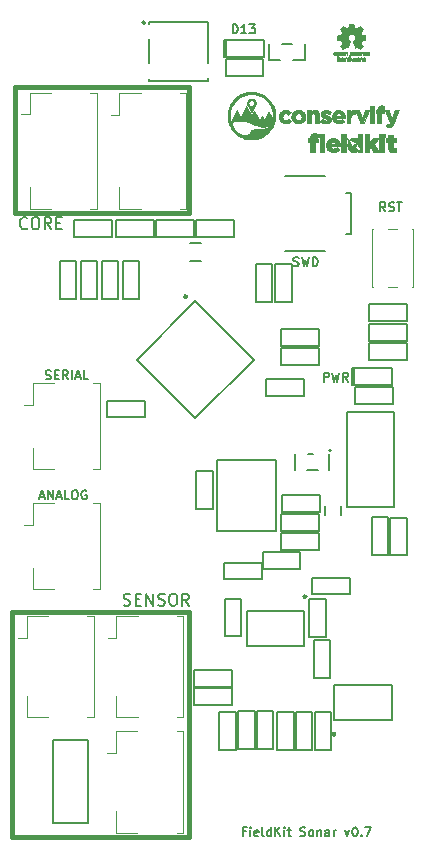
<source format=gbr>
G04 #@! TF.GenerationSoftware,KiCad,Pcbnew,(5.0.0)*
G04 #@! TF.CreationDate,2018-12-26T17:42:35-06:00*
G04 #@! TF.ProjectId,fk-sonar,666B2D736F6E61722E6B696361645F70,0.1*
G04 #@! TF.SameCoordinates,PX791ddc0PY791ddc0*
G04 #@! TF.FileFunction,Legend,Top*
G04 #@! TF.FilePolarity,Positive*
%FSLAX46Y46*%
G04 Gerber Fmt 4.6, Leading zero omitted, Abs format (unit mm)*
G04 Created by KiCad (PCBNEW (5.0.0)) date 12/26/18 17:42:35*
%MOMM*%
%LPD*%
G01*
G04 APERTURE LIST*
%ADD10C,0.152400*%
%ADD11C,0.381000*%
%ADD12C,0.200000*%
%ADD13C,0.300000*%
%ADD14C,0.150000*%
%ADD15C,0.120000*%
%ADD16C,0.010000*%
G04 APERTURE END LIST*
D10*
X21780500Y33754786D02*
X21780500Y34516786D01*
X22070785Y34516786D01*
X22143357Y34480500D01*
X22179642Y34444215D01*
X22215928Y34371643D01*
X22215928Y34262786D01*
X22179642Y34190215D01*
X22143357Y34153929D01*
X22070785Y34117643D01*
X21780500Y34117643D01*
X22469928Y34516786D02*
X22651357Y33754786D01*
X22796500Y34299072D01*
X22941642Y33754786D01*
X23123071Y34516786D01*
X23848785Y33754786D02*
X23594785Y34117643D01*
X23413357Y33754786D02*
X23413357Y34516786D01*
X23703642Y34516786D01*
X23776214Y34480500D01*
X23812500Y34444215D01*
X23848785Y34371643D01*
X23848785Y34262786D01*
X23812500Y34190215D01*
X23776214Y34153929D01*
X23703642Y34117643D01*
X23413357Y34117643D01*
X27014714Y48169286D02*
X26760714Y48532143D01*
X26579285Y48169286D02*
X26579285Y48931286D01*
X26869571Y48931286D01*
X26942142Y48895000D01*
X26978428Y48858715D01*
X27014714Y48786143D01*
X27014714Y48677286D01*
X26978428Y48604715D01*
X26942142Y48568429D01*
X26869571Y48532143D01*
X26579285Y48532143D01*
X27305000Y48205572D02*
X27413857Y48169286D01*
X27595285Y48169286D01*
X27667857Y48205572D01*
X27704142Y48241858D01*
X27740428Y48314429D01*
X27740428Y48387000D01*
X27704142Y48459572D01*
X27667857Y48495858D01*
X27595285Y48532143D01*
X27450142Y48568429D01*
X27377571Y48604715D01*
X27341285Y48641000D01*
X27305000Y48713572D01*
X27305000Y48786143D01*
X27341285Y48858715D01*
X27377571Y48895000D01*
X27450142Y48931286D01*
X27631571Y48931286D01*
X27740428Y48895000D01*
X27958142Y48931286D02*
X28393571Y48931286D01*
X28175857Y48169286D02*
X28175857Y48931286D01*
X19222357Y43570072D02*
X19331214Y43533786D01*
X19512642Y43533786D01*
X19585214Y43570072D01*
X19621500Y43606358D01*
X19657785Y43678929D01*
X19657785Y43751500D01*
X19621500Y43824072D01*
X19585214Y43860358D01*
X19512642Y43896643D01*
X19367500Y43932929D01*
X19294928Y43969215D01*
X19258642Y44005500D01*
X19222357Y44078072D01*
X19222357Y44150643D01*
X19258642Y44223215D01*
X19294928Y44259500D01*
X19367500Y44295786D01*
X19548928Y44295786D01*
X19657785Y44259500D01*
X19911785Y44295786D02*
X20093214Y43533786D01*
X20238357Y44078072D01*
X20383500Y43533786D01*
X20564928Y44295786D01*
X20855214Y43533786D02*
X20855214Y44295786D01*
X21036642Y44295786D01*
X21145500Y44259500D01*
X21218071Y44186929D01*
X21254357Y44114358D01*
X21290642Y43969215D01*
X21290642Y43860358D01*
X21254357Y43715215D01*
X21218071Y43642643D01*
X21145500Y43570072D01*
X21036642Y43533786D01*
X20855214Y43533786D01*
X15185571Y-4327071D02*
X14931571Y-4327071D01*
X14931571Y-4726214D02*
X14931571Y-3964214D01*
X15294428Y-3964214D01*
X15584714Y-4726214D02*
X15584714Y-4218214D01*
X15584714Y-3964214D02*
X15548428Y-4000500D01*
X15584714Y-4036785D01*
X15621000Y-4000500D01*
X15584714Y-3964214D01*
X15584714Y-4036785D01*
X16237857Y-4689928D02*
X16165285Y-4726214D01*
X16020142Y-4726214D01*
X15947571Y-4689928D01*
X15911285Y-4617357D01*
X15911285Y-4327071D01*
X15947571Y-4254500D01*
X16020142Y-4218214D01*
X16165285Y-4218214D01*
X16237857Y-4254500D01*
X16274142Y-4327071D01*
X16274142Y-4399642D01*
X15911285Y-4472214D01*
X16709571Y-4726214D02*
X16637000Y-4689928D01*
X16600714Y-4617357D01*
X16600714Y-3964214D01*
X17326428Y-4726214D02*
X17326428Y-3964214D01*
X17326428Y-4689928D02*
X17253857Y-4726214D01*
X17108714Y-4726214D01*
X17036142Y-4689928D01*
X16999857Y-4653642D01*
X16963571Y-4581071D01*
X16963571Y-4363357D01*
X16999857Y-4290785D01*
X17036142Y-4254500D01*
X17108714Y-4218214D01*
X17253857Y-4218214D01*
X17326428Y-4254500D01*
X17689285Y-4726214D02*
X17689285Y-3964214D01*
X18124714Y-4726214D02*
X17798142Y-4290785D01*
X18124714Y-3964214D02*
X17689285Y-4399642D01*
X18451285Y-4726214D02*
X18451285Y-4218214D01*
X18451285Y-3964214D02*
X18415000Y-4000500D01*
X18451285Y-4036785D01*
X18487571Y-4000500D01*
X18451285Y-3964214D01*
X18451285Y-4036785D01*
X18705285Y-4218214D02*
X18995571Y-4218214D01*
X18814142Y-3964214D02*
X18814142Y-4617357D01*
X18850428Y-4689928D01*
X18923000Y-4726214D01*
X18995571Y-4726214D01*
X19793857Y-4689928D02*
X19902714Y-4726214D01*
X20084142Y-4726214D01*
X20156714Y-4689928D01*
X20193000Y-4653642D01*
X20229285Y-4581071D01*
X20229285Y-4508500D01*
X20193000Y-4435928D01*
X20156714Y-4399642D01*
X20084142Y-4363357D01*
X19939000Y-4327071D01*
X19866428Y-4290785D01*
X19830142Y-4254500D01*
X19793857Y-4181928D01*
X19793857Y-4109357D01*
X19830142Y-4036785D01*
X19866428Y-4000500D01*
X19939000Y-3964214D01*
X20120428Y-3964214D01*
X20229285Y-4000500D01*
X20664714Y-4726214D02*
X20592142Y-4689928D01*
X20555857Y-4653642D01*
X20519571Y-4581071D01*
X20519571Y-4363357D01*
X20555857Y-4290785D01*
X20592142Y-4254500D01*
X20664714Y-4218214D01*
X20773571Y-4218214D01*
X20846142Y-4254500D01*
X20882428Y-4290785D01*
X20918714Y-4363357D01*
X20918714Y-4581071D01*
X20882428Y-4653642D01*
X20846142Y-4689928D01*
X20773571Y-4726214D01*
X20664714Y-4726214D01*
X21245285Y-4218214D02*
X21245285Y-4726214D01*
X21245285Y-4290785D02*
X21281571Y-4254500D01*
X21354142Y-4218214D01*
X21463000Y-4218214D01*
X21535571Y-4254500D01*
X21571857Y-4327071D01*
X21571857Y-4726214D01*
X22261285Y-4726214D02*
X22261285Y-4327071D01*
X22225000Y-4254500D01*
X22152428Y-4218214D01*
X22007285Y-4218214D01*
X21934714Y-4254500D01*
X22261285Y-4689928D02*
X22188714Y-4726214D01*
X22007285Y-4726214D01*
X21934714Y-4689928D01*
X21898428Y-4617357D01*
X21898428Y-4544785D01*
X21934714Y-4472214D01*
X22007285Y-4435928D01*
X22188714Y-4435928D01*
X22261285Y-4399642D01*
X22624142Y-4726214D02*
X22624142Y-4218214D01*
X22624142Y-4363357D02*
X22660428Y-4290785D01*
X22696714Y-4254500D01*
X22769285Y-4218214D01*
X22841857Y-4218214D01*
X23603857Y-4218214D02*
X23785285Y-4726214D01*
X23966714Y-4218214D01*
X24402142Y-3964214D02*
X24474714Y-3964214D01*
X24547285Y-4000500D01*
X24583571Y-4036785D01*
X24619857Y-4109357D01*
X24656142Y-4254500D01*
X24656142Y-4435928D01*
X24619857Y-4581071D01*
X24583571Y-4653642D01*
X24547285Y-4689928D01*
X24474714Y-4726214D01*
X24402142Y-4726214D01*
X24329571Y-4689928D01*
X24293285Y-4653642D01*
X24257000Y-4581071D01*
X24220714Y-4435928D01*
X24220714Y-4254500D01*
X24257000Y-4109357D01*
X24293285Y-4036785D01*
X24329571Y-4000500D01*
X24402142Y-3964214D01*
X24982714Y-4653642D02*
X25019000Y-4689928D01*
X24982714Y-4726214D01*
X24946428Y-4689928D01*
X24982714Y-4653642D01*
X24982714Y-4726214D01*
X25273000Y-3964214D02*
X25781000Y-3964214D01*
X25454428Y-4726214D01*
D11*
X-4572000Y-4826000D02*
X10414000Y-4826000D01*
X-4572000Y14224000D02*
X-4572000Y-4826000D01*
X-4572000Y14224000D02*
X10414000Y14224000D01*
X10414000Y14224000D02*
X10414000Y-4826000D01*
X10414000Y58674000D02*
X-4318000Y58674000D01*
X10414000Y48006000D02*
X10414000Y58674000D01*
X-4318000Y48006000D02*
X10414000Y48006000D01*
X-4318000Y58674000D02*
X-4318000Y48006000D01*
D12*
X4858095Y14835239D02*
X5000952Y14787620D01*
X5239047Y14787620D01*
X5334285Y14835239D01*
X5381904Y14882858D01*
X5429523Y14978096D01*
X5429523Y15073334D01*
X5381904Y15168572D01*
X5334285Y15216191D01*
X5239047Y15263810D01*
X5048571Y15311429D01*
X4953333Y15359048D01*
X4905714Y15406667D01*
X4858095Y15501905D01*
X4858095Y15597143D01*
X4905714Y15692381D01*
X4953333Y15740000D01*
X5048571Y15787620D01*
X5286666Y15787620D01*
X5429523Y15740000D01*
X5858095Y15311429D02*
X6191428Y15311429D01*
X6334285Y14787620D02*
X5858095Y14787620D01*
X5858095Y15787620D01*
X6334285Y15787620D01*
X6762857Y14787620D02*
X6762857Y15787620D01*
X7334285Y14787620D01*
X7334285Y15787620D01*
X7762857Y14835239D02*
X7905714Y14787620D01*
X8143809Y14787620D01*
X8239047Y14835239D01*
X8286666Y14882858D01*
X8334285Y14978096D01*
X8334285Y15073334D01*
X8286666Y15168572D01*
X8239047Y15216191D01*
X8143809Y15263810D01*
X7953333Y15311429D01*
X7858095Y15359048D01*
X7810476Y15406667D01*
X7762857Y15501905D01*
X7762857Y15597143D01*
X7810476Y15692381D01*
X7858095Y15740000D01*
X7953333Y15787620D01*
X8191428Y15787620D01*
X8334285Y15740000D01*
X8953333Y15787620D02*
X9143809Y15787620D01*
X9239047Y15740000D01*
X9334285Y15644762D01*
X9381904Y15454286D01*
X9381904Y15120953D01*
X9334285Y14930477D01*
X9239047Y14835239D01*
X9143809Y14787620D01*
X8953333Y14787620D01*
X8858095Y14835239D01*
X8762857Y14930477D01*
X8715238Y15120953D01*
X8715238Y15454286D01*
X8762857Y15644762D01*
X8858095Y15740000D01*
X8953333Y15787620D01*
X10381904Y14787620D02*
X10048571Y15263810D01*
X9810476Y14787620D02*
X9810476Y15787620D01*
X10191428Y15787620D01*
X10286666Y15740000D01*
X10334285Y15692381D01*
X10381904Y15597143D01*
X10381904Y15454286D01*
X10334285Y15359048D01*
X10286666Y15311429D01*
X10191428Y15263810D01*
X9810476Y15263810D01*
D10*
X-1759858Y33981572D02*
X-1651000Y33945286D01*
X-1469572Y33945286D01*
X-1397000Y33981572D01*
X-1360715Y34017858D01*
X-1324429Y34090429D01*
X-1324429Y34163000D01*
X-1360715Y34235572D01*
X-1397000Y34271858D01*
X-1469572Y34308143D01*
X-1614715Y34344429D01*
X-1687286Y34380715D01*
X-1723572Y34417000D01*
X-1759858Y34489572D01*
X-1759858Y34562143D01*
X-1723572Y34634715D01*
X-1687286Y34671000D01*
X-1614715Y34707286D01*
X-1433286Y34707286D01*
X-1324429Y34671000D01*
X-997858Y34344429D02*
X-743858Y34344429D01*
X-635000Y33945286D02*
X-997858Y33945286D01*
X-997858Y34707286D01*
X-635000Y34707286D01*
X127000Y33945286D02*
X-127000Y34308143D01*
X-308429Y33945286D02*
X-308429Y34707286D01*
X-18143Y34707286D01*
X54428Y34671000D01*
X90714Y34634715D01*
X127000Y34562143D01*
X127000Y34453286D01*
X90714Y34380715D01*
X54428Y34344429D01*
X-18143Y34308143D01*
X-308429Y34308143D01*
X453571Y33945286D02*
X453571Y34707286D01*
X780142Y34163000D02*
X1143000Y34163000D01*
X707571Y33945286D02*
X961571Y34707286D01*
X1215571Y33945286D01*
X1832428Y33945286D02*
X1469571Y33945286D01*
X1469571Y34707286D01*
X-2249715Y24003000D02*
X-1886858Y24003000D01*
X-2322286Y23785286D02*
X-2068286Y24547286D01*
X-1814286Y23785286D01*
X-1560286Y23785286D02*
X-1560286Y24547286D01*
X-1124858Y23785286D01*
X-1124858Y24547286D01*
X-798286Y24003000D02*
X-435429Y24003000D01*
X-870858Y23785286D02*
X-616858Y24547286D01*
X-362858Y23785286D01*
X254000Y23785286D02*
X-108858Y23785286D01*
X-108858Y24547286D01*
X653142Y24547286D02*
X798285Y24547286D01*
X870857Y24511000D01*
X943428Y24438429D01*
X979714Y24293286D01*
X979714Y24039286D01*
X943428Y23894143D01*
X870857Y23821572D01*
X798285Y23785286D01*
X653142Y23785286D01*
X580571Y23821572D01*
X508000Y23894143D01*
X471714Y24039286D01*
X471714Y24293286D01*
X508000Y24438429D01*
X580571Y24511000D01*
X653142Y24547286D01*
X1705428Y24511000D02*
X1632857Y24547286D01*
X1524000Y24547286D01*
X1415142Y24511000D01*
X1342571Y24438429D01*
X1306285Y24365858D01*
X1270000Y24220715D01*
X1270000Y24111858D01*
X1306285Y23966715D01*
X1342571Y23894143D01*
X1415142Y23821572D01*
X1524000Y23785286D01*
X1596571Y23785286D01*
X1705428Y23821572D01*
X1741714Y23857858D01*
X1741714Y24111858D01*
X1596571Y24111858D01*
D12*
X-3325667Y46759858D02*
X-3373286Y46712239D01*
X-3516143Y46664620D01*
X-3611381Y46664620D01*
X-3754239Y46712239D01*
X-3849477Y46807477D01*
X-3897096Y46902715D01*
X-3944715Y47093191D01*
X-3944715Y47236048D01*
X-3897096Y47426524D01*
X-3849477Y47521762D01*
X-3754239Y47617000D01*
X-3611381Y47664620D01*
X-3516143Y47664620D01*
X-3373286Y47617000D01*
X-3325667Y47569381D01*
X-2706620Y47664620D02*
X-2516143Y47664620D01*
X-2420905Y47617000D01*
X-2325667Y47521762D01*
X-2278048Y47331286D01*
X-2278048Y46997953D01*
X-2325667Y46807477D01*
X-2420905Y46712239D01*
X-2516143Y46664620D01*
X-2706620Y46664620D01*
X-2801858Y46712239D01*
X-2897096Y46807477D01*
X-2944715Y46997953D01*
X-2944715Y47331286D01*
X-2897096Y47521762D01*
X-2801858Y47617000D01*
X-2706620Y47664620D01*
X-1278048Y46664620D02*
X-1611381Y47140810D01*
X-1849477Y46664620D02*
X-1849477Y47664620D01*
X-1468524Y47664620D01*
X-1373286Y47617000D01*
X-1325667Y47569381D01*
X-1278048Y47474143D01*
X-1278048Y47331286D01*
X-1325667Y47236048D01*
X-1373286Y47188429D01*
X-1468524Y47140810D01*
X-1849477Y47140810D01*
X-849477Y47188429D02*
X-516143Y47188429D01*
X-373286Y46664620D02*
X-849477Y46664620D01*
X-849477Y47664620D01*
X-373286Y47664620D01*
D10*
X14086114Y63231486D02*
X14086114Y63993486D01*
X14267542Y63993486D01*
X14376400Y63957200D01*
X14448971Y63884629D01*
X14485257Y63812058D01*
X14521542Y63666915D01*
X14521542Y63558058D01*
X14485257Y63412915D01*
X14448971Y63340343D01*
X14376400Y63267772D01*
X14267542Y63231486D01*
X14086114Y63231486D01*
X15247257Y63231486D02*
X14811828Y63231486D01*
X15029542Y63231486D02*
X15029542Y63993486D01*
X14956971Y63884629D01*
X14884400Y63812058D01*
X14811828Y63775772D01*
X15501257Y63993486D02*
X15972971Y63993486D01*
X15718971Y63703200D01*
X15827828Y63703200D01*
X15900400Y63666915D01*
X15936685Y63630629D01*
X15972971Y63558058D01*
X15972971Y63376629D01*
X15936685Y63304058D01*
X15900400Y63267772D01*
X15827828Y63231486D01*
X15610114Y63231486D01*
X15537542Y63267772D01*
X15501257Y63304058D01*
D13*
G04 #@! TO.C,U3*
X20274511Y15552400D02*
G75*
G03X20274511Y15552400I-70711J0D01*
G01*
D14*
X20153800Y14352400D02*
X15253800Y14352400D01*
X15253800Y14352400D02*
X15253800Y11352400D01*
X15253800Y11352400D02*
X20153800Y11352400D01*
X20153800Y11352400D02*
X20153800Y14352400D01*
D15*
G04 #@! TO.C,J10*
X6287400Y58213800D02*
X4487400Y58213800D01*
X4487400Y58213800D02*
X4487400Y56363800D01*
X4487400Y56363800D02*
X3747400Y56363800D01*
X6287400Y48393800D02*
X4487400Y48393800D01*
X4487400Y48393800D02*
X4487400Y50243800D01*
X9607400Y58213800D02*
X10157400Y58213800D01*
X10157400Y58213800D02*
X10157400Y48393800D01*
X10157400Y48393800D02*
X9607400Y48393800D01*
G04 #@! TO.C,J9*
X-1276000Y58224600D02*
X-3076000Y58224600D01*
X-3076000Y58224600D02*
X-3076000Y56374600D01*
X-3076000Y56374600D02*
X-3816000Y56374600D01*
X-1276000Y48404600D02*
X-3076000Y48404600D01*
X-3076000Y48404600D02*
X-3076000Y50254600D01*
X2044000Y58224600D02*
X2594000Y58224600D01*
X2594000Y58224600D02*
X2594000Y48404600D01*
X2594000Y48404600D02*
X2044000Y48404600D01*
D14*
G04 #@! TO.C,J2*
X18480300Y44818300D02*
X21880300Y44818300D01*
X18480300Y51168300D02*
X21880300Y51168300D01*
X23672800Y46278800D02*
X24117300Y46278800D01*
X24117300Y46278800D02*
X24117300Y49707800D01*
X24117300Y49707800D02*
X23672800Y49707800D01*
D15*
G04 #@! TO.C,SW1*
X25859800Y46671400D02*
X25959800Y46671400D01*
X29359800Y46671400D02*
X29259800Y46671400D01*
X29259800Y41771400D02*
X29359800Y41771400D01*
X25859800Y41771400D02*
X25959800Y41771400D01*
X27259800Y41771400D02*
X27959800Y41771400D01*
X27259800Y46671400D02*
X27959800Y46671400D01*
X25859800Y46671400D02*
X25859800Y41771400D01*
X29359800Y41771400D02*
X29359800Y46671400D01*
D16*
G04 #@! TO.C,G\002A\002A\002A*
G36*
X15722147Y58280174D02*
X15766850Y58279697D01*
X15805339Y58278722D01*
X15839589Y58277103D01*
X15871572Y58274694D01*
X15903260Y58271346D01*
X15936627Y58266915D01*
X15973644Y58261252D01*
X16013317Y58254712D01*
X16149600Y58226670D01*
X16283128Y58189060D01*
X16413430Y58142210D01*
X16540033Y58086451D01*
X16662467Y58022115D01*
X16780259Y57949531D01*
X16892940Y57869030D01*
X17000036Y57780942D01*
X17101078Y57685598D01*
X17195593Y57583328D01*
X17283110Y57474463D01*
X17363158Y57359333D01*
X17417179Y57270523D01*
X17484063Y57143908D01*
X17541202Y57014481D01*
X17588605Y56882201D01*
X17626284Y56747025D01*
X17654249Y56608912D01*
X17672508Y56467820D01*
X17681073Y56323706D01*
X17680235Y56183809D01*
X17670026Y56043906D01*
X17649904Y55905465D01*
X17620072Y55768998D01*
X17580732Y55635018D01*
X17532087Y55504034D01*
X17474339Y55376559D01*
X17407691Y55253104D01*
X17332344Y55134180D01*
X17248502Y55020298D01*
X17192903Y54953096D01*
X17163048Y54919952D01*
X17127407Y54882648D01*
X17088013Y54843146D01*
X17046899Y54803408D01*
X17006097Y54765397D01*
X16967642Y54731075D01*
X16933565Y54702404D01*
X16931293Y54700577D01*
X16816718Y54615091D01*
X16697163Y54538174D01*
X16573177Y54470129D01*
X16445312Y54411260D01*
X16324580Y54365417D01*
X16186911Y54323588D01*
X16047568Y54291678D01*
X15906938Y54269739D01*
X15765411Y54257824D01*
X15623376Y54255983D01*
X15534640Y54259964D01*
X15393010Y54274511D01*
X15253496Y54298871D01*
X15116565Y54332834D01*
X14982682Y54376186D01*
X14852312Y54428718D01*
X14725921Y54490216D01*
X14603975Y54560470D01*
X14486938Y54639268D01*
X14375277Y54726399D01*
X14269457Y54821650D01*
X14244388Y54846289D01*
X14147513Y54950226D01*
X14058871Y55059828D01*
X13978605Y55174617D01*
X13906856Y55294113D01*
X13843767Y55417838D01*
X13789480Y55545311D01*
X13755587Y55643038D01*
X13953772Y55643038D01*
X13954775Y55636006D01*
X13959437Y55621228D01*
X13967170Y55600188D01*
X13977389Y55574368D01*
X13989505Y55545253D01*
X14002931Y55514326D01*
X14017045Y55483148D01*
X14031121Y55454538D01*
X14049459Y55419929D01*
X14070660Y55381756D01*
X14093324Y55342455D01*
X14116053Y55304463D01*
X14137446Y55270217D01*
X14152314Y55247660D01*
X14222087Y55152400D01*
X14299381Y55060078D01*
X14382701Y54972195D01*
X14470552Y54890252D01*
X14561440Y54815748D01*
X14636250Y54761889D01*
X14684819Y54733786D01*
X14742445Y54708758D01*
X14808439Y54687002D01*
X14882114Y54668719D01*
X14962783Y54654106D01*
X15044420Y54643890D01*
X15071016Y54642171D01*
X15104463Y54641420D01*
X15141501Y54641598D01*
X15178870Y54642668D01*
X15213311Y54644593D01*
X15230227Y54646042D01*
X15297134Y54655626D01*
X15359090Y54670278D01*
X15414943Y54689604D01*
X15463544Y54713204D01*
X15503502Y54740483D01*
X15529728Y54765000D01*
X15549322Y54790999D01*
X15563636Y54820950D01*
X15574021Y54857320D01*
X15577669Y54875847D01*
X15588709Y54924508D01*
X15603483Y54964791D01*
X15622759Y54998034D01*
X15647301Y55025576D01*
X15675923Y55047506D01*
X15702808Y55062940D01*
X15732723Y55076176D01*
X15766491Y55087336D01*
X15804940Y55096547D01*
X15848893Y55103932D01*
X15899177Y55109616D01*
X15956617Y55113724D01*
X16022039Y55116380D01*
X16096267Y55117710D01*
X16142225Y55117922D01*
X16261492Y55119311D01*
X16371088Y55123328D01*
X16470982Y55129969D01*
X16561142Y55139232D01*
X16641540Y55151115D01*
X16695420Y55161747D01*
X16795817Y55188470D01*
X16891507Y55222791D01*
X16981806Y55264332D01*
X17066026Y55312715D01*
X17143485Y55367561D01*
X17213496Y55428492D01*
X17253178Y55469510D01*
X17271775Y55490095D01*
X17218547Y55463382D01*
X17191408Y55450269D01*
X17161719Y55436732D01*
X17133911Y55424760D01*
X17119944Y55419144D01*
X17083371Y55406404D01*
X17039664Y55393406D01*
X16991800Y55380884D01*
X16942755Y55369573D01*
X16895508Y55360209D01*
X16855440Y55353843D01*
X16819708Y55350135D01*
X16776444Y55347367D01*
X16728233Y55345562D01*
X16677660Y55344741D01*
X16627312Y55344925D01*
X16579774Y55346138D01*
X16537631Y55348400D01*
X16510000Y55350926D01*
X16375545Y55371017D01*
X16238974Y55400330D01*
X16101598Y55438523D01*
X15964726Y55485254D01*
X15902076Y55509612D01*
X15880978Y55518190D01*
X15861134Y55526399D01*
X15841371Y55534766D01*
X15820512Y55543815D01*
X15797384Y55554072D01*
X15770812Y55566062D01*
X15739621Y55580311D01*
X15702638Y55597343D01*
X15658686Y55617685D01*
X15612110Y55639299D01*
X15477475Y55697525D01*
X15343823Y55746776D01*
X15211455Y55787032D01*
X15080672Y55818274D01*
X14951777Y55840482D01*
X14825069Y55853636D01*
X14700852Y55857715D01*
X14579426Y55852700D01*
X14461093Y55838570D01*
X14346155Y55815307D01*
X14234914Y55782890D01*
X14127670Y55741299D01*
X14120079Y55737935D01*
X14095361Y55726337D01*
X14068565Y55712835D01*
X14041292Y55698345D01*
X14015141Y55683779D01*
X13991712Y55670051D01*
X13972606Y55658073D01*
X13959424Y55648758D01*
X13953772Y55643038D01*
X13755587Y55643038D01*
X13744136Y55676055D01*
X13707878Y55809590D01*
X13680849Y55945436D01*
X13663189Y56083116D01*
X13655041Y56222149D01*
X13656143Y56324528D01*
X13840781Y56324528D01*
X13840808Y56264455D01*
X13842252Y56202849D01*
X13845037Y56142293D01*
X13849089Y56085366D01*
X13854332Y56034650D01*
X13857429Y56012080D01*
X13863009Y55977741D01*
X13869542Y55941478D01*
X13876732Y55904569D01*
X13884283Y55868294D01*
X13891899Y55833930D01*
X13899285Y55802757D01*
X13906144Y55776053D01*
X13912181Y55755097D01*
X13917099Y55741167D01*
X13920603Y55735542D01*
X13921387Y55735714D01*
X13923981Y55740484D01*
X13930881Y55753720D01*
X13941787Y55774833D01*
X13956395Y55803234D01*
X13974406Y55838334D01*
X13995517Y55879545D01*
X14019426Y55926277D01*
X14045833Y55977941D01*
X14074436Y56033948D01*
X14104933Y56093710D01*
X14137023Y56156637D01*
X14170404Y56222140D01*
X14171514Y56224319D01*
X14204944Y56289879D01*
X14237118Y56352859D01*
X14267736Y56412673D01*
X14296492Y56468733D01*
X14323084Y56520452D01*
X14347209Y56567243D01*
X14368563Y56608518D01*
X14386843Y56643690D01*
X14401746Y56672173D01*
X14412968Y56693378D01*
X14420206Y56706719D01*
X14423158Y56711609D01*
X14423179Y56711619D01*
X14426199Y56707462D01*
X14433564Y56695071D01*
X14444865Y56675190D01*
X14459694Y56648563D01*
X14477641Y56615936D01*
X14498299Y56578052D01*
X14521256Y56535657D01*
X14546106Y56489494D01*
X14572439Y56440310D01*
X14581461Y56423400D01*
X14608196Y56373343D01*
X14633569Y56326029D01*
X14657172Y56282207D01*
X14678596Y56242624D01*
X14697435Y56208028D01*
X14713281Y56179168D01*
X14725724Y56156792D01*
X14734358Y56141649D01*
X14738774Y56134485D01*
X14739236Y56134000D01*
X14742005Y56138416D01*
X14749122Y56151265D01*
X14760278Y56171957D01*
X14775159Y56199896D01*
X14793455Y56234491D01*
X14814854Y56275149D01*
X14839043Y56321275D01*
X14865712Y56372278D01*
X14894549Y56427564D01*
X14925242Y56486539D01*
X14957479Y56548611D01*
X14985482Y56602630D01*
X15018794Y56666916D01*
X15050818Y56728660D01*
X15081242Y56787266D01*
X15109754Y56842134D01*
X15136042Y56892665D01*
X15159794Y56938262D01*
X15180699Y56978325D01*
X15198443Y57012256D01*
X15212715Y57039456D01*
X15223203Y57059326D01*
X15229595Y57071268D01*
X15231566Y57074731D01*
X15234390Y57070861D01*
X15241642Y57058638D01*
X15252987Y57038680D01*
X15268085Y57011606D01*
X15286597Y56978034D01*
X15308187Y56938582D01*
X15332515Y56893870D01*
X15359243Y56844515D01*
X15388033Y56791136D01*
X15418547Y56734351D01*
X15450447Y56674779D01*
X15455900Y56664575D01*
X15488009Y56604525D01*
X15518771Y56547093D01*
X15547848Y56492905D01*
X15574903Y56442585D01*
X15599598Y56396758D01*
X15621596Y56356049D01*
X15640558Y56321082D01*
X15656146Y56292482D01*
X15668025Y56270875D01*
X15675854Y56256884D01*
X15679298Y56251134D01*
X15679420Y56251021D01*
X15682187Y56255407D01*
X15689139Y56267954D01*
X15699811Y56287785D01*
X15713741Y56314024D01*
X15730466Y56345797D01*
X15749525Y56382228D01*
X15770454Y56422440D01*
X15792790Y56465559D01*
X15793466Y56466867D01*
X15815859Y56510063D01*
X15836890Y56550375D01*
X15856095Y56586927D01*
X15873006Y56618844D01*
X15887157Y56645248D01*
X15898082Y56665266D01*
X15905313Y56678021D01*
X15908385Y56682637D01*
X15908407Y56682640D01*
X15911255Y56678263D01*
X15918534Y56665556D01*
X15929896Y56645157D01*
X15944996Y56617703D01*
X15963487Y56583832D01*
X15985023Y56544181D01*
X16009258Y56499388D01*
X16035845Y56450090D01*
X16064437Y56396925D01*
X16094690Y56340531D01*
X16124339Y56285130D01*
X16156077Y56225773D01*
X16186624Y56168667D01*
X16215615Y56114493D01*
X16242688Y56063929D01*
X16267478Y56017654D01*
X16289622Y55976346D01*
X16308755Y55940685D01*
X16324514Y55911348D01*
X16336535Y55889015D01*
X16344455Y55874364D01*
X16347750Y55868350D01*
X16358662Y55849080D01*
X16463198Y56051230D01*
X16484877Y56092974D01*
X16505207Y56131777D01*
X16523703Y56166737D01*
X16539880Y56196955D01*
X16553254Y56221530D01*
X16563338Y56239560D01*
X16569649Y56250145D01*
X16571634Y56252654D01*
X16574838Y56248161D01*
X16582242Y56235694D01*
X16593287Y56216255D01*
X16607414Y56190849D01*
X16624067Y56160477D01*
X16642687Y56126145D01*
X16662676Y56088930D01*
X16682636Y56051822D01*
X16701148Y56017841D01*
X16717664Y55987959D01*
X16731636Y55963151D01*
X16742514Y55944392D01*
X16749750Y55932654D01*
X16752796Y55928911D01*
X16752806Y55928920D01*
X16755565Y55933808D01*
X16762614Y55947018D01*
X16773583Y55967841D01*
X16788105Y55995570D01*
X16805810Y56029498D01*
X16826330Y56068916D01*
X16849295Y56113118D01*
X16874337Y56161395D01*
X16901087Y56213040D01*
X16929177Y56267345D01*
X16930076Y56269085D01*
X16958172Y56323376D01*
X16984932Y56374957D01*
X17009989Y56423129D01*
X17032976Y56467194D01*
X17053525Y56506450D01*
X17071271Y56540200D01*
X17085847Y56567744D01*
X17096884Y56588382D01*
X17104017Y56601414D01*
X17106879Y56606143D01*
X17106900Y56606149D01*
X17109792Y56601843D01*
X17117338Y56589429D01*
X17129130Y56569608D01*
X17144757Y56543081D01*
X17163810Y56510549D01*
X17185879Y56472711D01*
X17210554Y56430269D01*
X17237427Y56383923D01*
X17266087Y56334373D01*
X17289507Y56293799D01*
X17319270Y56242330D01*
X17347596Y56193612D01*
X17374076Y56148336D01*
X17398299Y56107191D01*
X17419853Y56070868D01*
X17438327Y56040056D01*
X17453311Y56015445D01*
X17464394Y55997725D01*
X17471165Y55987587D01*
X17473196Y55985392D01*
X17476575Y55993784D01*
X17479956Y56011001D01*
X17483236Y56035706D01*
X17486313Y56066565D01*
X17489086Y56102242D01*
X17491451Y56141402D01*
X17493306Y56182709D01*
X17494549Y56224829D01*
X17495078Y56266426D01*
X17495089Y56271160D01*
X17493764Y56358532D01*
X17489382Y56439016D01*
X17481620Y56515509D01*
X17470156Y56590908D01*
X17454666Y56668110D01*
X17447204Y56700420D01*
X17411494Y56829595D01*
X17367109Y56953943D01*
X17313707Y57074242D01*
X17250949Y57191268D01*
X17187658Y57292240D01*
X17151255Y57345026D01*
X17115906Y57392784D01*
X17079673Y57437854D01*
X17040614Y57482571D01*
X16996791Y57529275D01*
X16959865Y57566779D01*
X16892641Y57631508D01*
X16827473Y57688962D01*
X16761990Y57741009D01*
X16693821Y57789519D01*
X16620597Y57836360D01*
X16609170Y57843274D01*
X16491239Y57908343D01*
X16369928Y57964048D01*
X16245767Y58010404D01*
X16119284Y58047424D01*
X15991008Y58075123D01*
X15861466Y58093516D01*
X15731187Y58102616D01*
X15600701Y58102438D01*
X15470535Y58092997D01*
X15341217Y58074307D01*
X15213277Y58046382D01*
X15087243Y58009237D01*
X14963643Y57962886D01*
X14843005Y57907343D01*
X14725859Y57842623D01*
X14643100Y57789760D01*
X14533713Y57709631D01*
X14431262Y57622309D01*
X14336018Y57528252D01*
X14248250Y57427920D01*
X14168226Y57321772D01*
X14096217Y57210267D01*
X14032492Y57093864D01*
X13977319Y56973023D01*
X13930970Y56848203D01*
X13893712Y56719864D01*
X13865816Y56588463D01*
X13847550Y56454461D01*
X13845276Y56429756D01*
X13842245Y56380489D01*
X13840781Y56324528D01*
X13656143Y56324528D01*
X13656548Y56362056D01*
X13667851Y56502359D01*
X13689093Y56642578D01*
X13698163Y56688066D01*
X13732160Y56824928D01*
X13775292Y56957882D01*
X13827195Y57086575D01*
X13887505Y57210659D01*
X13955859Y57329783D01*
X14031893Y57443595D01*
X14115242Y57551746D01*
X14205544Y57653885D01*
X14302433Y57749661D01*
X14405548Y57838724D01*
X14514523Y57920723D01*
X14628995Y57995308D01*
X14748599Y58062128D01*
X14872974Y58120832D01*
X15001753Y58171070D01*
X15134574Y58212492D01*
X15271074Y58244746D01*
X15323820Y58254524D01*
X15365605Y58261512D01*
X15402211Y58267129D01*
X15435588Y58271521D01*
X15467685Y58274833D01*
X15500453Y58277212D01*
X15535841Y58278802D01*
X15575800Y58279750D01*
X15622278Y58280200D01*
X15669260Y58280300D01*
X15722147Y58280174D01*
X15722147Y58280174D01*
G37*
X15722147Y58280174D02*
X15766850Y58279697D01*
X15805339Y58278722D01*
X15839589Y58277103D01*
X15871572Y58274694D01*
X15903260Y58271346D01*
X15936627Y58266915D01*
X15973644Y58261252D01*
X16013317Y58254712D01*
X16149600Y58226670D01*
X16283128Y58189060D01*
X16413430Y58142210D01*
X16540033Y58086451D01*
X16662467Y58022115D01*
X16780259Y57949531D01*
X16892940Y57869030D01*
X17000036Y57780942D01*
X17101078Y57685598D01*
X17195593Y57583328D01*
X17283110Y57474463D01*
X17363158Y57359333D01*
X17417179Y57270523D01*
X17484063Y57143908D01*
X17541202Y57014481D01*
X17588605Y56882201D01*
X17626284Y56747025D01*
X17654249Y56608912D01*
X17672508Y56467820D01*
X17681073Y56323706D01*
X17680235Y56183809D01*
X17670026Y56043906D01*
X17649904Y55905465D01*
X17620072Y55768998D01*
X17580732Y55635018D01*
X17532087Y55504034D01*
X17474339Y55376559D01*
X17407691Y55253104D01*
X17332344Y55134180D01*
X17248502Y55020298D01*
X17192903Y54953096D01*
X17163048Y54919952D01*
X17127407Y54882648D01*
X17088013Y54843146D01*
X17046899Y54803408D01*
X17006097Y54765397D01*
X16967642Y54731075D01*
X16933565Y54702404D01*
X16931293Y54700577D01*
X16816718Y54615091D01*
X16697163Y54538174D01*
X16573177Y54470129D01*
X16445312Y54411260D01*
X16324580Y54365417D01*
X16186911Y54323588D01*
X16047568Y54291678D01*
X15906938Y54269739D01*
X15765411Y54257824D01*
X15623376Y54255983D01*
X15534640Y54259964D01*
X15393010Y54274511D01*
X15253496Y54298871D01*
X15116565Y54332834D01*
X14982682Y54376186D01*
X14852312Y54428718D01*
X14725921Y54490216D01*
X14603975Y54560470D01*
X14486938Y54639268D01*
X14375277Y54726399D01*
X14269457Y54821650D01*
X14244388Y54846289D01*
X14147513Y54950226D01*
X14058871Y55059828D01*
X13978605Y55174617D01*
X13906856Y55294113D01*
X13843767Y55417838D01*
X13789480Y55545311D01*
X13755587Y55643038D01*
X13953772Y55643038D01*
X13954775Y55636006D01*
X13959437Y55621228D01*
X13967170Y55600188D01*
X13977389Y55574368D01*
X13989505Y55545253D01*
X14002931Y55514326D01*
X14017045Y55483148D01*
X14031121Y55454538D01*
X14049459Y55419929D01*
X14070660Y55381756D01*
X14093324Y55342455D01*
X14116053Y55304463D01*
X14137446Y55270217D01*
X14152314Y55247660D01*
X14222087Y55152400D01*
X14299381Y55060078D01*
X14382701Y54972195D01*
X14470552Y54890252D01*
X14561440Y54815748D01*
X14636250Y54761889D01*
X14684819Y54733786D01*
X14742445Y54708758D01*
X14808439Y54687002D01*
X14882114Y54668719D01*
X14962783Y54654106D01*
X15044420Y54643890D01*
X15071016Y54642171D01*
X15104463Y54641420D01*
X15141501Y54641598D01*
X15178870Y54642668D01*
X15213311Y54644593D01*
X15230227Y54646042D01*
X15297134Y54655626D01*
X15359090Y54670278D01*
X15414943Y54689604D01*
X15463544Y54713204D01*
X15503502Y54740483D01*
X15529728Y54765000D01*
X15549322Y54790999D01*
X15563636Y54820950D01*
X15574021Y54857320D01*
X15577669Y54875847D01*
X15588709Y54924508D01*
X15603483Y54964791D01*
X15622759Y54998034D01*
X15647301Y55025576D01*
X15675923Y55047506D01*
X15702808Y55062940D01*
X15732723Y55076176D01*
X15766491Y55087336D01*
X15804940Y55096547D01*
X15848893Y55103932D01*
X15899177Y55109616D01*
X15956617Y55113724D01*
X16022039Y55116380D01*
X16096267Y55117710D01*
X16142225Y55117922D01*
X16261492Y55119311D01*
X16371088Y55123328D01*
X16470982Y55129969D01*
X16561142Y55139232D01*
X16641540Y55151115D01*
X16695420Y55161747D01*
X16795817Y55188470D01*
X16891507Y55222791D01*
X16981806Y55264332D01*
X17066026Y55312715D01*
X17143485Y55367561D01*
X17213496Y55428492D01*
X17253178Y55469510D01*
X17271775Y55490095D01*
X17218547Y55463382D01*
X17191408Y55450269D01*
X17161719Y55436732D01*
X17133911Y55424760D01*
X17119944Y55419144D01*
X17083371Y55406404D01*
X17039664Y55393406D01*
X16991800Y55380884D01*
X16942755Y55369573D01*
X16895508Y55360209D01*
X16855440Y55353843D01*
X16819708Y55350135D01*
X16776444Y55347367D01*
X16728233Y55345562D01*
X16677660Y55344741D01*
X16627312Y55344925D01*
X16579774Y55346138D01*
X16537631Y55348400D01*
X16510000Y55350926D01*
X16375545Y55371017D01*
X16238974Y55400330D01*
X16101598Y55438523D01*
X15964726Y55485254D01*
X15902076Y55509612D01*
X15880978Y55518190D01*
X15861134Y55526399D01*
X15841371Y55534766D01*
X15820512Y55543815D01*
X15797384Y55554072D01*
X15770812Y55566062D01*
X15739621Y55580311D01*
X15702638Y55597343D01*
X15658686Y55617685D01*
X15612110Y55639299D01*
X15477475Y55697525D01*
X15343823Y55746776D01*
X15211455Y55787032D01*
X15080672Y55818274D01*
X14951777Y55840482D01*
X14825069Y55853636D01*
X14700852Y55857715D01*
X14579426Y55852700D01*
X14461093Y55838570D01*
X14346155Y55815307D01*
X14234914Y55782890D01*
X14127670Y55741299D01*
X14120079Y55737935D01*
X14095361Y55726337D01*
X14068565Y55712835D01*
X14041292Y55698345D01*
X14015141Y55683779D01*
X13991712Y55670051D01*
X13972606Y55658073D01*
X13959424Y55648758D01*
X13953772Y55643038D01*
X13755587Y55643038D01*
X13744136Y55676055D01*
X13707878Y55809590D01*
X13680849Y55945436D01*
X13663189Y56083116D01*
X13655041Y56222149D01*
X13656143Y56324528D01*
X13840781Y56324528D01*
X13840808Y56264455D01*
X13842252Y56202849D01*
X13845037Y56142293D01*
X13849089Y56085366D01*
X13854332Y56034650D01*
X13857429Y56012080D01*
X13863009Y55977741D01*
X13869542Y55941478D01*
X13876732Y55904569D01*
X13884283Y55868294D01*
X13891899Y55833930D01*
X13899285Y55802757D01*
X13906144Y55776053D01*
X13912181Y55755097D01*
X13917099Y55741167D01*
X13920603Y55735542D01*
X13921387Y55735714D01*
X13923981Y55740484D01*
X13930881Y55753720D01*
X13941787Y55774833D01*
X13956395Y55803234D01*
X13974406Y55838334D01*
X13995517Y55879545D01*
X14019426Y55926277D01*
X14045833Y55977941D01*
X14074436Y56033948D01*
X14104933Y56093710D01*
X14137023Y56156637D01*
X14170404Y56222140D01*
X14171514Y56224319D01*
X14204944Y56289879D01*
X14237118Y56352859D01*
X14267736Y56412673D01*
X14296492Y56468733D01*
X14323084Y56520452D01*
X14347209Y56567243D01*
X14368563Y56608518D01*
X14386843Y56643690D01*
X14401746Y56672173D01*
X14412968Y56693378D01*
X14420206Y56706719D01*
X14423158Y56711609D01*
X14423179Y56711619D01*
X14426199Y56707462D01*
X14433564Y56695071D01*
X14444865Y56675190D01*
X14459694Y56648563D01*
X14477641Y56615936D01*
X14498299Y56578052D01*
X14521256Y56535657D01*
X14546106Y56489494D01*
X14572439Y56440310D01*
X14581461Y56423400D01*
X14608196Y56373343D01*
X14633569Y56326029D01*
X14657172Y56282207D01*
X14678596Y56242624D01*
X14697435Y56208028D01*
X14713281Y56179168D01*
X14725724Y56156792D01*
X14734358Y56141649D01*
X14738774Y56134485D01*
X14739236Y56134000D01*
X14742005Y56138416D01*
X14749122Y56151265D01*
X14760278Y56171957D01*
X14775159Y56199896D01*
X14793455Y56234491D01*
X14814854Y56275149D01*
X14839043Y56321275D01*
X14865712Y56372278D01*
X14894549Y56427564D01*
X14925242Y56486539D01*
X14957479Y56548611D01*
X14985482Y56602630D01*
X15018794Y56666916D01*
X15050818Y56728660D01*
X15081242Y56787266D01*
X15109754Y56842134D01*
X15136042Y56892665D01*
X15159794Y56938262D01*
X15180699Y56978325D01*
X15198443Y57012256D01*
X15212715Y57039456D01*
X15223203Y57059326D01*
X15229595Y57071268D01*
X15231566Y57074731D01*
X15234390Y57070861D01*
X15241642Y57058638D01*
X15252987Y57038680D01*
X15268085Y57011606D01*
X15286597Y56978034D01*
X15308187Y56938582D01*
X15332515Y56893870D01*
X15359243Y56844515D01*
X15388033Y56791136D01*
X15418547Y56734351D01*
X15450447Y56674779D01*
X15455900Y56664575D01*
X15488009Y56604525D01*
X15518771Y56547093D01*
X15547848Y56492905D01*
X15574903Y56442585D01*
X15599598Y56396758D01*
X15621596Y56356049D01*
X15640558Y56321082D01*
X15656146Y56292482D01*
X15668025Y56270875D01*
X15675854Y56256884D01*
X15679298Y56251134D01*
X15679420Y56251021D01*
X15682187Y56255407D01*
X15689139Y56267954D01*
X15699811Y56287785D01*
X15713741Y56314024D01*
X15730466Y56345797D01*
X15749525Y56382228D01*
X15770454Y56422440D01*
X15792790Y56465559D01*
X15793466Y56466867D01*
X15815859Y56510063D01*
X15836890Y56550375D01*
X15856095Y56586927D01*
X15873006Y56618844D01*
X15887157Y56645248D01*
X15898082Y56665266D01*
X15905313Y56678021D01*
X15908385Y56682637D01*
X15908407Y56682640D01*
X15911255Y56678263D01*
X15918534Y56665556D01*
X15929896Y56645157D01*
X15944996Y56617703D01*
X15963487Y56583832D01*
X15985023Y56544181D01*
X16009258Y56499388D01*
X16035845Y56450090D01*
X16064437Y56396925D01*
X16094690Y56340531D01*
X16124339Y56285130D01*
X16156077Y56225773D01*
X16186624Y56168667D01*
X16215615Y56114493D01*
X16242688Y56063929D01*
X16267478Y56017654D01*
X16289622Y55976346D01*
X16308755Y55940685D01*
X16324514Y55911348D01*
X16336535Y55889015D01*
X16344455Y55874364D01*
X16347750Y55868350D01*
X16358662Y55849080D01*
X16463198Y56051230D01*
X16484877Y56092974D01*
X16505207Y56131777D01*
X16523703Y56166737D01*
X16539880Y56196955D01*
X16553254Y56221530D01*
X16563338Y56239560D01*
X16569649Y56250145D01*
X16571634Y56252654D01*
X16574838Y56248161D01*
X16582242Y56235694D01*
X16593287Y56216255D01*
X16607414Y56190849D01*
X16624067Y56160477D01*
X16642687Y56126145D01*
X16662676Y56088930D01*
X16682636Y56051822D01*
X16701148Y56017841D01*
X16717664Y55987959D01*
X16731636Y55963151D01*
X16742514Y55944392D01*
X16749750Y55932654D01*
X16752796Y55928911D01*
X16752806Y55928920D01*
X16755565Y55933808D01*
X16762614Y55947018D01*
X16773583Y55967841D01*
X16788105Y55995570D01*
X16805810Y56029498D01*
X16826330Y56068916D01*
X16849295Y56113118D01*
X16874337Y56161395D01*
X16901087Y56213040D01*
X16929177Y56267345D01*
X16930076Y56269085D01*
X16958172Y56323376D01*
X16984932Y56374957D01*
X17009989Y56423129D01*
X17032976Y56467194D01*
X17053525Y56506450D01*
X17071271Y56540200D01*
X17085847Y56567744D01*
X17096884Y56588382D01*
X17104017Y56601414D01*
X17106879Y56606143D01*
X17106900Y56606149D01*
X17109792Y56601843D01*
X17117338Y56589429D01*
X17129130Y56569608D01*
X17144757Y56543081D01*
X17163810Y56510549D01*
X17185879Y56472711D01*
X17210554Y56430269D01*
X17237427Y56383923D01*
X17266087Y56334373D01*
X17289507Y56293799D01*
X17319270Y56242330D01*
X17347596Y56193612D01*
X17374076Y56148336D01*
X17398299Y56107191D01*
X17419853Y56070868D01*
X17438327Y56040056D01*
X17453311Y56015445D01*
X17464394Y55997725D01*
X17471165Y55987587D01*
X17473196Y55985392D01*
X17476575Y55993784D01*
X17479956Y56011001D01*
X17483236Y56035706D01*
X17486313Y56066565D01*
X17489086Y56102242D01*
X17491451Y56141402D01*
X17493306Y56182709D01*
X17494549Y56224829D01*
X17495078Y56266426D01*
X17495089Y56271160D01*
X17493764Y56358532D01*
X17489382Y56439016D01*
X17481620Y56515509D01*
X17470156Y56590908D01*
X17454666Y56668110D01*
X17447204Y56700420D01*
X17411494Y56829595D01*
X17367109Y56953943D01*
X17313707Y57074242D01*
X17250949Y57191268D01*
X17187658Y57292240D01*
X17151255Y57345026D01*
X17115906Y57392784D01*
X17079673Y57437854D01*
X17040614Y57482571D01*
X16996791Y57529275D01*
X16959865Y57566779D01*
X16892641Y57631508D01*
X16827473Y57688962D01*
X16761990Y57741009D01*
X16693821Y57789519D01*
X16620597Y57836360D01*
X16609170Y57843274D01*
X16491239Y57908343D01*
X16369928Y57964048D01*
X16245767Y58010404D01*
X16119284Y58047424D01*
X15991008Y58075123D01*
X15861466Y58093516D01*
X15731187Y58102616D01*
X15600701Y58102438D01*
X15470535Y58092997D01*
X15341217Y58074307D01*
X15213277Y58046382D01*
X15087243Y58009237D01*
X14963643Y57962886D01*
X14843005Y57907343D01*
X14725859Y57842623D01*
X14643100Y57789760D01*
X14533713Y57709631D01*
X14431262Y57622309D01*
X14336018Y57528252D01*
X14248250Y57427920D01*
X14168226Y57321772D01*
X14096217Y57210267D01*
X14032492Y57093864D01*
X13977319Y56973023D01*
X13930970Y56848203D01*
X13893712Y56719864D01*
X13865816Y56588463D01*
X13847550Y56454461D01*
X13845276Y56429756D01*
X13842245Y56380489D01*
X13840781Y56324528D01*
X13656143Y56324528D01*
X13656548Y56362056D01*
X13667851Y56502359D01*
X13689093Y56642578D01*
X13698163Y56688066D01*
X13732160Y56824928D01*
X13775292Y56957882D01*
X13827195Y57086575D01*
X13887505Y57210659D01*
X13955859Y57329783D01*
X14031893Y57443595D01*
X14115242Y57551746D01*
X14205544Y57653885D01*
X14302433Y57749661D01*
X14405548Y57838724D01*
X14514523Y57920723D01*
X14628995Y57995308D01*
X14748599Y58062128D01*
X14872974Y58120832D01*
X15001753Y58171070D01*
X15134574Y58212492D01*
X15271074Y58244746D01*
X15323820Y58254524D01*
X15365605Y58261512D01*
X15402211Y58267129D01*
X15435588Y58271521D01*
X15467685Y58274833D01*
X15500453Y58277212D01*
X15535841Y58278802D01*
X15575800Y58279750D01*
X15622278Y58280200D01*
X15669260Y58280300D01*
X15722147Y58280174D01*
G36*
X28001094Y56723221D02*
X28037298Y56723052D01*
X28068851Y56722788D01*
X28094554Y56722444D01*
X28113211Y56722034D01*
X28123626Y56721573D01*
X28125420Y56721277D01*
X28123646Y56715494D01*
X28118502Y56700916D01*
X28110249Y56678235D01*
X28099150Y56648146D01*
X28085470Y56611340D01*
X28069471Y56568510D01*
X28051415Y56520349D01*
X28031566Y56467551D01*
X28010187Y56410807D01*
X27987541Y56350811D01*
X27963891Y56288256D01*
X27939500Y56223834D01*
X27914631Y56158238D01*
X27889547Y56092161D01*
X27864511Y56026296D01*
X27839786Y55961335D01*
X27815636Y55897972D01*
X27792322Y55836900D01*
X27770109Y55778810D01*
X27749259Y55724396D01*
X27730036Y55674351D01*
X27712701Y55629368D01*
X27697519Y55590139D01*
X27684752Y55557357D01*
X27674664Y55531716D01*
X27667517Y55513907D01*
X27663575Y55504624D01*
X27663312Y55504080D01*
X27631347Y55447886D01*
X27596547Y55401262D01*
X27558616Y55363940D01*
X27517256Y55335652D01*
X27472169Y55316131D01*
X27447240Y55309374D01*
X27410577Y55303335D01*
X27368497Y55299692D01*
X27325504Y55298658D01*
X27286105Y55300444D01*
X27277166Y55301378D01*
X27224169Y55310712D01*
X27171175Y55326489D01*
X27155140Y55332436D01*
X27133701Y55341217D01*
X27112427Y55350798D01*
X27093359Y55360153D01*
X27078537Y55368255D01*
X27070002Y55374078D01*
X27068726Y55375884D01*
X27070787Y55382206D01*
X27076542Y55395873D01*
X27085261Y55415355D01*
X27096213Y55439128D01*
X27108666Y55465663D01*
X27121889Y55493434D01*
X27135150Y55520913D01*
X27147720Y55546575D01*
X27158865Y55568892D01*
X27167856Y55586337D01*
X27173961Y55597383D01*
X27176341Y55600600D01*
X27183081Y55598457D01*
X27195615Y55592941D01*
X27206023Y55587858D01*
X27247276Y55570931D01*
X27287456Y55562144D01*
X27325011Y55561743D01*
X27345640Y55565631D01*
X27362188Y55573371D01*
X27379553Y55586374D01*
X27394751Y55601873D01*
X27404803Y55617095D01*
X27406681Y55622343D01*
X27405295Y55629180D01*
X27400103Y55645437D01*
X27391106Y55671112D01*
X27378304Y55706204D01*
X27361698Y55750713D01*
X27341287Y55804636D01*
X27317073Y55867973D01*
X27289056Y55940724D01*
X27257235Y56022886D01*
X27221612Y56114460D01*
X27198460Y56173803D01*
X27170847Y56244549D01*
X27144289Y56312672D01*
X27119018Y56377571D01*
X27095266Y56438647D01*
X27073265Y56495301D01*
X27053248Y56546934D01*
X27035447Y56592944D01*
X27020093Y56632733D01*
X27007419Y56665702D01*
X26997657Y56691249D01*
X26991040Y56708777D01*
X26987799Y56717685D01*
X26987500Y56718703D01*
X26992444Y56719945D01*
X27006741Y56720943D01*
X27029586Y56721681D01*
X27060174Y56722142D01*
X27097699Y56722310D01*
X27141358Y56722168D01*
X27153448Y56722080D01*
X27319396Y56720740D01*
X27441130Y56355532D01*
X27562865Y55990324D01*
X27645907Y56248852D01*
X27663089Y56302370D01*
X27680458Y56356517D01*
X27697548Y56409842D01*
X27713894Y56460891D01*
X27729033Y56508211D01*
X27742498Y56550351D01*
X27753825Y56585857D01*
X27762548Y56613276D01*
X27763200Y56615330D01*
X27797451Y56723280D01*
X27961435Y56723280D01*
X28001094Y56723221D01*
X28001094Y56723221D01*
G37*
X28001094Y56723221D02*
X28037298Y56723052D01*
X28068851Y56722788D01*
X28094554Y56722444D01*
X28113211Y56722034D01*
X28123626Y56721573D01*
X28125420Y56721277D01*
X28123646Y56715494D01*
X28118502Y56700916D01*
X28110249Y56678235D01*
X28099150Y56648146D01*
X28085470Y56611340D01*
X28069471Y56568510D01*
X28051415Y56520349D01*
X28031566Y56467551D01*
X28010187Y56410807D01*
X27987541Y56350811D01*
X27963891Y56288256D01*
X27939500Y56223834D01*
X27914631Y56158238D01*
X27889547Y56092161D01*
X27864511Y56026296D01*
X27839786Y55961335D01*
X27815636Y55897972D01*
X27792322Y55836900D01*
X27770109Y55778810D01*
X27749259Y55724396D01*
X27730036Y55674351D01*
X27712701Y55629368D01*
X27697519Y55590139D01*
X27684752Y55557357D01*
X27674664Y55531716D01*
X27667517Y55513907D01*
X27663575Y55504624D01*
X27663312Y55504080D01*
X27631347Y55447886D01*
X27596547Y55401262D01*
X27558616Y55363940D01*
X27517256Y55335652D01*
X27472169Y55316131D01*
X27447240Y55309374D01*
X27410577Y55303335D01*
X27368497Y55299692D01*
X27325504Y55298658D01*
X27286105Y55300444D01*
X27277166Y55301378D01*
X27224169Y55310712D01*
X27171175Y55326489D01*
X27155140Y55332436D01*
X27133701Y55341217D01*
X27112427Y55350798D01*
X27093359Y55360153D01*
X27078537Y55368255D01*
X27070002Y55374078D01*
X27068726Y55375884D01*
X27070787Y55382206D01*
X27076542Y55395873D01*
X27085261Y55415355D01*
X27096213Y55439128D01*
X27108666Y55465663D01*
X27121889Y55493434D01*
X27135150Y55520913D01*
X27147720Y55546575D01*
X27158865Y55568892D01*
X27167856Y55586337D01*
X27173961Y55597383D01*
X27176341Y55600600D01*
X27183081Y55598457D01*
X27195615Y55592941D01*
X27206023Y55587858D01*
X27247276Y55570931D01*
X27287456Y55562144D01*
X27325011Y55561743D01*
X27345640Y55565631D01*
X27362188Y55573371D01*
X27379553Y55586374D01*
X27394751Y55601873D01*
X27404803Y55617095D01*
X27406681Y55622343D01*
X27405295Y55629180D01*
X27400103Y55645437D01*
X27391106Y55671112D01*
X27378304Y55706204D01*
X27361698Y55750713D01*
X27341287Y55804636D01*
X27317073Y55867973D01*
X27289056Y55940724D01*
X27257235Y56022886D01*
X27221612Y56114460D01*
X27198460Y56173803D01*
X27170847Y56244549D01*
X27144289Y56312672D01*
X27119018Y56377571D01*
X27095266Y56438647D01*
X27073265Y56495301D01*
X27053248Y56546934D01*
X27035447Y56592944D01*
X27020093Y56632733D01*
X27007419Y56665702D01*
X26997657Y56691249D01*
X26991040Y56708777D01*
X26987799Y56717685D01*
X26987500Y56718703D01*
X26992444Y56719945D01*
X27006741Y56720943D01*
X27029586Y56721681D01*
X27060174Y56722142D01*
X27097699Y56722310D01*
X27141358Y56722168D01*
X27153448Y56722080D01*
X27319396Y56720740D01*
X27441130Y56355532D01*
X27562865Y55990324D01*
X27645907Y56248852D01*
X27663089Y56302370D01*
X27680458Y56356517D01*
X27697548Y56409842D01*
X27713894Y56460891D01*
X27729033Y56508211D01*
X27742498Y56550351D01*
X27753825Y56585857D01*
X27762548Y56613276D01*
X27763200Y56615330D01*
X27797451Y56723280D01*
X27961435Y56723280D01*
X28001094Y56723221D01*
G36*
X18638948Y56740628D02*
X18708629Y56730486D01*
X18772424Y56713282D01*
X18831389Y56688615D01*
X18886584Y56656082D01*
X18939067Y56615280D01*
X18965390Y56590905D01*
X18997620Y56559423D01*
X18967637Y56528322D01*
X18954317Y56514382D01*
X18935845Y56494883D01*
X18913993Y56471701D01*
X18890532Y56446716D01*
X18870152Y56424933D01*
X18802649Y56352645D01*
X18767841Y56384194D01*
X18728733Y56416646D01*
X18691536Y56440763D01*
X18654137Y56457538D01*
X18614424Y56467967D01*
X18580644Y56472321D01*
X18529200Y56471887D01*
X18481266Y56461921D01*
X18436935Y56442457D01*
X18396300Y56413533D01*
X18375455Y56393494D01*
X18342405Y56351924D01*
X18318135Y56306314D01*
X18302393Y56255984D01*
X18294925Y56200255D01*
X18294196Y56174640D01*
X18298624Y56117181D01*
X18311734Y56063764D01*
X18333234Y56015144D01*
X18362830Y55972076D01*
X18379975Y55953449D01*
X18416542Y55922669D01*
X18455873Y55900522D01*
X18499357Y55886474D01*
X18548383Y55879991D01*
X18572644Y55879400D01*
X18621303Y55883535D01*
X18667724Y55895865D01*
X18713217Y55916907D01*
X18759092Y55947184D01*
X18775114Y55959760D01*
X18790614Y55972271D01*
X18803742Y55982650D01*
X18811913Y55988856D01*
X18812433Y55989220D01*
X18816237Y55989346D01*
X18822863Y55985674D01*
X18833035Y55977553D01*
X18847480Y55964331D01*
X18866920Y55945358D01*
X18892082Y55919981D01*
X18910968Y55900649D01*
X19002098Y55806997D01*
X18972709Y55777145D01*
X18930749Y55738583D01*
X18884364Y55703061D01*
X18835979Y55672162D01*
X18788019Y55647469D01*
X18753091Y55633743D01*
X18710281Y55622328D01*
X18660741Y55613748D01*
X18607560Y55608215D01*
X18553821Y55605939D01*
X18502613Y55607129D01*
X18457021Y55611997D01*
X18450560Y55613112D01*
X18377724Y55631208D01*
X18308504Y55657871D01*
X18243907Y55692495D01*
X18184942Y55734475D01*
X18132618Y55783207D01*
X18097707Y55824660D01*
X18057108Y55886585D01*
X18025377Y55952137D01*
X18002414Y56020405D01*
X17988120Y56090478D01*
X17982396Y56161443D01*
X17985144Y56232389D01*
X17996265Y56302404D01*
X18015659Y56370576D01*
X18043227Y56435994D01*
X18078871Y56497746D01*
X18122492Y56554919D01*
X18173990Y56606602D01*
X18183469Y56614734D01*
X18242502Y56658183D01*
X18305324Y56692600D01*
X18372378Y56718135D01*
X18444107Y56734941D01*
X18520955Y56743169D01*
X18562320Y56744111D01*
X18638948Y56740628D01*
X18638948Y56740628D01*
G37*
X18638948Y56740628D02*
X18708629Y56730486D01*
X18772424Y56713282D01*
X18831389Y56688615D01*
X18886584Y56656082D01*
X18939067Y56615280D01*
X18965390Y56590905D01*
X18997620Y56559423D01*
X18967637Y56528322D01*
X18954317Y56514382D01*
X18935845Y56494883D01*
X18913993Y56471701D01*
X18890532Y56446716D01*
X18870152Y56424933D01*
X18802649Y56352645D01*
X18767841Y56384194D01*
X18728733Y56416646D01*
X18691536Y56440763D01*
X18654137Y56457538D01*
X18614424Y56467967D01*
X18580644Y56472321D01*
X18529200Y56471887D01*
X18481266Y56461921D01*
X18436935Y56442457D01*
X18396300Y56413533D01*
X18375455Y56393494D01*
X18342405Y56351924D01*
X18318135Y56306314D01*
X18302393Y56255984D01*
X18294925Y56200255D01*
X18294196Y56174640D01*
X18298624Y56117181D01*
X18311734Y56063764D01*
X18333234Y56015144D01*
X18362830Y55972076D01*
X18379975Y55953449D01*
X18416542Y55922669D01*
X18455873Y55900522D01*
X18499357Y55886474D01*
X18548383Y55879991D01*
X18572644Y55879400D01*
X18621303Y55883535D01*
X18667724Y55895865D01*
X18713217Y55916907D01*
X18759092Y55947184D01*
X18775114Y55959760D01*
X18790614Y55972271D01*
X18803742Y55982650D01*
X18811913Y55988856D01*
X18812433Y55989220D01*
X18816237Y55989346D01*
X18822863Y55985674D01*
X18833035Y55977553D01*
X18847480Y55964331D01*
X18866920Y55945358D01*
X18892082Y55919981D01*
X18910968Y55900649D01*
X19002098Y55806997D01*
X18972709Y55777145D01*
X18930749Y55738583D01*
X18884364Y55703061D01*
X18835979Y55672162D01*
X18788019Y55647469D01*
X18753091Y55633743D01*
X18710281Y55622328D01*
X18660741Y55613748D01*
X18607560Y55608215D01*
X18553821Y55605939D01*
X18502613Y55607129D01*
X18457021Y55611997D01*
X18450560Y55613112D01*
X18377724Y55631208D01*
X18308504Y55657871D01*
X18243907Y55692495D01*
X18184942Y55734475D01*
X18132618Y55783207D01*
X18097707Y55824660D01*
X18057108Y55886585D01*
X18025377Y55952137D01*
X18002414Y56020405D01*
X17988120Y56090478D01*
X17982396Y56161443D01*
X17985144Y56232389D01*
X17996265Y56302404D01*
X18015659Y56370576D01*
X18043227Y56435994D01*
X18078871Y56497746D01*
X18122492Y56554919D01*
X18173990Y56606602D01*
X18183469Y56614734D01*
X18242502Y56658183D01*
X18305324Y56692600D01*
X18372378Y56718135D01*
X18444107Y56734941D01*
X18520955Y56743169D01*
X18562320Y56744111D01*
X18638948Y56740628D01*
G36*
X19684682Y56743120D02*
X19724452Y56739940D01*
X19752013Y56735942D01*
X19828445Y56716923D01*
X19899866Y56689679D01*
X19965747Y56654651D01*
X20025564Y56612281D01*
X20078790Y56563011D01*
X20124896Y56507284D01*
X20163358Y56445540D01*
X20193648Y56378221D01*
X20200053Y56360060D01*
X20217963Y56291467D01*
X20227201Y56220355D01*
X20227879Y56148358D01*
X20220110Y56077106D01*
X20204006Y56008230D01*
X20179679Y55943361D01*
X20170075Y55923520D01*
X20130492Y55857094D01*
X20083701Y55797759D01*
X20029968Y55745723D01*
X19969564Y55701199D01*
X19902755Y55664398D01*
X19829811Y55635530D01*
X19788293Y55623399D01*
X19765413Y55617885D01*
X19744391Y55613928D01*
X19722458Y55611212D01*
X19696843Y55609423D01*
X19664777Y55608247D01*
X19651980Y55607933D01*
X19605589Y55607561D01*
X19567820Y55608795D01*
X19537251Y55611698D01*
X19526791Y55613327D01*
X19450516Y55631523D01*
X19379214Y55658080D01*
X19313382Y55692478D01*
X19253514Y55734197D01*
X19200109Y55782714D01*
X19153663Y55837510D01*
X19114672Y55898063D01*
X19083632Y55963853D01*
X19061042Y56034360D01*
X19047396Y56109062D01*
X19046513Y56117022D01*
X19044577Y56170069D01*
X19355684Y56170069D01*
X19361193Y56117456D01*
X19374757Y56067061D01*
X19396201Y56020334D01*
X19425350Y55978724D01*
X19432135Y55971095D01*
X19462689Y55941265D01*
X19493246Y55918609D01*
X19527191Y55900718D01*
X19536807Y55896624D01*
X19573616Y55885723D01*
X19615674Y55880054D01*
X19659500Y55879658D01*
X19701608Y55884576D01*
X19737105Y55894304D01*
X19784773Y55917356D01*
X19825583Y55947505D01*
X19859014Y55984292D01*
X19882602Y56023180D01*
X19899157Y56061650D01*
X19909640Y56098280D01*
X19914970Y56137147D01*
X19916140Y56172100D01*
X19912061Y56229840D01*
X19899697Y56281927D01*
X19878860Y56328849D01*
X19849361Y56371092D01*
X19831115Y56390797D01*
X19789782Y56424964D01*
X19744407Y56450145D01*
X19695937Y56466206D01*
X19645319Y56473011D01*
X19593499Y56470427D01*
X19541424Y56458318D01*
X19494255Y56438726D01*
X19472538Y56424478D01*
X19448808Y56403675D01*
X19425486Y56378900D01*
X19404997Y56352739D01*
X19389762Y56327775D01*
X19389235Y56326712D01*
X19369530Y56276147D01*
X19358404Y56223449D01*
X19355684Y56170069D01*
X19044577Y56170069D01*
X19043872Y56189366D01*
X19050642Y56261944D01*
X19066435Y56333202D01*
X19090867Y56401584D01*
X19123551Y56465534D01*
X19139056Y56489831D01*
X19160270Y56517913D01*
X19187153Y56548819D01*
X19216957Y56579681D01*
X19246933Y56607634D01*
X19270720Y56627135D01*
X19321651Y56660613D01*
X19379506Y56690144D01*
X19441413Y56714491D01*
X19504506Y56732418D01*
X19524761Y56736650D01*
X19558164Y56741166D01*
X19598186Y56743743D01*
X19641476Y56744391D01*
X19684682Y56743120D01*
X19684682Y56743120D01*
G37*
X19684682Y56743120D02*
X19724452Y56739940D01*
X19752013Y56735942D01*
X19828445Y56716923D01*
X19899866Y56689679D01*
X19965747Y56654651D01*
X20025564Y56612281D01*
X20078790Y56563011D01*
X20124896Y56507284D01*
X20163358Y56445540D01*
X20193648Y56378221D01*
X20200053Y56360060D01*
X20217963Y56291467D01*
X20227201Y56220355D01*
X20227879Y56148358D01*
X20220110Y56077106D01*
X20204006Y56008230D01*
X20179679Y55943361D01*
X20170075Y55923520D01*
X20130492Y55857094D01*
X20083701Y55797759D01*
X20029968Y55745723D01*
X19969564Y55701199D01*
X19902755Y55664398D01*
X19829811Y55635530D01*
X19788293Y55623399D01*
X19765413Y55617885D01*
X19744391Y55613928D01*
X19722458Y55611212D01*
X19696843Y55609423D01*
X19664777Y55608247D01*
X19651980Y55607933D01*
X19605589Y55607561D01*
X19567820Y55608795D01*
X19537251Y55611698D01*
X19526791Y55613327D01*
X19450516Y55631523D01*
X19379214Y55658080D01*
X19313382Y55692478D01*
X19253514Y55734197D01*
X19200109Y55782714D01*
X19153663Y55837510D01*
X19114672Y55898063D01*
X19083632Y55963853D01*
X19061042Y56034360D01*
X19047396Y56109062D01*
X19046513Y56117022D01*
X19044577Y56170069D01*
X19355684Y56170069D01*
X19361193Y56117456D01*
X19374757Y56067061D01*
X19396201Y56020334D01*
X19425350Y55978724D01*
X19432135Y55971095D01*
X19462689Y55941265D01*
X19493246Y55918609D01*
X19527191Y55900718D01*
X19536807Y55896624D01*
X19573616Y55885723D01*
X19615674Y55880054D01*
X19659500Y55879658D01*
X19701608Y55884576D01*
X19737105Y55894304D01*
X19784773Y55917356D01*
X19825583Y55947505D01*
X19859014Y55984292D01*
X19882602Y56023180D01*
X19899157Y56061650D01*
X19909640Y56098280D01*
X19914970Y56137147D01*
X19916140Y56172100D01*
X19912061Y56229840D01*
X19899697Y56281927D01*
X19878860Y56328849D01*
X19849361Y56371092D01*
X19831115Y56390797D01*
X19789782Y56424964D01*
X19744407Y56450145D01*
X19695937Y56466206D01*
X19645319Y56473011D01*
X19593499Y56470427D01*
X19541424Y56458318D01*
X19494255Y56438726D01*
X19472538Y56424478D01*
X19448808Y56403675D01*
X19425486Y56378900D01*
X19404997Y56352739D01*
X19389762Y56327775D01*
X19389235Y56326712D01*
X19369530Y56276147D01*
X19358404Y56223449D01*
X19355684Y56170069D01*
X19044577Y56170069D01*
X19043872Y56189366D01*
X19050642Y56261944D01*
X19066435Y56333202D01*
X19090867Y56401584D01*
X19123551Y56465534D01*
X19139056Y56489831D01*
X19160270Y56517913D01*
X19187153Y56548819D01*
X19216957Y56579681D01*
X19246933Y56607634D01*
X19270720Y56627135D01*
X19321651Y56660613D01*
X19379506Y56690144D01*
X19441413Y56714491D01*
X19504506Y56732418D01*
X19524761Y56736650D01*
X19558164Y56741166D01*
X19598186Y56743743D01*
X19641476Y56744391D01*
X19684682Y56743120D01*
G36*
X23080381Y56741999D02*
X23121496Y56739017D01*
X23158071Y56734427D01*
X23185120Y56728886D01*
X23251756Y56706180D01*
X23312929Y56675060D01*
X23368350Y56635857D01*
X23417729Y56588903D01*
X23460777Y56534527D01*
X23497205Y56473059D01*
X23526724Y56404831D01*
X23549046Y56330173D01*
X23554227Y56306901D01*
X23557402Y56287450D01*
X23560346Y56262001D01*
X23562961Y56232490D01*
X23565153Y56200857D01*
X23566823Y56169038D01*
X23567875Y56138970D01*
X23568213Y56112592D01*
X23567740Y56091840D01*
X23566359Y56078652D01*
X23565726Y56076388D01*
X23564514Y56074799D01*
X23561729Y56073422D01*
X23556693Y56072242D01*
X23548729Y56071243D01*
X23537160Y56070412D01*
X23521307Y56069732D01*
X23500493Y56069189D01*
X23474040Y56068768D01*
X23441271Y56068454D01*
X23401507Y56068232D01*
X23354071Y56068086D01*
X23298285Y56068003D01*
X23233472Y56067966D01*
X23184576Y56067960D01*
X23123616Y56067944D01*
X23065703Y56067896D01*
X23011626Y56067819D01*
X22962173Y56067716D01*
X22918133Y56067589D01*
X22880294Y56067441D01*
X22849445Y56067276D01*
X22826373Y56067094D01*
X22811868Y56066900D01*
X22806717Y56066695D01*
X22806714Y56066690D01*
X22809001Y56056378D01*
X22814539Y56039939D01*
X22822157Y56020392D01*
X22830687Y56000758D01*
X22838207Y55985446D01*
X22864814Y55945825D01*
X22898302Y55913435D01*
X22938183Y55888514D01*
X22983969Y55871302D01*
X23035171Y55862035D01*
X23091302Y55860951D01*
X23093465Y55861071D01*
X23148917Y55868612D01*
X23201493Y55884898D01*
X23252301Y55910385D01*
X23302445Y55945526D01*
X23306352Y55948679D01*
X23334988Y55972005D01*
X23423522Y55894253D01*
X23448705Y55871926D01*
X23471132Y55851635D01*
X23489729Y55834389D01*
X23503416Y55821196D01*
X23511118Y55813064D01*
X23512418Y55811070D01*
X23508982Y55804818D01*
X23499256Y55793493D01*
X23484757Y55778522D01*
X23467004Y55761334D01*
X23447514Y55743355D01*
X23427806Y55726012D01*
X23409397Y55710734D01*
X23393805Y55698947D01*
X23391463Y55697339D01*
X23330351Y55662230D01*
X23263479Y55635120D01*
X23191766Y55616351D01*
X23159720Y55610937D01*
X23129779Y55608055D01*
X23093263Y55606628D01*
X23053644Y55606611D01*
X23014395Y55607957D01*
X22978990Y55610622D01*
X22956200Y55613600D01*
X22881760Y55630750D01*
X22812868Y55656331D01*
X22749107Y55690549D01*
X22690061Y55733610D01*
X22661057Y55759589D01*
X22611297Y55814084D01*
X22569955Y55874210D01*
X22537160Y55939719D01*
X22513042Y56010367D01*
X22501368Y56062880D01*
X22497588Y56093212D01*
X22495388Y56130296D01*
X22494739Y56170978D01*
X22495614Y56212102D01*
X22497985Y56250515D01*
X22499820Y56266080D01*
X22802531Y56266080D01*
X23030655Y56266080D01*
X23084813Y56266100D01*
X23129679Y56266182D01*
X23166124Y56266360D01*
X23195014Y56266667D01*
X23217219Y56267139D01*
X23233608Y56267807D01*
X23245049Y56268707D01*
X23252411Y56269873D01*
X23256562Y56271337D01*
X23258373Y56273135D01*
X23258719Y56274970D01*
X23256695Y56289789D01*
X23251441Y56310499D01*
X23243963Y56333759D01*
X23235269Y56356226D01*
X23232062Y56363420D01*
X23208136Y56405156D01*
X23179012Y56438368D01*
X23144147Y56463563D01*
X23107211Y56479871D01*
X23089407Y56485155D01*
X23072447Y56488180D01*
X23052835Y56489317D01*
X23027073Y56488939D01*
X23023097Y56488798D01*
X22997830Y56487525D01*
X22979343Y56485428D01*
X22964254Y56481780D01*
X22949183Y56475858D01*
X22937991Y56470541D01*
X22900889Y56446706D01*
X22868432Y56414361D01*
X22841160Y56374292D01*
X22819614Y56327286D01*
X22805073Y56277510D01*
X22802531Y56266080D01*
X22499820Y56266080D01*
X22501823Y56283062D01*
X22503403Y56291958D01*
X22522971Y56367203D01*
X22550569Y56437110D01*
X22585736Y56501199D01*
X22628012Y56558987D01*
X22676936Y56609993D01*
X22732047Y56653736D01*
X22792887Y56689734D01*
X22858993Y56717505D01*
X22928100Y56736205D01*
X22958584Y56740476D01*
X22996045Y56742810D01*
X23037604Y56743290D01*
X23080381Y56741999D01*
X23080381Y56741999D01*
G37*
X23080381Y56741999D02*
X23121496Y56739017D01*
X23158071Y56734427D01*
X23185120Y56728886D01*
X23251756Y56706180D01*
X23312929Y56675060D01*
X23368350Y56635857D01*
X23417729Y56588903D01*
X23460777Y56534527D01*
X23497205Y56473059D01*
X23526724Y56404831D01*
X23549046Y56330173D01*
X23554227Y56306901D01*
X23557402Y56287450D01*
X23560346Y56262001D01*
X23562961Y56232490D01*
X23565153Y56200857D01*
X23566823Y56169038D01*
X23567875Y56138970D01*
X23568213Y56112592D01*
X23567740Y56091840D01*
X23566359Y56078652D01*
X23565726Y56076388D01*
X23564514Y56074799D01*
X23561729Y56073422D01*
X23556693Y56072242D01*
X23548729Y56071243D01*
X23537160Y56070412D01*
X23521307Y56069732D01*
X23500493Y56069189D01*
X23474040Y56068768D01*
X23441271Y56068454D01*
X23401507Y56068232D01*
X23354071Y56068086D01*
X23298285Y56068003D01*
X23233472Y56067966D01*
X23184576Y56067960D01*
X23123616Y56067944D01*
X23065703Y56067896D01*
X23011626Y56067819D01*
X22962173Y56067716D01*
X22918133Y56067589D01*
X22880294Y56067441D01*
X22849445Y56067276D01*
X22826373Y56067094D01*
X22811868Y56066900D01*
X22806717Y56066695D01*
X22806714Y56066690D01*
X22809001Y56056378D01*
X22814539Y56039939D01*
X22822157Y56020392D01*
X22830687Y56000758D01*
X22838207Y55985446D01*
X22864814Y55945825D01*
X22898302Y55913435D01*
X22938183Y55888514D01*
X22983969Y55871302D01*
X23035171Y55862035D01*
X23091302Y55860951D01*
X23093465Y55861071D01*
X23148917Y55868612D01*
X23201493Y55884898D01*
X23252301Y55910385D01*
X23302445Y55945526D01*
X23306352Y55948679D01*
X23334988Y55972005D01*
X23423522Y55894253D01*
X23448705Y55871926D01*
X23471132Y55851635D01*
X23489729Y55834389D01*
X23503416Y55821196D01*
X23511118Y55813064D01*
X23512418Y55811070D01*
X23508982Y55804818D01*
X23499256Y55793493D01*
X23484757Y55778522D01*
X23467004Y55761334D01*
X23447514Y55743355D01*
X23427806Y55726012D01*
X23409397Y55710734D01*
X23393805Y55698947D01*
X23391463Y55697339D01*
X23330351Y55662230D01*
X23263479Y55635120D01*
X23191766Y55616351D01*
X23159720Y55610937D01*
X23129779Y55608055D01*
X23093263Y55606628D01*
X23053644Y55606611D01*
X23014395Y55607957D01*
X22978990Y55610622D01*
X22956200Y55613600D01*
X22881760Y55630750D01*
X22812868Y55656331D01*
X22749107Y55690549D01*
X22690061Y55733610D01*
X22661057Y55759589D01*
X22611297Y55814084D01*
X22569955Y55874210D01*
X22537160Y55939719D01*
X22513042Y56010367D01*
X22501368Y56062880D01*
X22497588Y56093212D01*
X22495388Y56130296D01*
X22494739Y56170978D01*
X22495614Y56212102D01*
X22497985Y56250515D01*
X22499820Y56266080D01*
X22802531Y56266080D01*
X23030655Y56266080D01*
X23084813Y56266100D01*
X23129679Y56266182D01*
X23166124Y56266360D01*
X23195014Y56266667D01*
X23217219Y56267139D01*
X23233608Y56267807D01*
X23245049Y56268707D01*
X23252411Y56269873D01*
X23256562Y56271337D01*
X23258373Y56273135D01*
X23258719Y56274970D01*
X23256695Y56289789D01*
X23251441Y56310499D01*
X23243963Y56333759D01*
X23235269Y56356226D01*
X23232062Y56363420D01*
X23208136Y56405156D01*
X23179012Y56438368D01*
X23144147Y56463563D01*
X23107211Y56479871D01*
X23089407Y56485155D01*
X23072447Y56488180D01*
X23052835Y56489317D01*
X23027073Y56488939D01*
X23023097Y56488798D01*
X22997830Y56487525D01*
X22979343Y56485428D01*
X22964254Y56481780D01*
X22949183Y56475858D01*
X22937991Y56470541D01*
X22900889Y56446706D01*
X22868432Y56414361D01*
X22841160Y56374292D01*
X22819614Y56327286D01*
X22805073Y56277510D01*
X22802531Y56266080D01*
X22499820Y56266080D01*
X22501823Y56283062D01*
X22503403Y56291958D01*
X22522971Y56367203D01*
X22550569Y56437110D01*
X22585736Y56501199D01*
X22628012Y56558987D01*
X22676936Y56609993D01*
X22732047Y56653736D01*
X22792887Y56689734D01*
X22858993Y56717505D01*
X22928100Y56736205D01*
X22958584Y56740476D01*
X22996045Y56742810D01*
X23037604Y56743290D01*
X23080381Y56741999D01*
G36*
X22002273Y56740527D02*
X22072626Y56732838D01*
X22145307Y56717450D01*
X22219693Y56694214D01*
X22222460Y56693206D01*
X22243840Y56684653D01*
X22268237Y56673748D01*
X22293750Y56661480D01*
X22318479Y56648833D01*
X22340523Y56636794D01*
X22357983Y56626351D01*
X22368958Y56618490D01*
X22371395Y56615877D01*
X22370944Y56609583D01*
X22365872Y56596164D01*
X22356004Y56575250D01*
X22341165Y56546473D01*
X22321180Y56509464D01*
X22318603Y56504771D01*
X22302343Y56475243D01*
X22287735Y56448787D01*
X22275481Y56426671D01*
X22266284Y56410162D01*
X22260848Y56400527D01*
X22259682Y56398570D01*
X22254771Y56399906D01*
X22242344Y56404995D01*
X22224014Y56413130D01*
X22201395Y56423604D01*
X22188156Y56429893D01*
X22159861Y56443035D01*
X22131012Y56455728D01*
X22104564Y56466714D01*
X22083472Y56474739D01*
X22079191Y56476198D01*
X22033644Y56488707D01*
X21991299Y56495571D01*
X21952999Y56496975D01*
X21919587Y56493108D01*
X21891905Y56484155D01*
X21870798Y56470304D01*
X21857107Y56451740D01*
X21851676Y56428651D01*
X21851620Y56425805D01*
X21854549Y56405426D01*
X21864275Y56388979D01*
X21880107Y56375054D01*
X21905404Y56359720D01*
X21940298Y56342917D01*
X21984918Y56324584D01*
X22039397Y56304657D01*
X22054820Y56299335D01*
X22116148Y56277438D01*
X22168439Y56256625D01*
X22212694Y56236424D01*
X22249917Y56216366D01*
X22281109Y56195979D01*
X22291234Y56188328D01*
X22330287Y56153031D01*
X22360109Y56115349D01*
X22381274Y56074072D01*
X22394356Y56027991D01*
X22399930Y55975898D01*
X22400224Y55958943D01*
X22395846Y55897489D01*
X22382912Y55841427D01*
X22361587Y55790938D01*
X22332037Y55746202D01*
X22294428Y55707401D01*
X22248925Y55674715D01*
X22195694Y55648325D01*
X22134902Y55628413D01*
X22088444Y55618512D01*
X22064837Y55615572D01*
X22034304Y55613363D01*
X21999950Y55611953D01*
X21964881Y55611412D01*
X21932203Y55611806D01*
X21905022Y55613205D01*
X21894800Y55614258D01*
X21834517Y55624922D01*
X21771414Y55641180D01*
X21709806Y55661762D01*
X21655490Y55684687D01*
X21635843Y55694736D01*
X21613053Y55707450D01*
X21588959Y55721675D01*
X21565401Y55736260D01*
X21544217Y55750049D01*
X21527246Y55761890D01*
X21516326Y55770631D01*
X21513561Y55773706D01*
X21515486Y55778875D01*
X21522102Y55791061D01*
X21532490Y55808810D01*
X21545730Y55830670D01*
X21560903Y55855187D01*
X21577091Y55880906D01*
X21593372Y55906376D01*
X21608830Y55930141D01*
X21622543Y55950749D01*
X21633594Y55966746D01*
X21641063Y55976679D01*
X21643487Y55979152D01*
X21649079Y55977561D01*
X21661340Y55971422D01*
X21678423Y55961727D01*
X21697175Y55950292D01*
X21757167Y55916366D01*
X21818663Y55888688D01*
X21878582Y55868643D01*
X21878721Y55868605D01*
X21901127Y55863278D01*
X21923376Y55859842D01*
X21948723Y55857955D01*
X21980426Y55857272D01*
X21986240Y55857252D01*
X22014176Y55857377D01*
X22034212Y55858058D01*
X22048602Y55859593D01*
X22059602Y55862276D01*
X22069468Y55866404D01*
X22074069Y55868775D01*
X22096723Y55885780D01*
X22110792Y55907659D01*
X22115758Y55933598D01*
X22115761Y55934221D01*
X22113046Y55952446D01*
X22104339Y55968759D01*
X22088842Y55983741D01*
X22065759Y55997974D01*
X22034295Y56012041D01*
X21993653Y56026523D01*
X21986240Y56028920D01*
X21937512Y56044516D01*
X21897376Y56057439D01*
X21864731Y56068065D01*
X21838477Y56076773D01*
X21817514Y56083939D01*
X21800742Y56089943D01*
X21787061Y56095161D01*
X21775372Y56099971D01*
X21764573Y56104752D01*
X21762100Y56105886D01*
X21706797Y56136117D01*
X21660036Y56171838D01*
X21637271Y56194582D01*
X21609095Y56230444D01*
X21588695Y56267935D01*
X21575402Y56308952D01*
X21568544Y56355394D01*
X21567215Y56392878D01*
X21569671Y56442988D01*
X21577245Y56486636D01*
X21590469Y56526425D01*
X21597974Y56542890D01*
X21627288Y56591391D01*
X21663911Y56633393D01*
X21707221Y56668746D01*
X21756594Y56697299D01*
X21811409Y56718904D01*
X21871042Y56733410D01*
X21934871Y56740668D01*
X22002273Y56740527D01*
X22002273Y56740527D01*
G37*
X22002273Y56740527D02*
X22072626Y56732838D01*
X22145307Y56717450D01*
X22219693Y56694214D01*
X22222460Y56693206D01*
X22243840Y56684653D01*
X22268237Y56673748D01*
X22293750Y56661480D01*
X22318479Y56648833D01*
X22340523Y56636794D01*
X22357983Y56626351D01*
X22368958Y56618490D01*
X22371395Y56615877D01*
X22370944Y56609583D01*
X22365872Y56596164D01*
X22356004Y56575250D01*
X22341165Y56546473D01*
X22321180Y56509464D01*
X22318603Y56504771D01*
X22302343Y56475243D01*
X22287735Y56448787D01*
X22275481Y56426671D01*
X22266284Y56410162D01*
X22260848Y56400527D01*
X22259682Y56398570D01*
X22254771Y56399906D01*
X22242344Y56404995D01*
X22224014Y56413130D01*
X22201395Y56423604D01*
X22188156Y56429893D01*
X22159861Y56443035D01*
X22131012Y56455728D01*
X22104564Y56466714D01*
X22083472Y56474739D01*
X22079191Y56476198D01*
X22033644Y56488707D01*
X21991299Y56495571D01*
X21952999Y56496975D01*
X21919587Y56493108D01*
X21891905Y56484155D01*
X21870798Y56470304D01*
X21857107Y56451740D01*
X21851676Y56428651D01*
X21851620Y56425805D01*
X21854549Y56405426D01*
X21864275Y56388979D01*
X21880107Y56375054D01*
X21905404Y56359720D01*
X21940298Y56342917D01*
X21984918Y56324584D01*
X22039397Y56304657D01*
X22054820Y56299335D01*
X22116148Y56277438D01*
X22168439Y56256625D01*
X22212694Y56236424D01*
X22249917Y56216366D01*
X22281109Y56195979D01*
X22291234Y56188328D01*
X22330287Y56153031D01*
X22360109Y56115349D01*
X22381274Y56074072D01*
X22394356Y56027991D01*
X22399930Y55975898D01*
X22400224Y55958943D01*
X22395846Y55897489D01*
X22382912Y55841427D01*
X22361587Y55790938D01*
X22332037Y55746202D01*
X22294428Y55707401D01*
X22248925Y55674715D01*
X22195694Y55648325D01*
X22134902Y55628413D01*
X22088444Y55618512D01*
X22064837Y55615572D01*
X22034304Y55613363D01*
X21999950Y55611953D01*
X21964881Y55611412D01*
X21932203Y55611806D01*
X21905022Y55613205D01*
X21894800Y55614258D01*
X21834517Y55624922D01*
X21771414Y55641180D01*
X21709806Y55661762D01*
X21655490Y55684687D01*
X21635843Y55694736D01*
X21613053Y55707450D01*
X21588959Y55721675D01*
X21565401Y55736260D01*
X21544217Y55750049D01*
X21527246Y55761890D01*
X21516326Y55770631D01*
X21513561Y55773706D01*
X21515486Y55778875D01*
X21522102Y55791061D01*
X21532490Y55808810D01*
X21545730Y55830670D01*
X21560903Y55855187D01*
X21577091Y55880906D01*
X21593372Y55906376D01*
X21608830Y55930141D01*
X21622543Y55950749D01*
X21633594Y55966746D01*
X21641063Y55976679D01*
X21643487Y55979152D01*
X21649079Y55977561D01*
X21661340Y55971422D01*
X21678423Y55961727D01*
X21697175Y55950292D01*
X21757167Y55916366D01*
X21818663Y55888688D01*
X21878582Y55868643D01*
X21878721Y55868605D01*
X21901127Y55863278D01*
X21923376Y55859842D01*
X21948723Y55857955D01*
X21980426Y55857272D01*
X21986240Y55857252D01*
X22014176Y55857377D01*
X22034212Y55858058D01*
X22048602Y55859593D01*
X22059602Y55862276D01*
X22069468Y55866404D01*
X22074069Y55868775D01*
X22096723Y55885780D01*
X22110792Y55907659D01*
X22115758Y55933598D01*
X22115761Y55934221D01*
X22113046Y55952446D01*
X22104339Y55968759D01*
X22088842Y55983741D01*
X22065759Y55997974D01*
X22034295Y56012041D01*
X21993653Y56026523D01*
X21986240Y56028920D01*
X21937512Y56044516D01*
X21897376Y56057439D01*
X21864731Y56068065D01*
X21838477Y56076773D01*
X21817514Y56083939D01*
X21800742Y56089943D01*
X21787061Y56095161D01*
X21775372Y56099971D01*
X21764573Y56104752D01*
X21762100Y56105886D01*
X21706797Y56136117D01*
X21660036Y56171838D01*
X21637271Y56194582D01*
X21609095Y56230444D01*
X21588695Y56267935D01*
X21575402Y56308952D01*
X21568544Y56355394D01*
X21567215Y56392878D01*
X21569671Y56442988D01*
X21577245Y56486636D01*
X21590469Y56526425D01*
X21597974Y56542890D01*
X21627288Y56591391D01*
X21663911Y56633393D01*
X21707221Y56668746D01*
X21756594Y56697299D01*
X21811409Y56718904D01*
X21871042Y56733410D01*
X21934871Y56740668D01*
X22002273Y56740527D01*
G36*
X25609474Y56694070D02*
X25606147Y56685468D01*
X25599375Y56668053D01*
X25589412Y56642475D01*
X25576511Y56609383D01*
X25560925Y56569427D01*
X25542910Y56523258D01*
X25522717Y56471524D01*
X25500601Y56414877D01*
X25476815Y56353965D01*
X25451614Y56289439D01*
X25425249Y56221948D01*
X25397976Y56152142D01*
X25394858Y56144160D01*
X25191401Y55623460D01*
X25047921Y55622111D01*
X25005870Y55621754D01*
X24972858Y55621604D01*
X24947763Y55621718D01*
X24929464Y55622157D01*
X24916840Y55622977D01*
X24908771Y55624237D01*
X24904136Y55625995D01*
X24901814Y55628309D01*
X24901156Y55629731D01*
X24898909Y55635559D01*
X24893203Y55650243D01*
X24884274Y55673175D01*
X24872360Y55703749D01*
X24857698Y55741356D01*
X24840524Y55785388D01*
X24821077Y55835239D01*
X24799592Y55890300D01*
X24776307Y55949964D01*
X24751459Y56013623D01*
X24725285Y56080670D01*
X24698021Y56150497D01*
X24687925Y56176354D01*
X24660381Y56246931D01*
X24633893Y56314885D01*
X24608692Y56379612D01*
X24585012Y56440513D01*
X24563086Y56496985D01*
X24543145Y56548428D01*
X24525423Y56594242D01*
X24510153Y56633824D01*
X24497566Y56666574D01*
X24487896Y56691891D01*
X24481376Y56709173D01*
X24478237Y56717820D01*
X24477980Y56718713D01*
X24482922Y56719947D01*
X24497203Y56720941D01*
X24520004Y56721677D01*
X24550505Y56722138D01*
X24587889Y56722308D01*
X24631336Y56722171D01*
X24643928Y56722080D01*
X24809876Y56720740D01*
X24929072Y56363148D01*
X24950788Y56298239D01*
X24970887Y56238642D01*
X24989191Y56184869D01*
X25005519Y56137431D01*
X25019692Y56096840D01*
X25031532Y56063607D01*
X25040857Y56038244D01*
X25047490Y56021262D01*
X25051250Y56013173D01*
X25052000Y56012628D01*
X25054193Y56018494D01*
X25059351Y56033217D01*
X25067211Y56056024D01*
X25077511Y56086139D01*
X25089986Y56122788D01*
X25104374Y56165196D01*
X25120411Y56212587D01*
X25137834Y56264187D01*
X25156379Y56319222D01*
X25173960Y56371490D01*
X25292186Y56723280D01*
X25620634Y56723280D01*
X25609474Y56694070D01*
X25609474Y56694070D01*
G37*
X25609474Y56694070D02*
X25606147Y56685468D01*
X25599375Y56668053D01*
X25589412Y56642475D01*
X25576511Y56609383D01*
X25560925Y56569427D01*
X25542910Y56523258D01*
X25522717Y56471524D01*
X25500601Y56414877D01*
X25476815Y56353965D01*
X25451614Y56289439D01*
X25425249Y56221948D01*
X25397976Y56152142D01*
X25394858Y56144160D01*
X25191401Y55623460D01*
X25047921Y55622111D01*
X25005870Y55621754D01*
X24972858Y55621604D01*
X24947763Y55621718D01*
X24929464Y55622157D01*
X24916840Y55622977D01*
X24908771Y55624237D01*
X24904136Y55625995D01*
X24901814Y55628309D01*
X24901156Y55629731D01*
X24898909Y55635559D01*
X24893203Y55650243D01*
X24884274Y55673175D01*
X24872360Y55703749D01*
X24857698Y55741356D01*
X24840524Y55785388D01*
X24821077Y55835239D01*
X24799592Y55890300D01*
X24776307Y55949964D01*
X24751459Y56013623D01*
X24725285Y56080670D01*
X24698021Y56150497D01*
X24687925Y56176354D01*
X24660381Y56246931D01*
X24633893Y56314885D01*
X24608692Y56379612D01*
X24585012Y56440513D01*
X24563086Y56496985D01*
X24543145Y56548428D01*
X24525423Y56594242D01*
X24510153Y56633824D01*
X24497566Y56666574D01*
X24487896Y56691891D01*
X24481376Y56709173D01*
X24478237Y56717820D01*
X24477980Y56718713D01*
X24482922Y56719947D01*
X24497203Y56720941D01*
X24520004Y56721677D01*
X24550505Y56722138D01*
X24587889Y56722308D01*
X24631336Y56722171D01*
X24643928Y56722080D01*
X24809876Y56720740D01*
X24929072Y56363148D01*
X24950788Y56298239D01*
X24970887Y56238642D01*
X24989191Y56184869D01*
X25005519Y56137431D01*
X25019692Y56096840D01*
X25031532Y56063607D01*
X25040857Y56038244D01*
X25047490Y56021262D01*
X25051250Y56013173D01*
X25052000Y56012628D01*
X25054193Y56018494D01*
X25059351Y56033217D01*
X25067211Y56056024D01*
X25077511Y56086139D01*
X25089986Y56122788D01*
X25104374Y56165196D01*
X25120411Y56212587D01*
X25137834Y56264187D01*
X25156379Y56319222D01*
X25173960Y56371490D01*
X25292186Y56723280D01*
X25620634Y56723280D01*
X25609474Y56694070D01*
G36*
X21044049Y56740912D02*
X21069263Y56740326D01*
X21088724Y56739091D01*
X21104634Y56736998D01*
X21119195Y56733837D01*
X21134611Y56729396D01*
X21135340Y56729169D01*
X21180966Y56712125D01*
X21219863Y56690988D01*
X21255213Y56663882D01*
X21270425Y56649620D01*
X21308089Y56605338D01*
X21338064Y56554509D01*
X21360245Y56497350D01*
X21373927Y56437847D01*
X21374961Y56426213D01*
X21375899Y56404874D01*
X21376733Y56374285D01*
X21377458Y56334901D01*
X21378068Y56287175D01*
X21378557Y56231564D01*
X21378921Y56168521D01*
X21379152Y56098501D01*
X21379245Y56021958D01*
X21379246Y56019700D01*
X21379333Y55633620D01*
X21221776Y55632278D01*
X21064220Y55630936D01*
X21064220Y55962681D01*
X21064205Y56031939D01*
X21064128Y56091833D01*
X21063939Y56143158D01*
X21063589Y56186709D01*
X21063029Y56223282D01*
X21062209Y56253672D01*
X21061081Y56278674D01*
X21059594Y56299085D01*
X21057700Y56315699D01*
X21055349Y56329312D01*
X21052493Y56340719D01*
X21049081Y56350717D01*
X21045064Y56360099D01*
X21040394Y56369662D01*
X21038809Y56372781D01*
X21018855Y56401638D01*
X20991278Y56426564D01*
X20963059Y56443268D01*
X20948629Y56449466D01*
X20935291Y56453397D01*
X20919994Y56455557D01*
X20899684Y56456444D01*
X20881340Y56456572D01*
X20855820Y56456269D01*
X20837407Y56455028D01*
X20823053Y56452357D01*
X20809714Y56447763D01*
X20799828Y56443363D01*
X20765390Y56423263D01*
X20739101Y56398651D01*
X20722484Y56374000D01*
X20716897Y56363590D01*
X20712075Y56353833D01*
X20707962Y56343927D01*
X20704501Y56333072D01*
X20701636Y56320466D01*
X20699311Y56305309D01*
X20697470Y56286800D01*
X20696055Y56264138D01*
X20695011Y56236523D01*
X20694282Y56203153D01*
X20693810Y56163228D01*
X20693541Y56115947D01*
X20693416Y56060509D01*
X20693381Y55996113D01*
X20693380Y55960213D01*
X20693380Y55631080D01*
X20378420Y55631080D01*
X20378420Y56723280D01*
X20693380Y56723280D01*
X20693370Y56653430D01*
X20693361Y56583580D01*
X20743103Y56631840D01*
X20775351Y56661631D01*
X20804355Y56684758D01*
X20832661Y56702910D01*
X20862812Y56717774D01*
X20887260Y56727450D01*
X20901655Y56732483D01*
X20914389Y56736097D01*
X20927581Y56738526D01*
X20943348Y56740003D01*
X20963808Y56740761D01*
X20991079Y56741033D01*
X21010880Y56741060D01*
X21044049Y56740912D01*
X21044049Y56740912D01*
G37*
X21044049Y56740912D02*
X21069263Y56740326D01*
X21088724Y56739091D01*
X21104634Y56736998D01*
X21119195Y56733837D01*
X21134611Y56729396D01*
X21135340Y56729169D01*
X21180966Y56712125D01*
X21219863Y56690988D01*
X21255213Y56663882D01*
X21270425Y56649620D01*
X21308089Y56605338D01*
X21338064Y56554509D01*
X21360245Y56497350D01*
X21373927Y56437847D01*
X21374961Y56426213D01*
X21375899Y56404874D01*
X21376733Y56374285D01*
X21377458Y56334901D01*
X21378068Y56287175D01*
X21378557Y56231564D01*
X21378921Y56168521D01*
X21379152Y56098501D01*
X21379245Y56021958D01*
X21379246Y56019700D01*
X21379333Y55633620D01*
X21221776Y55632278D01*
X21064220Y55630936D01*
X21064220Y55962681D01*
X21064205Y56031939D01*
X21064128Y56091833D01*
X21063939Y56143158D01*
X21063589Y56186709D01*
X21063029Y56223282D01*
X21062209Y56253672D01*
X21061081Y56278674D01*
X21059594Y56299085D01*
X21057700Y56315699D01*
X21055349Y56329312D01*
X21052493Y56340719D01*
X21049081Y56350717D01*
X21045064Y56360099D01*
X21040394Y56369662D01*
X21038809Y56372781D01*
X21018855Y56401638D01*
X20991278Y56426564D01*
X20963059Y56443268D01*
X20948629Y56449466D01*
X20935291Y56453397D01*
X20919994Y56455557D01*
X20899684Y56456444D01*
X20881340Y56456572D01*
X20855820Y56456269D01*
X20837407Y56455028D01*
X20823053Y56452357D01*
X20809714Y56447763D01*
X20799828Y56443363D01*
X20765390Y56423263D01*
X20739101Y56398651D01*
X20722484Y56374000D01*
X20716897Y56363590D01*
X20712075Y56353833D01*
X20707962Y56343927D01*
X20704501Y56333072D01*
X20701636Y56320466D01*
X20699311Y56305309D01*
X20697470Y56286800D01*
X20696055Y56264138D01*
X20695011Y56236523D01*
X20694282Y56203153D01*
X20693810Y56163228D01*
X20693541Y56115947D01*
X20693416Y56060509D01*
X20693381Y55996113D01*
X20693380Y55960213D01*
X20693380Y55631080D01*
X20378420Y55631080D01*
X20378420Y56723280D01*
X20693380Y56723280D01*
X20693370Y56653430D01*
X20693361Y56583580D01*
X20743103Y56631840D01*
X20775351Y56661631D01*
X20804355Y56684758D01*
X20832661Y56702910D01*
X20862812Y56717774D01*
X20887260Y56727450D01*
X20901655Y56732483D01*
X20914389Y56736097D01*
X20927581Y56738526D01*
X20943348Y56740003D01*
X20963808Y56740761D01*
X20991079Y56741033D01*
X21010880Y56741060D01*
X21044049Y56740912D01*
G36*
X24383877Y56745717D02*
X24396700Y56742499D01*
X24396700Y56419878D01*
X24353819Y56416398D01*
X24293001Y56407471D01*
X24239051Y56391068D01*
X24191871Y56367110D01*
X24151363Y56335518D01*
X24117430Y56296211D01*
X24089973Y56249111D01*
X24068895Y56194138D01*
X24065455Y56182260D01*
X24062922Y56172701D01*
X24060792Y56163332D01*
X24059023Y56153186D01*
X24057572Y56141297D01*
X24056397Y56126696D01*
X24055455Y56108418D01*
X24054704Y56085496D01*
X24054102Y56056962D01*
X24053605Y56021850D01*
X24053172Y55979193D01*
X24052760Y55928024D01*
X24052459Y55886350D01*
X24050662Y55631080D01*
X23736300Y55631080D01*
X23736300Y56723280D01*
X24051260Y56723280D01*
X24051490Y56522620D01*
X24068302Y56553808D01*
X24098042Y56601816D01*
X24132091Y56644195D01*
X24169303Y56679886D01*
X24208532Y56707828D01*
X24248632Y56726962D01*
X24259028Y56730353D01*
X24280135Y56735551D01*
X24304939Y56740131D01*
X24330633Y56743748D01*
X24354417Y56746057D01*
X24373484Y56746714D01*
X24383877Y56745717D01*
X24383877Y56745717D01*
G37*
X24383877Y56745717D02*
X24396700Y56742499D01*
X24396700Y56419878D01*
X24353819Y56416398D01*
X24293001Y56407471D01*
X24239051Y56391068D01*
X24191871Y56367110D01*
X24151363Y56335518D01*
X24117430Y56296211D01*
X24089973Y56249111D01*
X24068895Y56194138D01*
X24065455Y56182260D01*
X24062922Y56172701D01*
X24060792Y56163332D01*
X24059023Y56153186D01*
X24057572Y56141297D01*
X24056397Y56126696D01*
X24055455Y56108418D01*
X24054704Y56085496D01*
X24054102Y56056962D01*
X24053605Y56021850D01*
X24053172Y55979193D01*
X24052760Y55928024D01*
X24052459Y55886350D01*
X24050662Y55631080D01*
X23736300Y55631080D01*
X23736300Y56723280D01*
X24051260Y56723280D01*
X24051490Y56522620D01*
X24068302Y56553808D01*
X24098042Y56601816D01*
X24132091Y56644195D01*
X24169303Y56679886D01*
X24208532Y56707828D01*
X24248632Y56726962D01*
X24259028Y56730353D01*
X24280135Y56735551D01*
X24304939Y56740131D01*
X24330633Y56743748D01*
X24354417Y56746057D01*
X24373484Y56746714D01*
X24383877Y56745717D01*
G36*
X26049017Y56178451D02*
X26047795Y55633620D01*
X25890267Y55632278D01*
X25732740Y55630936D01*
X25732740Y56723280D01*
X25891490Y56723281D01*
X26050240Y56723281D01*
X26049017Y56178451D01*
X26049017Y56178451D01*
G37*
X26049017Y56178451D02*
X26047795Y55633620D01*
X25890267Y55632278D01*
X25732740Y55630936D01*
X25732740Y56723280D01*
X25891490Y56723281D01*
X26050240Y56723281D01*
X26049017Y56178451D01*
G36*
X26692860Y57131490D02*
X26732367Y57131153D01*
X26764434Y57130046D01*
X26791769Y57127853D01*
X26817082Y57124257D01*
X26843082Y57118942D01*
X26872478Y57111592D01*
X26879550Y57109703D01*
X26901140Y57103889D01*
X26901140Y56971461D01*
X26901102Y56931377D01*
X26900940Y56900347D01*
X26900577Y56877266D01*
X26899935Y56861028D01*
X26898940Y56850528D01*
X26897514Y56844661D01*
X26895582Y56842321D01*
X26893067Y56842402D01*
X26892250Y56842707D01*
X26865695Y56851485D01*
X26833276Y56858928D01*
X26799276Y56864213D01*
X26768292Y56866513D01*
X26731187Y56864553D01*
X26701849Y56856569D01*
X26679604Y56841928D01*
X26663775Y56819998D01*
X26653684Y56790147D01*
X26648867Y56754833D01*
X26645876Y56713301D01*
X26771158Y56711941D01*
X26896441Y56710580D01*
X26896441Y56456580D01*
X26774330Y56455220D01*
X26652220Y56453860D01*
X26652220Y55631080D01*
X26337260Y55631080D01*
X26337260Y56454040D01*
X26210260Y56454040D01*
X26210260Y56713120D01*
X26335879Y56713120D01*
X26338516Y56788050D01*
X26340234Y56820821D01*
X26342916Y56852702D01*
X26346250Y56880584D01*
X26349860Y56901080D01*
X26366645Y56955348D01*
X26390603Y57002429D01*
X26421826Y57042420D01*
X26460406Y57075418D01*
X26506437Y57101519D01*
X26560010Y57120821D01*
X26560050Y57120832D01*
X26575795Y57124822D01*
X26591280Y57127705D01*
X26608580Y57129646D01*
X26629770Y57130814D01*
X26656928Y57131373D01*
X26692128Y57131491D01*
X26692860Y57131490D01*
X26692860Y57131490D01*
G37*
X26692860Y57131490D02*
X26732367Y57131153D01*
X26764434Y57130046D01*
X26791769Y57127853D01*
X26817082Y57124257D01*
X26843082Y57118942D01*
X26872478Y57111592D01*
X26879550Y57109703D01*
X26901140Y57103889D01*
X26901140Y56971461D01*
X26901102Y56931377D01*
X26900940Y56900347D01*
X26900577Y56877266D01*
X26899935Y56861028D01*
X26898940Y56850528D01*
X26897514Y56844661D01*
X26895582Y56842321D01*
X26893067Y56842402D01*
X26892250Y56842707D01*
X26865695Y56851485D01*
X26833276Y56858928D01*
X26799276Y56864213D01*
X26768292Y56866513D01*
X26731187Y56864553D01*
X26701849Y56856569D01*
X26679604Y56841928D01*
X26663775Y56819998D01*
X26653684Y56790147D01*
X26648867Y56754833D01*
X26645876Y56713301D01*
X26771158Y56711941D01*
X26896441Y56710580D01*
X26896441Y56456580D01*
X26774330Y56455220D01*
X26652220Y56453860D01*
X26652220Y55631080D01*
X26337260Y55631080D01*
X26337260Y56454040D01*
X26210260Y56454040D01*
X26210260Y56713120D01*
X26335879Y56713120D01*
X26338516Y56788050D01*
X26340234Y56820821D01*
X26342916Y56852702D01*
X26346250Y56880584D01*
X26349860Y56901080D01*
X26366645Y56955348D01*
X26390603Y57002429D01*
X26421826Y57042420D01*
X26460406Y57075418D01*
X26506437Y57101519D01*
X26560010Y57120821D01*
X26560050Y57120832D01*
X26575795Y57124822D01*
X26591280Y57127705D01*
X26608580Y57129646D01*
X26629770Y57130814D01*
X26656928Y57131373D01*
X26692128Y57131491D01*
X26692860Y57131490D01*
G36*
X26057860Y56840120D02*
X25727660Y56840120D01*
X25727660Y57119520D01*
X26057860Y57119520D01*
X26057860Y56840120D01*
X26057860Y56840120D01*
G37*
X26057860Y56840120D02*
X25727660Y56840120D01*
X25727660Y57119520D01*
X26057860Y57119520D01*
X26057860Y56840120D01*
G36*
X15710403Y57699992D02*
X15765681Y57688093D01*
X15822292Y57666592D01*
X15836213Y57660000D01*
X15860911Y57647075D01*
X15881161Y57634170D01*
X15900383Y57618787D01*
X15921996Y57598427D01*
X15926137Y57594308D01*
X15946642Y57573070D01*
X15961879Y57554970D01*
X15974311Y57536555D01*
X15986399Y57514370D01*
X15993670Y57499569D01*
X16009464Y57464833D01*
X16020427Y57435264D01*
X16027331Y57407554D01*
X16030950Y57378394D01*
X16032056Y57344478D01*
X16032035Y57335420D01*
X16031729Y57318337D01*
X16030857Y57302342D01*
X16029106Y57286678D01*
X16026162Y57270588D01*
X16021713Y57253316D01*
X16015445Y57234105D01*
X16007044Y57212197D01*
X15996198Y57186837D01*
X15982593Y57157267D01*
X15965916Y57122731D01*
X15945854Y57082471D01*
X15922093Y57035731D01*
X15894320Y56981755D01*
X15862222Y56919785D01*
X15851193Y56898540D01*
X15825146Y56848481D01*
X15800322Y56800950D01*
X15777141Y56756741D01*
X15756023Y56716646D01*
X15737387Y56681459D01*
X15721655Y56651972D01*
X15709247Y56628979D01*
X15700582Y56613273D01*
X15696081Y56605646D01*
X15695727Y56605170D01*
X15683732Y56598060D01*
X15668437Y56596789D01*
X15654911Y56601553D01*
X15652609Y56603497D01*
X15647875Y56610352D01*
X15638987Y56625313D01*
X15626437Y56647447D01*
X15610715Y56675824D01*
X15592313Y56709514D01*
X15571722Y56747584D01*
X15549434Y56789105D01*
X15525941Y56833146D01*
X15501733Y56878775D01*
X15477302Y56925061D01*
X15453139Y56971074D01*
X15429736Y57015883D01*
X15407584Y57058556D01*
X15387174Y57098164D01*
X15368999Y57133774D01*
X15353548Y57164457D01*
X15341315Y57189281D01*
X15332789Y57207315D01*
X15328514Y57217478D01*
X15312439Y57278598D01*
X15306127Y57339052D01*
X15306668Y57348487D01*
X15416077Y57348487D01*
X15418538Y57301061D01*
X15429468Y57256247D01*
X15448045Y57214866D01*
X15473446Y57177739D01*
X15504850Y57145688D01*
X15541433Y57119532D01*
X15582375Y57100094D01*
X15626852Y57088195D01*
X15674042Y57084656D01*
X15723123Y57090298D01*
X15729330Y57091685D01*
X15777687Y57107948D01*
X15820092Y57132185D01*
X15855940Y57163731D01*
X15884628Y57201920D01*
X15905550Y57246088D01*
X15918101Y57295569D01*
X15918771Y57300059D01*
X15921007Y57349123D01*
X15914200Y57395926D01*
X15899225Y57439627D01*
X15876957Y57479388D01*
X15848273Y57514372D01*
X15814049Y57543738D01*
X15775160Y57566648D01*
X15732482Y57582264D01*
X15686891Y57589747D01*
X15639263Y57588258D01*
X15621000Y57585204D01*
X15570271Y57570218D01*
X15525971Y57547602D01*
X15488487Y57517723D01*
X15458210Y57480949D01*
X15435527Y57437648D01*
X15422908Y57397703D01*
X15416077Y57348487D01*
X15306668Y57348487D01*
X15309521Y57398175D01*
X15322565Y57455297D01*
X15345203Y57509753D01*
X15354596Y57526730D01*
X15388510Y57574707D01*
X15429406Y57615966D01*
X15476234Y57649642D01*
X15527944Y57674867D01*
X15539121Y57678940D01*
X15598467Y57695330D01*
X15655113Y57702376D01*
X15710403Y57699992D01*
X15710403Y57699992D01*
G37*
X15710403Y57699992D02*
X15765681Y57688093D01*
X15822292Y57666592D01*
X15836213Y57660000D01*
X15860911Y57647075D01*
X15881161Y57634170D01*
X15900383Y57618787D01*
X15921996Y57598427D01*
X15926137Y57594308D01*
X15946642Y57573070D01*
X15961879Y57554970D01*
X15974311Y57536555D01*
X15986399Y57514370D01*
X15993670Y57499569D01*
X16009464Y57464833D01*
X16020427Y57435264D01*
X16027331Y57407554D01*
X16030950Y57378394D01*
X16032056Y57344478D01*
X16032035Y57335420D01*
X16031729Y57318337D01*
X16030857Y57302342D01*
X16029106Y57286678D01*
X16026162Y57270588D01*
X16021713Y57253316D01*
X16015445Y57234105D01*
X16007044Y57212197D01*
X15996198Y57186837D01*
X15982593Y57157267D01*
X15965916Y57122731D01*
X15945854Y57082471D01*
X15922093Y57035731D01*
X15894320Y56981755D01*
X15862222Y56919785D01*
X15851193Y56898540D01*
X15825146Y56848481D01*
X15800322Y56800950D01*
X15777141Y56756741D01*
X15756023Y56716646D01*
X15737387Y56681459D01*
X15721655Y56651972D01*
X15709247Y56628979D01*
X15700582Y56613273D01*
X15696081Y56605646D01*
X15695727Y56605170D01*
X15683732Y56598060D01*
X15668437Y56596789D01*
X15654911Y56601553D01*
X15652609Y56603497D01*
X15647875Y56610352D01*
X15638987Y56625313D01*
X15626437Y56647447D01*
X15610715Y56675824D01*
X15592313Y56709514D01*
X15571722Y56747584D01*
X15549434Y56789105D01*
X15525941Y56833146D01*
X15501733Y56878775D01*
X15477302Y56925061D01*
X15453139Y56971074D01*
X15429736Y57015883D01*
X15407584Y57058556D01*
X15387174Y57098164D01*
X15368999Y57133774D01*
X15353548Y57164457D01*
X15341315Y57189281D01*
X15332789Y57207315D01*
X15328514Y57217478D01*
X15312439Y57278598D01*
X15306127Y57339052D01*
X15306668Y57348487D01*
X15416077Y57348487D01*
X15418538Y57301061D01*
X15429468Y57256247D01*
X15448045Y57214866D01*
X15473446Y57177739D01*
X15504850Y57145688D01*
X15541433Y57119532D01*
X15582375Y57100094D01*
X15626852Y57088195D01*
X15674042Y57084656D01*
X15723123Y57090298D01*
X15729330Y57091685D01*
X15777687Y57107948D01*
X15820092Y57132185D01*
X15855940Y57163731D01*
X15884628Y57201920D01*
X15905550Y57246088D01*
X15918101Y57295569D01*
X15918771Y57300059D01*
X15921007Y57349123D01*
X15914200Y57395926D01*
X15899225Y57439627D01*
X15876957Y57479388D01*
X15848273Y57514372D01*
X15814049Y57543738D01*
X15775160Y57566648D01*
X15732482Y57582264D01*
X15686891Y57589747D01*
X15639263Y57588258D01*
X15621000Y57585204D01*
X15570271Y57570218D01*
X15525971Y57547602D01*
X15488487Y57517723D01*
X15458210Y57480949D01*
X15435527Y57437648D01*
X15422908Y57397703D01*
X15416077Y57348487D01*
X15306668Y57348487D01*
X15309521Y57398175D01*
X15322565Y57455297D01*
X15345203Y57509753D01*
X15354596Y57526730D01*
X15388510Y57574707D01*
X15429406Y57615966D01*
X15476234Y57649642D01*
X15527944Y57674867D01*
X15539121Y57678940D01*
X15598467Y57695330D01*
X15655113Y57702376D01*
X15710403Y57699992D01*
G36*
X22975139Y61695283D02*
X22984896Y61689682D01*
X22987000Y61678355D01*
X22988006Y61665924D01*
X22993899Y61666790D01*
X23003276Y61674839D01*
X23027927Y61688014D01*
X23061020Y61694465D01*
X23095099Y61693297D01*
X23114060Y61688109D01*
X23136764Y61673664D01*
X23157296Y61652896D01*
X23158670Y61651032D01*
X23167108Y61637421D01*
X23172595Y61622356D01*
X23175745Y61601926D01*
X23177174Y61572223D01*
X23177500Y61531500D01*
X23177140Y61489259D01*
X23175649Y61460035D01*
X23172411Y61439916D01*
X23166811Y61424993D01*
X23158670Y61411968D01*
X23138828Y61391051D01*
X23115901Y61375699D01*
X23114060Y61374892D01*
X23083285Y61368356D01*
X23048702Y61370011D01*
X23017768Y61378966D01*
X23003276Y61388162D01*
X22996876Y61393365D01*
X22992421Y61393904D01*
X22989559Y61387508D01*
X22987937Y61371906D01*
X22987204Y61344827D01*
X22987007Y61304000D01*
X22987000Y61283170D01*
X22987000Y61163449D01*
X23014517Y61180226D01*
X23052824Y61194655D01*
X23091633Y61193612D01*
X23127443Y61178080D01*
X23156755Y61149040D01*
X23163413Y61138457D01*
X23170801Y61123684D01*
X23175905Y61107924D01*
X23179137Y61087764D01*
X23180909Y61059790D01*
X23181632Y61020586D01*
X23181734Y60986364D01*
X23181734Y60866867D01*
X23105534Y60866867D01*
X23105534Y60979855D01*
X23104914Y61032029D01*
X23102435Y61069624D01*
X23097163Y61094968D01*
X23088165Y61110389D01*
X23074508Y61118216D01*
X23055259Y61120776D01*
X23049029Y61120867D01*
X23027956Y61118664D01*
X23012505Y61110582D01*
X23001751Y61094410D01*
X22994770Y61067937D01*
X22990635Y61028953D01*
X22988444Y60976072D01*
X22985654Y60866867D01*
X22919267Y60866867D01*
X22919267Y61545861D01*
X22991305Y61545861D01*
X22992329Y61509318D01*
X22999241Y61475849D01*
X23011704Y61450889D01*
X23018285Y61444418D01*
X23040241Y61437239D01*
X23066708Y61440026D01*
X23089616Y61451409D01*
X23095578Y61457531D01*
X23100929Y61473514D01*
X23103770Y61500450D01*
X23104244Y61532990D01*
X23102489Y61565782D01*
X23098647Y61593475D01*
X23092857Y61610719D01*
X23091518Y61612402D01*
X23073304Y61620710D01*
X23047986Y61621950D01*
X23023460Y61616689D01*
X23008262Y61606430D01*
X22996503Y61580043D01*
X22991305Y61545861D01*
X22919267Y61545861D01*
X22919267Y61696600D01*
X22953133Y61696600D01*
X22975139Y61695283D01*
X22975139Y61695283D01*
G37*
X22975139Y61695283D02*
X22984896Y61689682D01*
X22987000Y61678355D01*
X22988006Y61665924D01*
X22993899Y61666790D01*
X23003276Y61674839D01*
X23027927Y61688014D01*
X23061020Y61694465D01*
X23095099Y61693297D01*
X23114060Y61688109D01*
X23136764Y61673664D01*
X23157296Y61652896D01*
X23158670Y61651032D01*
X23167108Y61637421D01*
X23172595Y61622356D01*
X23175745Y61601926D01*
X23177174Y61572223D01*
X23177500Y61531500D01*
X23177140Y61489259D01*
X23175649Y61460035D01*
X23172411Y61439916D01*
X23166811Y61424993D01*
X23158670Y61411968D01*
X23138828Y61391051D01*
X23115901Y61375699D01*
X23114060Y61374892D01*
X23083285Y61368356D01*
X23048702Y61370011D01*
X23017768Y61378966D01*
X23003276Y61388162D01*
X22996876Y61393365D01*
X22992421Y61393904D01*
X22989559Y61387508D01*
X22987937Y61371906D01*
X22987204Y61344827D01*
X22987007Y61304000D01*
X22987000Y61283170D01*
X22987000Y61163449D01*
X23014517Y61180226D01*
X23052824Y61194655D01*
X23091633Y61193612D01*
X23127443Y61178080D01*
X23156755Y61149040D01*
X23163413Y61138457D01*
X23170801Y61123684D01*
X23175905Y61107924D01*
X23179137Y61087764D01*
X23180909Y61059790D01*
X23181632Y61020586D01*
X23181734Y60986364D01*
X23181734Y60866867D01*
X23105534Y60866867D01*
X23105534Y60979855D01*
X23104914Y61032029D01*
X23102435Y61069624D01*
X23097163Y61094968D01*
X23088165Y61110389D01*
X23074508Y61118216D01*
X23055259Y61120776D01*
X23049029Y61120867D01*
X23027956Y61118664D01*
X23012505Y61110582D01*
X23001751Y61094410D01*
X22994770Y61067937D01*
X22990635Y61028953D01*
X22988444Y60976072D01*
X22985654Y60866867D01*
X22919267Y60866867D01*
X22919267Y61545861D01*
X22991305Y61545861D01*
X22992329Y61509318D01*
X22999241Y61475849D01*
X23011704Y61450889D01*
X23018285Y61444418D01*
X23040241Y61437239D01*
X23066708Y61440026D01*
X23089616Y61451409D01*
X23095578Y61457531D01*
X23100929Y61473514D01*
X23103770Y61500450D01*
X23104244Y61532990D01*
X23102489Y61565782D01*
X23098647Y61593475D01*
X23092857Y61610719D01*
X23091518Y61612402D01*
X23073304Y61620710D01*
X23047986Y61621950D01*
X23023460Y61616689D01*
X23008262Y61606430D01*
X22996503Y61580043D01*
X22991305Y61545861D01*
X22919267Y61545861D01*
X22919267Y61696600D01*
X22953133Y61696600D01*
X22975139Y61695283D01*
G36*
X23391932Y61191075D02*
X23432594Y61174169D01*
X23456356Y61153836D01*
X23464610Y61143421D01*
X23470453Y61132990D01*
X23474300Y61119545D01*
X23476569Y61100086D01*
X23477675Y61071616D01*
X23478036Y61031135D01*
X23478067Y60997451D01*
X23478067Y60866867D01*
X23444200Y60866867D01*
X23422994Y60868811D01*
X23411198Y60873666D01*
X23410333Y60875631D01*
X23405151Y60880071D01*
X23393957Y60875631D01*
X23368065Y60868367D01*
X23333607Y60866867D01*
X23297790Y60870728D01*
X23267820Y60879549D01*
X23261156Y60883035D01*
X23238023Y60905320D01*
X23221406Y60936470D01*
X23215600Y60966334D01*
X23216338Y60969317D01*
X23284482Y60969317D01*
X23288363Y60951992D01*
X23298150Y60943745D01*
X23317726Y60937652D01*
X23344692Y60935191D01*
X23372260Y60936297D01*
X23393643Y60940900D01*
X23400174Y60944760D01*
X23407770Y60960362D01*
X23410333Y60978627D01*
X23409514Y60991810D01*
X23404379Y60998892D01*
X23390916Y61001767D01*
X23365113Y61002331D01*
X23360138Y61002333D01*
X23323137Y60999887D01*
X23300730Y60992318D01*
X23296638Y60989029D01*
X23284482Y60969317D01*
X23216338Y60969317D01*
X23222324Y60993507D01*
X23239368Y61021515D01*
X23262044Y61043353D01*
X23270451Y61048246D01*
X23298019Y61056457D01*
X23335350Y61061026D01*
X23354463Y61061600D01*
X23384375Y61062024D01*
X23401125Y61064153D01*
X23408477Y61069274D01*
X23410199Y61078674D01*
X23410204Y61080650D01*
X23405834Y61104578D01*
X23391131Y61118936D01*
X23363098Y61126532D01*
X23360932Y61126833D01*
X23327762Y61126848D01*
X23304376Y61117331D01*
X23289075Y61108752D01*
X23277351Y61109309D01*
X23261599Y61119867D01*
X23258135Y61122590D01*
X23242570Y61137357D01*
X23235555Y61148978D01*
X23235578Y61150500D01*
X23245104Y61161126D01*
X23265817Y61173394D01*
X23292436Y61185000D01*
X23319679Y61193643D01*
X23342265Y61197020D01*
X23342277Y61197020D01*
X23391932Y61191075D01*
X23391932Y61191075D01*
G37*
X23391932Y61191075D02*
X23432594Y61174169D01*
X23456356Y61153836D01*
X23464610Y61143421D01*
X23470453Y61132990D01*
X23474300Y61119545D01*
X23476569Y61100086D01*
X23477675Y61071616D01*
X23478036Y61031135D01*
X23478067Y60997451D01*
X23478067Y60866867D01*
X23444200Y60866867D01*
X23422994Y60868811D01*
X23411198Y60873666D01*
X23410333Y60875631D01*
X23405151Y60880071D01*
X23393957Y60875631D01*
X23368065Y60868367D01*
X23333607Y60866867D01*
X23297790Y60870728D01*
X23267820Y60879549D01*
X23261156Y60883035D01*
X23238023Y60905320D01*
X23221406Y60936470D01*
X23215600Y60966334D01*
X23216338Y60969317D01*
X23284482Y60969317D01*
X23288363Y60951992D01*
X23298150Y60943745D01*
X23317726Y60937652D01*
X23344692Y60935191D01*
X23372260Y60936297D01*
X23393643Y60940900D01*
X23400174Y60944760D01*
X23407770Y60960362D01*
X23410333Y60978627D01*
X23409514Y60991810D01*
X23404379Y60998892D01*
X23390916Y61001767D01*
X23365113Y61002331D01*
X23360138Y61002333D01*
X23323137Y60999887D01*
X23300730Y60992318D01*
X23296638Y60989029D01*
X23284482Y60969317D01*
X23216338Y60969317D01*
X23222324Y60993507D01*
X23239368Y61021515D01*
X23262044Y61043353D01*
X23270451Y61048246D01*
X23298019Y61056457D01*
X23335350Y61061026D01*
X23354463Y61061600D01*
X23384375Y61062024D01*
X23401125Y61064153D01*
X23408477Y61069274D01*
X23410199Y61078674D01*
X23410204Y61080650D01*
X23405834Y61104578D01*
X23391131Y61118936D01*
X23363098Y61126532D01*
X23360932Y61126833D01*
X23327762Y61126848D01*
X23304376Y61117331D01*
X23289075Y61108752D01*
X23277351Y61109309D01*
X23261599Y61119867D01*
X23258135Y61122590D01*
X23242570Y61137357D01*
X23235555Y61148978D01*
X23235578Y61150500D01*
X23245104Y61161126D01*
X23265817Y61173394D01*
X23292436Y61185000D01*
X23319679Y61193643D01*
X23342265Y61197020D01*
X23342277Y61197020D01*
X23391932Y61191075D01*
G36*
X23718136Y61193110D02*
X23741144Y61184051D01*
X23766314Y61171035D01*
X23744159Y61141989D01*
X23728657Y61123811D01*
X23714584Y61116505D01*
X23694091Y61116838D01*
X23685714Y61117917D01*
X23659850Y61119533D01*
X23642739Y61114241D01*
X23631479Y61104946D01*
X23624079Y61096224D01*
X23619040Y61085390D01*
X23615914Y61069259D01*
X23614254Y61044644D01*
X23613614Y61008360D01*
X23613534Y60976933D01*
X23613534Y60866867D01*
X23546508Y60866867D01*
X23544038Y61028458D01*
X23543353Y61078804D01*
X23542914Y61122923D01*
X23542735Y61158187D01*
X23542828Y61181965D01*
X23543206Y61191627D01*
X23543244Y61191707D01*
X23551856Y61192021D01*
X23571352Y61190796D01*
X23579227Y61190093D01*
X23603697Y61185017D01*
X23613438Y61176262D01*
X23613534Y61175135D01*
X23617021Y61169426D01*
X23629351Y61173523D01*
X23641050Y61180226D01*
X23679427Y61195128D01*
X23718136Y61193110D01*
X23718136Y61193110D01*
G37*
X23718136Y61193110D02*
X23741144Y61184051D01*
X23766314Y61171035D01*
X23744159Y61141989D01*
X23728657Y61123811D01*
X23714584Y61116505D01*
X23694091Y61116838D01*
X23685714Y61117917D01*
X23659850Y61119533D01*
X23642739Y61114241D01*
X23631479Y61104946D01*
X23624079Y61096224D01*
X23619040Y61085390D01*
X23615914Y61069259D01*
X23614254Y61044644D01*
X23613614Y61008360D01*
X23613534Y60976933D01*
X23613534Y60866867D01*
X23546508Y60866867D01*
X23544038Y61028458D01*
X23543353Y61078804D01*
X23542914Y61122923D01*
X23542735Y61158187D01*
X23542828Y61181965D01*
X23543206Y61191627D01*
X23543244Y61191707D01*
X23551856Y61192021D01*
X23571352Y61190796D01*
X23579227Y61190093D01*
X23603697Y61185017D01*
X23613438Y61176262D01*
X23613534Y61175135D01*
X23617021Y61169426D01*
X23629351Y61173523D01*
X23641050Y61180226D01*
X23679427Y61195128D01*
X23718136Y61193110D01*
G36*
X24019934Y60866867D02*
X23986067Y60866867D01*
X23962661Y60868903D01*
X23952916Y60875738D01*
X23952200Y60879784D01*
X23950502Y60887695D01*
X23942436Y60887058D01*
X23927221Y60879784D01*
X23902855Y60871697D01*
X23872352Y60867197D01*
X23862874Y60866867D01*
X23834949Y60869068D01*
X23814488Y60878184D01*
X23795537Y60894836D01*
X23777768Y60915967D01*
X23767505Y60939073D01*
X23761476Y60971565D01*
X23761399Y60972176D01*
X23758858Y61008987D01*
X23758866Y61025405D01*
X23832277Y61025405D01*
X23835339Y60991820D01*
X23842658Y60964387D01*
X23850600Y60951534D01*
X23876007Y60936775D01*
X23904674Y60937583D01*
X23923784Y60946987D01*
X23936704Y60964748D01*
X23944839Y60993181D01*
X23948142Y61027149D01*
X23946568Y61061519D01*
X23940070Y61091156D01*
X23928600Y61110925D01*
X23925296Y61113509D01*
X23901882Y61120269D01*
X23873941Y61118267D01*
X23850901Y61108326D01*
X23849150Y61106855D01*
X23839130Y61088543D01*
X23833523Y61059520D01*
X23832277Y61025405D01*
X23758866Y61025405D01*
X23758881Y61051156D01*
X23760434Y61077267D01*
X23764541Y61109723D01*
X23771108Y61131593D01*
X23782671Y61149225D01*
X23794068Y61161419D01*
X23829374Y61186524D01*
X23867897Y61195178D01*
X23908321Y61187172D01*
X23920450Y61181580D01*
X23952200Y61165026D01*
X23952200Y61324067D01*
X24019934Y61324067D01*
X24019934Y60866867D01*
X24019934Y60866867D01*
G37*
X24019934Y60866867D02*
X23986067Y60866867D01*
X23962661Y60868903D01*
X23952916Y60875738D01*
X23952200Y60879784D01*
X23950502Y60887695D01*
X23942436Y60887058D01*
X23927221Y60879784D01*
X23902855Y60871697D01*
X23872352Y60867197D01*
X23862874Y60866867D01*
X23834949Y60869068D01*
X23814488Y60878184D01*
X23795537Y60894836D01*
X23777768Y60915967D01*
X23767505Y60939073D01*
X23761476Y60971565D01*
X23761399Y60972176D01*
X23758858Y61008987D01*
X23758866Y61025405D01*
X23832277Y61025405D01*
X23835339Y60991820D01*
X23842658Y60964387D01*
X23850600Y60951534D01*
X23876007Y60936775D01*
X23904674Y60937583D01*
X23923784Y60946987D01*
X23936704Y60964748D01*
X23944839Y60993181D01*
X23948142Y61027149D01*
X23946568Y61061519D01*
X23940070Y61091156D01*
X23928600Y61110925D01*
X23925296Y61113509D01*
X23901882Y61120269D01*
X23873941Y61118267D01*
X23850901Y61108326D01*
X23849150Y61106855D01*
X23839130Y61088543D01*
X23833523Y61059520D01*
X23832277Y61025405D01*
X23758866Y61025405D01*
X23758881Y61051156D01*
X23760434Y61077267D01*
X23764541Y61109723D01*
X23771108Y61131593D01*
X23782671Y61149225D01*
X23794068Y61161419D01*
X23829374Y61186524D01*
X23867897Y61195178D01*
X23908321Y61187172D01*
X23920450Y61181580D01*
X23952200Y61165026D01*
X23952200Y61324067D01*
X24019934Y61324067D01*
X24019934Y60866867D01*
G36*
X24464433Y61191309D02*
X24486539Y61189782D01*
X24496049Y61184097D01*
X24497412Y61175058D01*
X24494571Y61162052D01*
X24487235Y61135920D01*
X24476286Y61099592D01*
X24462604Y61055999D01*
X24449355Y61015033D01*
X24402184Y60871100D01*
X24338180Y60871100D01*
X24307417Y60975979D01*
X24276654Y61080857D01*
X24254808Y61009845D01*
X24243303Y60972223D01*
X24232342Y60936001D01*
X24223916Y60907765D01*
X24222475Y60902850D01*
X24214832Y60880455D01*
X24205826Y60870016D01*
X24190213Y60867005D01*
X24180786Y60866867D01*
X24149585Y60866867D01*
X24114608Y60974817D01*
X24092534Y61043280D01*
X24075480Y61096983D01*
X24063060Y61137213D01*
X24054889Y61165258D01*
X24050580Y61182405D01*
X24049748Y61189941D01*
X24049982Y61190426D01*
X24059218Y61191412D01*
X24079398Y61190812D01*
X24089555Y61190112D01*
X24114924Y61185973D01*
X24126504Y61177971D01*
X24127974Y61173070D01*
X24131521Y61153110D01*
X24138317Y61125326D01*
X24147237Y61093314D01*
X24157158Y61060668D01*
X24166955Y61030981D01*
X24175502Y61007849D01*
X24181676Y60994864D01*
X24184042Y60993867D01*
X24188720Y61006816D01*
X24197343Y61031925D01*
X24208573Y61065265D01*
X24218141Y61094033D01*
X24230118Y61129730D01*
X24240230Y61158922D01*
X24247277Y61178204D01*
X24249922Y61184226D01*
X24259477Y61187124D01*
X24276692Y61189893D01*
X24286467Y61190564D01*
X24294124Y61188153D01*
X24301038Y61180194D01*
X24308589Y61164220D01*
X24318154Y61137762D01*
X24331110Y61098354D01*
X24335650Y61084303D01*
X24370682Y60975772D01*
X24400624Y61083621D01*
X24430567Y61191469D01*
X24464433Y61191309D01*
X24464433Y61191309D01*
G37*
X24464433Y61191309D02*
X24486539Y61189782D01*
X24496049Y61184097D01*
X24497412Y61175058D01*
X24494571Y61162052D01*
X24487235Y61135920D01*
X24476286Y61099592D01*
X24462604Y61055999D01*
X24449355Y61015033D01*
X24402184Y60871100D01*
X24338180Y60871100D01*
X24307417Y60975979D01*
X24276654Y61080857D01*
X24254808Y61009845D01*
X24243303Y60972223D01*
X24232342Y60936001D01*
X24223916Y60907765D01*
X24222475Y60902850D01*
X24214832Y60880455D01*
X24205826Y60870016D01*
X24190213Y60867005D01*
X24180786Y60866867D01*
X24149585Y60866867D01*
X24114608Y60974817D01*
X24092534Y61043280D01*
X24075480Y61096983D01*
X24063060Y61137213D01*
X24054889Y61165258D01*
X24050580Y61182405D01*
X24049748Y61189941D01*
X24049982Y61190426D01*
X24059218Y61191412D01*
X24079398Y61190812D01*
X24089555Y61190112D01*
X24114924Y61185973D01*
X24126504Y61177971D01*
X24127974Y61173070D01*
X24131521Y61153110D01*
X24138317Y61125326D01*
X24147237Y61093314D01*
X24157158Y61060668D01*
X24166955Y61030981D01*
X24175502Y61007849D01*
X24181676Y60994864D01*
X24184042Y60993867D01*
X24188720Y61006816D01*
X24197343Y61031925D01*
X24208573Y61065265D01*
X24218141Y61094033D01*
X24230118Y61129730D01*
X24240230Y61158922D01*
X24247277Y61178204D01*
X24249922Y61184226D01*
X24259477Y61187124D01*
X24276692Y61189893D01*
X24286467Y61190564D01*
X24294124Y61188153D01*
X24301038Y61180194D01*
X24308589Y61164220D01*
X24318154Y61137762D01*
X24331110Y61098354D01*
X24335650Y61084303D01*
X24370682Y60975772D01*
X24400624Y61083621D01*
X24430567Y61191469D01*
X24464433Y61191309D01*
G36*
X24688620Y61188214D02*
X24717136Y61177006D01*
X24719929Y61175084D01*
X24736255Y61161470D01*
X24748095Y61146627D01*
X24756159Y61127662D01*
X24761155Y61101684D01*
X24763793Y61065801D01*
X24764781Y61017122D01*
X24764875Y60991750D01*
X24765000Y60866867D01*
X24731839Y60866867D01*
X24709112Y60869368D01*
X24695843Y60875717D01*
X24694797Y60877450D01*
X24689144Y60883788D01*
X24679699Y60877450D01*
X24663233Y60870678D01*
X24636237Y60867668D01*
X24604663Y60868298D01*
X24574461Y60872444D01*
X24551582Y60879981D01*
X24551323Y60880120D01*
X24523434Y60904107D01*
X24507377Y60936902D01*
X24504700Y60969862D01*
X24570267Y60969862D01*
X24575720Y60950800D01*
X24593234Y60939427D01*
X24624539Y60934809D01*
X24635670Y60934600D01*
X24662471Y60935460D01*
X24677434Y60939415D01*
X24685622Y60948527D01*
X24689010Y60956318D01*
X24696651Y60980593D01*
X24694839Y60994460D01*
X24681177Y61000758D01*
X24653264Y61002327D01*
X24650144Y61002333D01*
X24608082Y60999218D01*
X24581626Y60989833D01*
X24570627Y60974117D01*
X24570267Y60969862D01*
X24504700Y60969862D01*
X24504352Y60974133D01*
X24515377Y61011077D01*
X24534694Y61036115D01*
X24563355Y61052159D01*
X24603752Y61060198D01*
X24637580Y61061600D01*
X24668859Y61062051D01*
X24686824Y61064085D01*
X24695083Y61068728D01*
X24697245Y61077002D01*
X24697267Y61078533D01*
X24689895Y61101816D01*
X24670807Y61118774D01*
X24644542Y61127820D01*
X24615640Y61127370D01*
X24589241Y61116264D01*
X24575603Y61108618D01*
X24563662Y61109926D01*
X24546318Y61121135D01*
X24544884Y61122193D01*
X24527193Y61137767D01*
X24523811Y61150628D01*
X24534993Y61164908D01*
X24548138Y61175385D01*
X24574854Y61187264D01*
X24611295Y61193354D01*
X24651278Y61193668D01*
X24688620Y61188214D01*
X24688620Y61188214D01*
G37*
X24688620Y61188214D02*
X24717136Y61177006D01*
X24719929Y61175084D01*
X24736255Y61161470D01*
X24748095Y61146627D01*
X24756159Y61127662D01*
X24761155Y61101684D01*
X24763793Y61065801D01*
X24764781Y61017122D01*
X24764875Y60991750D01*
X24765000Y60866867D01*
X24731839Y60866867D01*
X24709112Y60869368D01*
X24695843Y60875717D01*
X24694797Y60877450D01*
X24689144Y60883788D01*
X24679699Y60877450D01*
X24663233Y60870678D01*
X24636237Y60867668D01*
X24604663Y60868298D01*
X24574461Y60872444D01*
X24551582Y60879981D01*
X24551323Y60880120D01*
X24523434Y60904107D01*
X24507377Y60936902D01*
X24504700Y60969862D01*
X24570267Y60969862D01*
X24575720Y60950800D01*
X24593234Y60939427D01*
X24624539Y60934809D01*
X24635670Y60934600D01*
X24662471Y60935460D01*
X24677434Y60939415D01*
X24685622Y60948527D01*
X24689010Y60956318D01*
X24696651Y60980593D01*
X24694839Y60994460D01*
X24681177Y61000758D01*
X24653264Y61002327D01*
X24650144Y61002333D01*
X24608082Y60999218D01*
X24581626Y60989833D01*
X24570627Y60974117D01*
X24570267Y60969862D01*
X24504700Y60969862D01*
X24504352Y60974133D01*
X24515377Y61011077D01*
X24534694Y61036115D01*
X24563355Y61052159D01*
X24603752Y61060198D01*
X24637580Y61061600D01*
X24668859Y61062051D01*
X24686824Y61064085D01*
X24695083Y61068728D01*
X24697245Y61077002D01*
X24697267Y61078533D01*
X24689895Y61101816D01*
X24670807Y61118774D01*
X24644542Y61127820D01*
X24615640Y61127370D01*
X24589241Y61116264D01*
X24575603Y61108618D01*
X24563662Y61109926D01*
X24546318Y61121135D01*
X24544884Y61122193D01*
X24527193Y61137767D01*
X24523811Y61150628D01*
X24534993Y61164908D01*
X24548138Y61175385D01*
X24574854Y61187264D01*
X24611295Y61193354D01*
X24651278Y61193668D01*
X24688620Y61188214D01*
G36*
X25014009Y61188850D02*
X25035592Y61179861D01*
X25042884Y61169368D01*
X25036862Y61153321D01*
X25026274Y61137998D01*
X25013573Y61123160D01*
X25000398Y61116904D01*
X24980018Y61116935D01*
X24968213Y61118210D01*
X24943972Y61119609D01*
X24926254Y61115806D01*
X24914061Y61104689D01*
X24906393Y61084147D01*
X24902252Y61052069D01*
X24900639Y61006344D01*
X24900467Y60975050D01*
X24900467Y60866867D01*
X24824267Y60866867D01*
X24824267Y61026322D01*
X24824459Y61076501D01*
X24824993Y61120606D01*
X24825807Y61155943D01*
X24826839Y61179815D01*
X24828024Y61189528D01*
X24828060Y61189571D01*
X24838093Y61191223D01*
X24858514Y61190720D01*
X24866160Y61190093D01*
X24890592Y61185221D01*
X24900175Y61176229D01*
X24900467Y61173699D01*
X24902058Y61165397D01*
X24909535Y61168989D01*
X24915839Y61174487D01*
X24944561Y61190064D01*
X24980726Y61194664D01*
X25014009Y61188850D01*
X25014009Y61188850D01*
G37*
X25014009Y61188850D02*
X25035592Y61179861D01*
X25042884Y61169368D01*
X25036862Y61153321D01*
X25026274Y61137998D01*
X25013573Y61123160D01*
X25000398Y61116904D01*
X24980018Y61116935D01*
X24968213Y61118210D01*
X24943972Y61119609D01*
X24926254Y61115806D01*
X24914061Y61104689D01*
X24906393Y61084147D01*
X24902252Y61052069D01*
X24900639Y61006344D01*
X24900467Y60975050D01*
X24900467Y60866867D01*
X24824267Y60866867D01*
X24824267Y61026322D01*
X24824459Y61076501D01*
X24824993Y61120606D01*
X24825807Y61155943D01*
X24826839Y61179815D01*
X24828024Y61189528D01*
X24828060Y61189571D01*
X24838093Y61191223D01*
X24858514Y61190720D01*
X24866160Y61190093D01*
X24890592Y61185221D01*
X24900175Y61176229D01*
X24900467Y61173699D01*
X24902058Y61165397D01*
X24909535Y61168989D01*
X24915839Y61174487D01*
X24944561Y61190064D01*
X24980726Y61194664D01*
X25014009Y61188850D01*
G36*
X25210079Y61189589D02*
X25236775Y61178963D01*
X25271848Y61155597D01*
X25295258Y61124767D01*
X25308893Y61083356D01*
X25313083Y61053086D01*
X25317685Y61002333D01*
X25214339Y61002333D01*
X25171132Y61002245D01*
X25142210Y61001635D01*
X25124926Y60999989D01*
X25116631Y60996790D01*
X25114678Y60991523D01*
X25116419Y60983671D01*
X25116532Y60983283D01*
X25131948Y60957602D01*
X25157721Y60940737D01*
X25188966Y60934120D01*
X25220802Y60939184D01*
X25237357Y60947855D01*
X25251089Y60955648D01*
X25262734Y60954326D01*
X25279383Y60942861D01*
X25281106Y60941505D01*
X25297357Y60927683D01*
X25305999Y60918416D01*
X25306398Y60917442D01*
X25300208Y60910699D01*
X25283878Y60898389D01*
X25271305Y60889925D01*
X25243283Y60874887D01*
X25215050Y60868317D01*
X25188755Y60867404D01*
X25159192Y60868951D01*
X25134502Y60872333D01*
X25124834Y60874990D01*
X25091397Y60897702D01*
X25065832Y60933194D01*
X25049677Y60978543D01*
X25044447Y61027678D01*
X25048160Y61061600D01*
X25113014Y61061600D01*
X25176074Y61061600D01*
X25209243Y61062236D01*
X25228674Y61064580D01*
X25237530Y61069289D01*
X25239134Y61074685D01*
X25233510Y61089236D01*
X25219826Y61107045D01*
X25218352Y61108552D01*
X25191393Y61126035D01*
X25163966Y61128080D01*
X25139806Y61115514D01*
X25122652Y61089167D01*
X25121931Y61087179D01*
X25113014Y61061600D01*
X25048160Y61061600D01*
X25050495Y61082926D01*
X25067382Y61128612D01*
X25093446Y61163429D01*
X25127025Y61186069D01*
X25166457Y61195225D01*
X25210079Y61189589D01*
X25210079Y61189589D01*
G37*
X25210079Y61189589D02*
X25236775Y61178963D01*
X25271848Y61155597D01*
X25295258Y61124767D01*
X25308893Y61083356D01*
X25313083Y61053086D01*
X25317685Y61002333D01*
X25214339Y61002333D01*
X25171132Y61002245D01*
X25142210Y61001635D01*
X25124926Y60999989D01*
X25116631Y60996790D01*
X25114678Y60991523D01*
X25116419Y60983671D01*
X25116532Y60983283D01*
X25131948Y60957602D01*
X25157721Y60940737D01*
X25188966Y60934120D01*
X25220802Y60939184D01*
X25237357Y60947855D01*
X25251089Y60955648D01*
X25262734Y60954326D01*
X25279383Y60942861D01*
X25281106Y60941505D01*
X25297357Y60927683D01*
X25305999Y60918416D01*
X25306398Y60917442D01*
X25300208Y60910699D01*
X25283878Y60898389D01*
X25271305Y60889925D01*
X25243283Y60874887D01*
X25215050Y60868317D01*
X25188755Y60867404D01*
X25159192Y60868951D01*
X25134502Y60872333D01*
X25124834Y60874990D01*
X25091397Y60897702D01*
X25065832Y60933194D01*
X25049677Y60978543D01*
X25044447Y61027678D01*
X25048160Y61061600D01*
X25113014Y61061600D01*
X25176074Y61061600D01*
X25209243Y61062236D01*
X25228674Y61064580D01*
X25237530Y61069289D01*
X25239134Y61074685D01*
X25233510Y61089236D01*
X25219826Y61107045D01*
X25218352Y61108552D01*
X25191393Y61126035D01*
X25163966Y61128080D01*
X25139806Y61115514D01*
X25122652Y61089167D01*
X25121931Y61087179D01*
X25113014Y61061600D01*
X25048160Y61061600D01*
X25050495Y61082926D01*
X25067382Y61128612D01*
X25093446Y61163429D01*
X25127025Y61186069D01*
X25166457Y61195225D01*
X25210079Y61189589D01*
G36*
X23241000Y60879567D02*
X23236767Y60875334D01*
X23232534Y60879567D01*
X23236767Y60883800D01*
X23241000Y60879567D01*
X23241000Y60879567D01*
G37*
X23241000Y60879567D02*
X23236767Y60875334D01*
X23232534Y60879567D01*
X23236767Y60883800D01*
X23241000Y60879567D01*
G36*
X22758972Y61693887D02*
X22798615Y61681267D01*
X22833060Y61656375D01*
X22847817Y61638391D01*
X22857901Y61621544D01*
X22864077Y61604136D01*
X22867268Y61581376D01*
X22868390Y61548471D01*
X22868467Y61530787D01*
X22867869Y61491801D01*
X22865508Y61465010D01*
X22860526Y61445700D01*
X22852071Y61429157D01*
X22849248Y61424802D01*
X22819356Y61394084D01*
X22780583Y61374216D01*
X22737555Y61366254D01*
X22694896Y61371253D01*
X22667306Y61383288D01*
X22638999Y61405220D01*
X22620359Y61432312D01*
X22609895Y61468038D01*
X22606117Y61515869D01*
X22606032Y61525987D01*
X22606523Y61536841D01*
X22673733Y61536841D01*
X22677505Y61491347D01*
X22688984Y61460414D01*
X22708413Y61443405D01*
X22709594Y61442910D01*
X22729024Y61436092D01*
X22742879Y61436226D01*
X22761080Y61443433D01*
X22761301Y61443534D01*
X22784677Y61463227D01*
X22797709Y61496150D01*
X22800618Y61529782D01*
X22798323Y61568019D01*
X22790731Y61593584D01*
X22776333Y61610310D01*
X22766551Y61616330D01*
X22743281Y61624001D01*
X22718954Y61620118D01*
X22716648Y61619334D01*
X22693831Y61607393D01*
X22680434Y61588720D01*
X22674511Y61559575D01*
X22673733Y61536841D01*
X22606523Y61536841D01*
X22608395Y61578158D01*
X22615646Y61615217D01*
X22619744Y61625637D01*
X22644516Y61660110D01*
X22678356Y61683109D01*
X22717696Y61694435D01*
X22758972Y61693887D01*
X22758972Y61693887D01*
G37*
X22758972Y61693887D02*
X22798615Y61681267D01*
X22833060Y61656375D01*
X22847817Y61638391D01*
X22857901Y61621544D01*
X22864077Y61604136D01*
X22867268Y61581376D01*
X22868390Y61548471D01*
X22868467Y61530787D01*
X22867869Y61491801D01*
X22865508Y61465010D01*
X22860526Y61445700D01*
X22852071Y61429157D01*
X22849248Y61424802D01*
X22819356Y61394084D01*
X22780583Y61374216D01*
X22737555Y61366254D01*
X22694896Y61371253D01*
X22667306Y61383288D01*
X22638999Y61405220D01*
X22620359Y61432312D01*
X22609895Y61468038D01*
X22606117Y61515869D01*
X22606032Y61525987D01*
X22606523Y61536841D01*
X22673733Y61536841D01*
X22677505Y61491347D01*
X22688984Y61460414D01*
X22708413Y61443405D01*
X22709594Y61442910D01*
X22729024Y61436092D01*
X22742879Y61436226D01*
X22761080Y61443433D01*
X22761301Y61443534D01*
X22784677Y61463227D01*
X22797709Y61496150D01*
X22800618Y61529782D01*
X22798323Y61568019D01*
X22790731Y61593584D01*
X22776333Y61610310D01*
X22766551Y61616330D01*
X22743281Y61624001D01*
X22718954Y61620118D01*
X22716648Y61619334D01*
X22693831Y61607393D01*
X22680434Y61588720D01*
X22674511Y61559575D01*
X22673733Y61536841D01*
X22606523Y61536841D01*
X22608395Y61578158D01*
X22615646Y61615217D01*
X22619744Y61625637D01*
X22644516Y61660110D01*
X22678356Y61683109D01*
X22717696Y61694435D01*
X22758972Y61693887D01*
G36*
X23399594Y61685973D02*
X23437187Y61666721D01*
X23463952Y61634503D01*
X23479997Y61589211D01*
X23484353Y61557918D01*
X23488852Y61501867D01*
X23283753Y61501867D01*
X23292343Y61479273D01*
X23303890Y61458339D01*
X23315416Y61445676D01*
X23338711Y61436566D01*
X23368788Y61435236D01*
X23397465Y61441539D01*
X23408518Y61447361D01*
X23422437Y61455220D01*
X23434520Y61454021D01*
X23452160Y61442961D01*
X23452735Y61442552D01*
X23469311Y61429319D01*
X23477739Y61419793D01*
X23478009Y61418740D01*
X23471607Y61410888D01*
X23455563Y61397927D01*
X23447372Y61392137D01*
X23410240Y61374774D01*
X23367585Y61367000D01*
X23325322Y61369084D01*
X23289363Y61381291D01*
X23283791Y61384737D01*
X23253365Y61410594D01*
X23233635Y61441288D01*
X23222994Y61480509D01*
X23219834Y61531500D01*
X23223762Y61578067D01*
X23291800Y61578067D01*
X23293399Y61569168D01*
X23300610Y61564070D01*
X23317053Y61561738D01*
X23346349Y61561138D01*
X23351067Y61561133D01*
X23382213Y61561590D01*
X23400057Y61563651D01*
X23408218Y61568349D01*
X23410317Y61576719D01*
X23410333Y61578067D01*
X23402763Y61600455D01*
X23383620Y61618748D01*
X23358260Y61628357D01*
X23351067Y61628867D01*
X23324948Y61622378D01*
X23303606Y61605970D01*
X23292395Y61584232D01*
X23291800Y61578067D01*
X23223762Y61578067D01*
X23224757Y61589861D01*
X23239733Y61634750D01*
X23265067Y61666543D01*
X23301068Y61685617D01*
X23348041Y61692347D01*
X23351067Y61692367D01*
X23399594Y61685973D01*
X23399594Y61685973D01*
G37*
X23399594Y61685973D02*
X23437187Y61666721D01*
X23463952Y61634503D01*
X23479997Y61589211D01*
X23484353Y61557918D01*
X23488852Y61501867D01*
X23283753Y61501867D01*
X23292343Y61479273D01*
X23303890Y61458339D01*
X23315416Y61445676D01*
X23338711Y61436566D01*
X23368788Y61435236D01*
X23397465Y61441539D01*
X23408518Y61447361D01*
X23422437Y61455220D01*
X23434520Y61454021D01*
X23452160Y61442961D01*
X23452735Y61442552D01*
X23469311Y61429319D01*
X23477739Y61419793D01*
X23478009Y61418740D01*
X23471607Y61410888D01*
X23455563Y61397927D01*
X23447372Y61392137D01*
X23410240Y61374774D01*
X23367585Y61367000D01*
X23325322Y61369084D01*
X23289363Y61381291D01*
X23283791Y61384737D01*
X23253365Y61410594D01*
X23233635Y61441288D01*
X23222994Y61480509D01*
X23219834Y61531500D01*
X23223762Y61578067D01*
X23291800Y61578067D01*
X23293399Y61569168D01*
X23300610Y61564070D01*
X23317053Y61561738D01*
X23346349Y61561138D01*
X23351067Y61561133D01*
X23382213Y61561590D01*
X23400057Y61563651D01*
X23408218Y61568349D01*
X23410317Y61576719D01*
X23410333Y61578067D01*
X23402763Y61600455D01*
X23383620Y61618748D01*
X23358260Y61628357D01*
X23351067Y61628867D01*
X23324948Y61622378D01*
X23303606Y61605970D01*
X23292395Y61584232D01*
X23291800Y61578067D01*
X23223762Y61578067D01*
X23224757Y61589861D01*
X23239733Y61634750D01*
X23265067Y61666543D01*
X23301068Y61685617D01*
X23348041Y61692347D01*
X23351067Y61692367D01*
X23399594Y61685973D01*
G36*
X23711340Y61691657D02*
X23738006Y61680010D01*
X23756873Y61666636D01*
X23770704Y61651070D01*
X23780294Y61630534D01*
X23786442Y61602254D01*
X23789944Y61563454D01*
X23791598Y61511357D01*
X23791855Y61492498D01*
X23793198Y61370633D01*
X23723600Y61365427D01*
X23723600Y61475042D01*
X23722752Y61529142D01*
X23719624Y61568559D01*
X23713338Y61595482D01*
X23703020Y61612104D01*
X23687793Y61620614D01*
X23666779Y61623205D01*
X23664334Y61623222D01*
X23642661Y61621089D01*
X23626879Y61613225D01*
X23616110Y61597440D01*
X23609472Y61571541D01*
X23606086Y61533335D01*
X23605072Y61480630D01*
X23605067Y61475529D01*
X23605067Y61366400D01*
X23570934Y61366400D01*
X23547050Y61368960D01*
X23533584Y61375632D01*
X23532632Y61377268D01*
X23531412Y61388914D01*
X23530594Y61414555D01*
X23530209Y61451258D01*
X23530291Y61496088D01*
X23530781Y61540251D01*
X23533100Y61692367D01*
X23564918Y61694999D01*
X23589316Y61694271D01*
X23600976Y61686287D01*
X23601727Y61684625D01*
X23607023Y61676564D01*
X23616968Y61677519D01*
X23630872Y61684110D01*
X23670354Y61695511D01*
X23711340Y61691657D01*
X23711340Y61691657D01*
G37*
X23711340Y61691657D02*
X23738006Y61680010D01*
X23756873Y61666636D01*
X23770704Y61651070D01*
X23780294Y61630534D01*
X23786442Y61602254D01*
X23789944Y61563454D01*
X23791598Y61511357D01*
X23791855Y61492498D01*
X23793198Y61370633D01*
X23723600Y61365427D01*
X23723600Y61475042D01*
X23722752Y61529142D01*
X23719624Y61568559D01*
X23713338Y61595482D01*
X23703020Y61612104D01*
X23687793Y61620614D01*
X23666779Y61623205D01*
X23664334Y61623222D01*
X23642661Y61621089D01*
X23626879Y61613225D01*
X23616110Y61597440D01*
X23609472Y61571541D01*
X23606086Y61533335D01*
X23605072Y61480630D01*
X23605067Y61475529D01*
X23605067Y61366400D01*
X23570934Y61366400D01*
X23547050Y61368960D01*
X23533584Y61375632D01*
X23532632Y61377268D01*
X23531412Y61388914D01*
X23530594Y61414555D01*
X23530209Y61451258D01*
X23530291Y61496088D01*
X23530781Y61540251D01*
X23533100Y61692367D01*
X23564918Y61694999D01*
X23589316Y61694271D01*
X23600976Y61686287D01*
X23601727Y61684625D01*
X23607023Y61676564D01*
X23616968Y61677519D01*
X23630872Y61684110D01*
X23670354Y61695511D01*
X23711340Y61691657D01*
G36*
X24161397Y61689170D02*
X24201628Y61672211D01*
X24212948Y61664427D01*
X24232396Y61649360D01*
X24211186Y61624676D01*
X24189976Y61599993D01*
X24159701Y61614430D01*
X24124756Y61626384D01*
X24093689Y61628490D01*
X24069672Y61621365D01*
X24055880Y61605623D01*
X24053800Y61593877D01*
X24055915Y61584371D01*
X24064291Y61577601D01*
X24081974Y61572462D01*
X24112011Y61567848D01*
X24132204Y61565440D01*
X24177554Y61554272D01*
X24211004Y61533466D01*
X24231355Y61504703D01*
X24237407Y61469662D01*
X24228307Y61430845D01*
X24207810Y61402379D01*
X24175593Y61381564D01*
X24135466Y61369300D01*
X24091237Y61366489D01*
X24046716Y61374030D01*
X24024167Y61382595D01*
X23998772Y61395662D01*
X23977452Y61408613D01*
X23973367Y61411573D01*
X23963059Y61420740D01*
X23962546Y61428774D01*
X23972754Y61441192D01*
X23979483Y61448054D01*
X24002533Y61471381D01*
X24035669Y61452757D01*
X24067289Y61439848D01*
X24099305Y61434731D01*
X24128150Y61436842D01*
X24150260Y61445619D01*
X24162068Y61460499D01*
X24162605Y61472793D01*
X24155851Y61484052D01*
X24138361Y61491749D01*
X24117234Y61496104D01*
X24071611Y61504424D01*
X24039516Y61512741D01*
X24017600Y61522427D01*
X24002514Y61534856D01*
X23993684Y61546778D01*
X23981675Y61579511D01*
X23981763Y61615238D01*
X23993551Y61647240D01*
X24000166Y61656093D01*
X24031174Y61679132D01*
X24071497Y61692447D01*
X24116463Y61695854D01*
X24161397Y61689170D01*
X24161397Y61689170D01*
G37*
X24161397Y61689170D02*
X24201628Y61672211D01*
X24212948Y61664427D01*
X24232396Y61649360D01*
X24211186Y61624676D01*
X24189976Y61599993D01*
X24159701Y61614430D01*
X24124756Y61626384D01*
X24093689Y61628490D01*
X24069672Y61621365D01*
X24055880Y61605623D01*
X24053800Y61593877D01*
X24055915Y61584371D01*
X24064291Y61577601D01*
X24081974Y61572462D01*
X24112011Y61567848D01*
X24132204Y61565440D01*
X24177554Y61554272D01*
X24211004Y61533466D01*
X24231355Y61504703D01*
X24237407Y61469662D01*
X24228307Y61430845D01*
X24207810Y61402379D01*
X24175593Y61381564D01*
X24135466Y61369300D01*
X24091237Y61366489D01*
X24046716Y61374030D01*
X24024167Y61382595D01*
X23998772Y61395662D01*
X23977452Y61408613D01*
X23973367Y61411573D01*
X23963059Y61420740D01*
X23962546Y61428774D01*
X23972754Y61441192D01*
X23979483Y61448054D01*
X24002533Y61471381D01*
X24035669Y61452757D01*
X24067289Y61439848D01*
X24099305Y61434731D01*
X24128150Y61436842D01*
X24150260Y61445619D01*
X24162068Y61460499D01*
X24162605Y61472793D01*
X24155851Y61484052D01*
X24138361Y61491749D01*
X24117234Y61496104D01*
X24071611Y61504424D01*
X24039516Y61512741D01*
X24017600Y61522427D01*
X24002514Y61534856D01*
X23993684Y61546778D01*
X23981675Y61579511D01*
X23981763Y61615238D01*
X23993551Y61647240D01*
X24000166Y61656093D01*
X24031174Y61679132D01*
X24071497Y61692447D01*
X24116463Y61695854D01*
X24161397Y61689170D01*
G36*
X24405166Y61695102D02*
X24411611Y61694686D01*
X24442593Y61690997D01*
X24464213Y61683208D01*
X24484014Y61668226D01*
X24490091Y61662484D01*
X24515819Y61629397D01*
X24530646Y61589165D01*
X24535418Y61538856D01*
X24534298Y61509022D01*
X24525000Y61454777D01*
X24505595Y61413858D01*
X24475855Y61385837D01*
X24465137Y61380002D01*
X24424109Y61368027D01*
X24381247Y61368021D01*
X24342806Y61379724D01*
X24333114Y61385450D01*
X24305182Y61406836D01*
X24286716Y61428521D01*
X24275876Y61454744D01*
X24270823Y61489744D01*
X24269720Y61530802D01*
X24341667Y61530802D01*
X24342208Y61498187D01*
X24344733Y61477702D01*
X24350591Y61464556D01*
X24361135Y61453957D01*
X24363975Y61451681D01*
X24386288Y61437513D01*
X24406286Y61435555D01*
X24430006Y61443885D01*
X24447859Y61456732D01*
X24456503Y61469689D01*
X24460750Y61494258D01*
X24461862Y61526260D01*
X24460073Y61558817D01*
X24455614Y61585051D01*
X24452319Y61593906D01*
X24434519Y61613041D01*
X24409875Y61623842D01*
X24386190Y61623109D01*
X24364269Y61612559D01*
X24350777Y61597339D01*
X24343869Y61573622D01*
X24341698Y61537581D01*
X24341667Y61530802D01*
X24269720Y61530802D01*
X24269700Y61531517D01*
X24271138Y61577698D01*
X24276704Y61611382D01*
X24288273Y61636855D01*
X24307725Y61658404D01*
X24333979Y61678299D01*
X24354618Y61690064D01*
X24375899Y61695148D01*
X24405166Y61695102D01*
X24405166Y61695102D01*
G37*
X24405166Y61695102D02*
X24411611Y61694686D01*
X24442593Y61690997D01*
X24464213Y61683208D01*
X24484014Y61668226D01*
X24490091Y61662484D01*
X24515819Y61629397D01*
X24530646Y61589165D01*
X24535418Y61538856D01*
X24534298Y61509022D01*
X24525000Y61454777D01*
X24505595Y61413858D01*
X24475855Y61385837D01*
X24465137Y61380002D01*
X24424109Y61368027D01*
X24381247Y61368021D01*
X24342806Y61379724D01*
X24333114Y61385450D01*
X24305182Y61406836D01*
X24286716Y61428521D01*
X24275876Y61454744D01*
X24270823Y61489744D01*
X24269720Y61530802D01*
X24341667Y61530802D01*
X24342208Y61498187D01*
X24344733Y61477702D01*
X24350591Y61464556D01*
X24361135Y61453957D01*
X24363975Y61451681D01*
X24386288Y61437513D01*
X24406286Y61435555D01*
X24430006Y61443885D01*
X24447859Y61456732D01*
X24456503Y61469689D01*
X24460750Y61494258D01*
X24461862Y61526260D01*
X24460073Y61558817D01*
X24455614Y61585051D01*
X24452319Y61593906D01*
X24434519Y61613041D01*
X24409875Y61623842D01*
X24386190Y61623109D01*
X24364269Y61612559D01*
X24350777Y61597339D01*
X24343869Y61573622D01*
X24341698Y61537581D01*
X24341667Y61530802D01*
X24269720Y61530802D01*
X24269700Y61531517D01*
X24271138Y61577698D01*
X24276704Y61611382D01*
X24288273Y61636855D01*
X24307725Y61658404D01*
X24333979Y61678299D01*
X24354618Y61690064D01*
X24375899Y61695148D01*
X24405166Y61695102D01*
G36*
X24807782Y61694970D02*
X24842097Y61692367D01*
X24842097Y61370633D01*
X24807782Y61368030D01*
X24785019Y61367819D01*
X24774972Y61372591D01*
X24773467Y61378831D01*
X24771850Y61387108D01*
X24764007Y61386715D01*
X24748487Y61379318D01*
X24713632Y61368647D01*
X24675457Y61368216D01*
X24641761Y61377930D01*
X24636923Y61380656D01*
X24617450Y61394788D01*
X24603242Y61411278D01*
X24593505Y61432920D01*
X24587441Y61462508D01*
X24584257Y61502834D01*
X24583156Y61556693D01*
X24583115Y61569600D01*
X24582967Y61692367D01*
X24618950Y61694970D01*
X24654934Y61697574D01*
X24654934Y61586635D01*
X24655088Y61541216D01*
X24655893Y61509492D01*
X24657858Y61488226D01*
X24661495Y61474181D01*
X24667314Y61464120D01*
X24675715Y61454915D01*
X24694930Y61440600D01*
X24713253Y61434161D01*
X24714200Y61434133D01*
X24732146Y61439885D01*
X24751582Y61453836D01*
X24752685Y61454915D01*
X24761164Y61464221D01*
X24766956Y61474308D01*
X24770572Y61488414D01*
X24772522Y61509778D01*
X24773316Y61541635D01*
X24773467Y61586635D01*
X24773467Y61697574D01*
X24807782Y61694970D01*
X24807782Y61694970D01*
G37*
X24807782Y61694970D02*
X24842097Y61692367D01*
X24842097Y61370633D01*
X24807782Y61368030D01*
X24785019Y61367819D01*
X24774972Y61372591D01*
X24773467Y61378831D01*
X24771850Y61387108D01*
X24764007Y61386715D01*
X24748487Y61379318D01*
X24713632Y61368647D01*
X24675457Y61368216D01*
X24641761Y61377930D01*
X24636923Y61380656D01*
X24617450Y61394788D01*
X24603242Y61411278D01*
X24593505Y61432920D01*
X24587441Y61462508D01*
X24584257Y61502834D01*
X24583156Y61556693D01*
X24583115Y61569600D01*
X24582967Y61692367D01*
X24618950Y61694970D01*
X24654934Y61697574D01*
X24654934Y61586635D01*
X24655088Y61541216D01*
X24655893Y61509492D01*
X24657858Y61488226D01*
X24661495Y61474181D01*
X24667314Y61464120D01*
X24675715Y61454915D01*
X24694930Y61440600D01*
X24713253Y61434161D01*
X24714200Y61434133D01*
X24732146Y61439885D01*
X24751582Y61453836D01*
X24752685Y61454915D01*
X24761164Y61464221D01*
X24766956Y61474308D01*
X24770572Y61488414D01*
X24772522Y61509778D01*
X24773316Y61541635D01*
X24773467Y61586635D01*
X24773467Y61697574D01*
X24807782Y61694970D01*
G36*
X24964806Y61695283D02*
X24974563Y61689682D01*
X24976667Y61678355D01*
X24977458Y61666033D01*
X24982671Y61666122D01*
X24994489Y61676238D01*
X25015104Y61686654D01*
X25044244Y61692097D01*
X25075416Y61692384D01*
X25102131Y61687330D01*
X25115596Y61679667D01*
X25122117Y61670181D01*
X25120013Y61659419D01*
X25107913Y61642384D01*
X25104092Y61637684D01*
X25088197Y61619905D01*
X25076552Y61613489D01*
X25063491Y61616070D01*
X25058027Y61618437D01*
X25029391Y61623397D01*
X25002797Y61614289D01*
X24985215Y61595152D01*
X24981122Y61578379D01*
X24978377Y61547507D01*
X24977164Y61505333D01*
X24977271Y61474097D01*
X24978742Y61370633D01*
X24908934Y61365427D01*
X24908934Y61696600D01*
X24942800Y61696600D01*
X24964806Y61695283D01*
X24964806Y61695283D01*
G37*
X24964806Y61695283D02*
X24974563Y61689682D01*
X24976667Y61678355D01*
X24977458Y61666033D01*
X24982671Y61666122D01*
X24994489Y61676238D01*
X25015104Y61686654D01*
X25044244Y61692097D01*
X25075416Y61692384D01*
X25102131Y61687330D01*
X25115596Y61679667D01*
X25122117Y61670181D01*
X25120013Y61659419D01*
X25107913Y61642384D01*
X25104092Y61637684D01*
X25088197Y61619905D01*
X25076552Y61613489D01*
X25063491Y61616070D01*
X25058027Y61618437D01*
X25029391Y61623397D01*
X25002797Y61614289D01*
X24985215Y61595152D01*
X24981122Y61578379D01*
X24978377Y61547507D01*
X24977164Y61505333D01*
X24977271Y61474097D01*
X24978742Y61370633D01*
X24908934Y61365427D01*
X24908934Y61696600D01*
X24942800Y61696600D01*
X24964806Y61695283D01*
G36*
X25287243Y61694004D02*
X25328057Y61680631D01*
X25361386Y61655114D01*
X25371756Y61642086D01*
X25371803Y61632599D01*
X25360750Y61619647D01*
X25357034Y61615919D01*
X25336263Y61595148D01*
X25301368Y61612412D01*
X25264141Y61623859D01*
X25232462Y61620013D01*
X25208102Y61602089D01*
X25192837Y61571301D01*
X25188334Y61534990D01*
X25191774Y61493803D01*
X25203073Y61465635D01*
X25223700Y61447823D01*
X25239962Y61441352D01*
X25262849Y61436341D01*
X25281202Y61439063D01*
X25303457Y61450431D01*
X25335046Y61469069D01*
X25356426Y61447689D01*
X25370147Y61432917D01*
X25372679Y61423290D01*
X25364876Y61412047D01*
X25361406Y61408188D01*
X25327608Y61382658D01*
X25285609Y61368626D01*
X25240544Y61367152D01*
X25205271Y61375912D01*
X25165290Y61400239D01*
X25137273Y61436464D01*
X25121329Y61484395D01*
X25117340Y61531500D01*
X25120720Y61580120D01*
X25131978Y61617570D01*
X25152786Y61648439D01*
X25164246Y61660053D01*
X25200909Y61683826D01*
X25243384Y61695106D01*
X25287243Y61694004D01*
X25287243Y61694004D01*
G37*
X25287243Y61694004D02*
X25328057Y61680631D01*
X25361386Y61655114D01*
X25371756Y61642086D01*
X25371803Y61632599D01*
X25360750Y61619647D01*
X25357034Y61615919D01*
X25336263Y61595148D01*
X25301368Y61612412D01*
X25264141Y61623859D01*
X25232462Y61620013D01*
X25208102Y61602089D01*
X25192837Y61571301D01*
X25188334Y61534990D01*
X25191774Y61493803D01*
X25203073Y61465635D01*
X25223700Y61447823D01*
X25239962Y61441352D01*
X25262849Y61436341D01*
X25281202Y61439063D01*
X25303457Y61450431D01*
X25335046Y61469069D01*
X25356426Y61447689D01*
X25370147Y61432917D01*
X25372679Y61423290D01*
X25364876Y61412047D01*
X25361406Y61408188D01*
X25327608Y61382658D01*
X25285609Y61368626D01*
X25240544Y61367152D01*
X25205271Y61375912D01*
X25165290Y61400239D01*
X25137273Y61436464D01*
X25121329Y61484395D01*
X25117340Y61531500D01*
X25120720Y61580120D01*
X25131978Y61617570D01*
X25152786Y61648439D01*
X25164246Y61660053D01*
X25200909Y61683826D01*
X25243384Y61695106D01*
X25287243Y61694004D01*
G36*
X25532009Y61694652D02*
X25579542Y61684168D01*
X25615503Y61661354D01*
X25639771Y61626353D01*
X25652227Y61579310D01*
X25654000Y61548705D01*
X25654000Y61501867D01*
X25556063Y61501867D01*
X25514207Y61501767D01*
X25486573Y61501096D01*
X25470451Y61499294D01*
X25463129Y61495803D01*
X25461897Y61490063D01*
X25463665Y61482817D01*
X25479392Y61455282D01*
X25505192Y61439020D01*
X25537619Y61435106D01*
X25573231Y61444615D01*
X25578249Y61447066D01*
X25596091Y61454753D01*
X25609524Y61453547D01*
X25626939Y61442486D01*
X25628552Y61441297D01*
X25644506Y61428254D01*
X25648170Y61419205D01*
X25641418Y61408872D01*
X25640453Y61407798D01*
X25608708Y61384350D01*
X25567619Y61370684D01*
X25522209Y61367620D01*
X25477501Y61375976D01*
X25467734Y61379646D01*
X25443698Y61394906D01*
X25421240Y61417238D01*
X25416934Y61423039D01*
X25406701Y61439883D01*
X25400394Y61456937D01*
X25397094Y61478955D01*
X25395879Y61510691D01*
X25395767Y61532376D01*
X25397109Y61574218D01*
X25459267Y61574218D01*
X25462316Y61567356D01*
X25473566Y61563326D01*
X25496173Y61561478D01*
X25522767Y61561133D01*
X25556069Y61561762D01*
X25575626Y61564080D01*
X25584593Y61568738D01*
X25586267Y61574218D01*
X25579207Y61592268D01*
X25561904Y61610697D01*
X25540168Y61624502D01*
X25522767Y61628867D01*
X25501793Y61622792D01*
X25480380Y61607900D01*
X25464338Y61589194D01*
X25459267Y61574218D01*
X25397109Y61574218D01*
X25397244Y61578422D01*
X25402945Y61612015D01*
X25414773Y61637475D01*
X25434631Y61659123D01*
X25460045Y61678304D01*
X25482795Y61690870D01*
X25506575Y61695445D01*
X25532009Y61694652D01*
X25532009Y61694652D01*
G37*
X25532009Y61694652D02*
X25579542Y61684168D01*
X25615503Y61661354D01*
X25639771Y61626353D01*
X25652227Y61579310D01*
X25654000Y61548705D01*
X25654000Y61501867D01*
X25556063Y61501867D01*
X25514207Y61501767D01*
X25486573Y61501096D01*
X25470451Y61499294D01*
X25463129Y61495803D01*
X25461897Y61490063D01*
X25463665Y61482817D01*
X25479392Y61455282D01*
X25505192Y61439020D01*
X25537619Y61435106D01*
X25573231Y61444615D01*
X25578249Y61447066D01*
X25596091Y61454753D01*
X25609524Y61453547D01*
X25626939Y61442486D01*
X25628552Y61441297D01*
X25644506Y61428254D01*
X25648170Y61419205D01*
X25641418Y61408872D01*
X25640453Y61407798D01*
X25608708Y61384350D01*
X25567619Y61370684D01*
X25522209Y61367620D01*
X25477501Y61375976D01*
X25467734Y61379646D01*
X25443698Y61394906D01*
X25421240Y61417238D01*
X25416934Y61423039D01*
X25406701Y61439883D01*
X25400394Y61456937D01*
X25397094Y61478955D01*
X25395879Y61510691D01*
X25395767Y61532376D01*
X25397109Y61574218D01*
X25459267Y61574218D01*
X25462316Y61567356D01*
X25473566Y61563326D01*
X25496173Y61561478D01*
X25522767Y61561133D01*
X25556069Y61561762D01*
X25575626Y61564080D01*
X25584593Y61568738D01*
X25586267Y61574218D01*
X25579207Y61592268D01*
X25561904Y61610697D01*
X25540168Y61624502D01*
X25522767Y61628867D01*
X25501793Y61622792D01*
X25480380Y61607900D01*
X25464338Y61589194D01*
X25459267Y61574218D01*
X25397109Y61574218D01*
X25397244Y61578422D01*
X25402945Y61612015D01*
X25414773Y61637475D01*
X25434631Y61659123D01*
X25460045Y61678304D01*
X25482795Y61690870D01*
X25506575Y61695445D01*
X25532009Y61694652D01*
G36*
X25120600Y61624633D02*
X25116367Y61620400D01*
X25112134Y61624633D01*
X25116367Y61628867D01*
X25120600Y61624633D01*
X25120600Y61624633D01*
G37*
X25120600Y61624633D02*
X25116367Y61620400D01*
X25112134Y61624633D01*
X25116367Y61628867D01*
X25120600Y61624633D01*
G36*
X24324582Y63912750D02*
X24334031Y63863211D01*
X24343159Y63819182D01*
X24351322Y63783481D01*
X24357878Y63758929D01*
X24362075Y63748449D01*
X24373058Y63741746D01*
X24396548Y63730361D01*
X24429288Y63715787D01*
X24468017Y63699518D01*
X24475326Y63696543D01*
X24579351Y63654423D01*
X24610792Y63675901D01*
X24677570Y63721368D01*
X24731628Y63757816D01*
X24774095Y63785971D01*
X24806098Y63806560D01*
X24828765Y63820310D01*
X24843225Y63827946D01*
X24850418Y63830200D01*
X24860263Y63824402D01*
X24879288Y63808579D01*
X24905127Y63785088D01*
X24935417Y63756285D01*
X24967791Y63724527D01*
X24999885Y63692170D01*
X25029333Y63661570D01*
X25053770Y63635085D01*
X25070832Y63615071D01*
X25078154Y63603884D01*
X25078267Y63603176D01*
X25073676Y63592862D01*
X25060970Y63571229D01*
X25041748Y63540823D01*
X25017609Y63504194D01*
X24997977Y63475242D01*
X24970847Y63435333D01*
X24946963Y63399518D01*
X24928057Y63370448D01*
X24915862Y63350776D01*
X24912241Y63344007D01*
X24913066Y63329606D01*
X24920271Y63303870D01*
X24932282Y63270412D01*
X24947525Y63232848D01*
X24964425Y63194790D01*
X24981409Y63159852D01*
X24996902Y63131649D01*
X25009331Y63113795D01*
X25014294Y63109694D01*
X25026284Y63106462D01*
X25051468Y63100846D01*
X25086385Y63093526D01*
X25127576Y63085179D01*
X25171579Y63076486D01*
X25214934Y63068125D01*
X25254181Y63060774D01*
X25285860Y63055114D01*
X25306510Y63051823D01*
X25312068Y63051267D01*
X25313065Y63043227D01*
X25313729Y63020806D01*
X25314037Y62986556D01*
X25313971Y62943026D01*
X25313510Y62892766D01*
X25313396Y62884082D01*
X25311100Y62716897D01*
X25277234Y62710126D01*
X25256411Y62706007D01*
X25223171Y62699483D01*
X25181721Y62691378D01*
X25136265Y62682514D01*
X25125714Y62680460D01*
X25008061Y62657567D01*
X24963033Y62547500D01*
X24946676Y62506657D01*
X24932927Y62470691D01*
X24922982Y62442850D01*
X24918034Y62426387D01*
X24917702Y62424132D01*
X24922182Y62412986D01*
X24934775Y62390566D01*
X24953892Y62359477D01*
X24977946Y62322325D01*
X24997692Y62292899D01*
X25024367Y62252999D01*
X25047310Y62217309D01*
X25064924Y62188425D01*
X25075613Y62168941D01*
X25078125Y62162145D01*
X25072399Y62152359D01*
X25056686Y62133345D01*
X25033332Y62107474D01*
X25004685Y62077121D01*
X24973090Y62044659D01*
X24940894Y62012462D01*
X24910442Y61982903D01*
X24884080Y61958355D01*
X24864155Y61941193D01*
X24853013Y61933789D01*
X24852283Y61933667D01*
X24842336Y61938268D01*
X24821056Y61951002D01*
X24790965Y61970265D01*
X24754584Y61994455D01*
X24725797Y62014100D01*
X24686675Y62040805D01*
X24652290Y62063760D01*
X24625092Y62081370D01*
X24607531Y62092041D01*
X24602201Y62094533D01*
X24591824Y62090957D01*
X24570545Y62081473D01*
X24542505Y62067950D01*
X24535321Y62064357D01*
X24507031Y62050570D01*
X24485239Y62040815D01*
X24473713Y62036752D01*
X24472856Y62036840D01*
X24468988Y62045137D01*
X24459638Y62066809D01*
X24445754Y62099567D01*
X24428287Y62141121D01*
X24408189Y62189184D01*
X24386409Y62241466D01*
X24363897Y62295678D01*
X24341605Y62349532D01*
X24320482Y62400738D01*
X24301478Y62447009D01*
X24285545Y62486054D01*
X24273633Y62515585D01*
X24266691Y62533314D01*
X24266533Y62533738D01*
X24258641Y62556545D01*
X24257298Y62568963D01*
X24262789Y62576338D01*
X24269040Y62580305D01*
X24283268Y62590220D01*
X24305843Y62607620D01*
X24332230Y62628996D01*
X24336043Y62632167D01*
X24386494Y62684260D01*
X24422956Y62743068D01*
X24445644Y62806372D01*
X24454773Y62871955D01*
X24450556Y62937598D01*
X24433209Y63001083D01*
X24402945Y63060191D01*
X24359979Y63112706D01*
X24304525Y63156409D01*
X24284250Y63168131D01*
X24217567Y63194722D01*
X24148680Y63205919D01*
X24079996Y63202445D01*
X24013925Y63185019D01*
X23952873Y63154360D01*
X23899248Y63111190D01*
X23855459Y63056228D01*
X23844023Y63036468D01*
X23816578Y62967981D01*
X23805096Y62897922D01*
X23809010Y62828389D01*
X23827753Y62761481D01*
X23860758Y62699297D01*
X23907457Y62643935D01*
X23961724Y62601027D01*
X23984040Y62584965D01*
X23999028Y62571108D01*
X24003000Y62564255D01*
X23999867Y62553707D01*
X23991120Y62530065D01*
X23977742Y62495829D01*
X23960714Y62453501D01*
X23941017Y62405583D01*
X23936295Y62394231D01*
X23913057Y62338370D01*
X23889262Y62280947D01*
X23866716Y62226341D01*
X23847228Y62178932D01*
X23833514Y62145334D01*
X23818333Y62108739D01*
X23804761Y62077504D01*
X23794417Y62055268D01*
X23789359Y62046143D01*
X23781020Y62042664D01*
X23764851Y62046272D01*
X23738195Y62057740D01*
X23721906Y62065753D01*
X23692647Y62079456D01*
X23668654Y62088806D01*
X23654280Y62092152D01*
X23652849Y62091922D01*
X23642870Y62086051D01*
X23621569Y62072249D01*
X23591538Y62052235D01*
X23555369Y62027730D01*
X23530843Y62010929D01*
X23492148Y61984745D01*
X23457868Y61962359D01*
X23430605Y61945408D01*
X23412959Y61935526D01*
X23407954Y61933667D01*
X23398838Y61939406D01*
X23379999Y61955342D01*
X23353541Y61979554D01*
X23321568Y62010122D01*
X23289561Y62041735D01*
X23254927Y62077131D01*
X23224910Y62109117D01*
X23201433Y62135537D01*
X23186420Y62154233D01*
X23181734Y62162676D01*
X23183121Y62169117D01*
X23187971Y62179544D01*
X23197317Y62195564D01*
X23212191Y62218781D01*
X23233626Y62250803D01*
X23262654Y62293235D01*
X23300309Y62347683D01*
X23305587Y62355289D01*
X23323353Y62382116D01*
X23336495Y62404311D01*
X23342568Y62417689D01*
X23342721Y62418789D01*
X23339815Y62429999D01*
X23331752Y62453797D01*
X23319653Y62487045D01*
X23304640Y62526605D01*
X23299074Y62540927D01*
X23283765Y62580722D01*
X23271524Y62610750D01*
X23259788Y62632778D01*
X23245994Y62648575D01*
X23227580Y62659909D01*
X23201983Y62668547D01*
X23166642Y62676259D01*
X23118992Y62684811D01*
X23080754Y62691560D01*
X23037052Y62699591D01*
X22999287Y62706907D01*
X22970602Y62712870D01*
X22954142Y62716841D01*
X22951637Y62717758D01*
X22949478Y62727175D01*
X22947591Y62750855D01*
X22946087Y62786130D01*
X22945076Y62830329D01*
X22944670Y62880784D01*
X22944667Y62885730D01*
X22944667Y63049394D01*
X23086484Y63075999D01*
X23134596Y63085253D01*
X23177841Y63093998D01*
X23213055Y63101561D01*
X23237073Y63107269D01*
X23245707Y63109872D01*
X23255774Y63120417D01*
X23269778Y63143320D01*
X23286142Y63174962D01*
X23303289Y63211728D01*
X23319645Y63250001D01*
X23333632Y63286165D01*
X23343674Y63316604D01*
X23348195Y63337701D01*
X23347760Y63344007D01*
X23341308Y63355499D01*
X23326931Y63378250D01*
X23306360Y63409607D01*
X23281328Y63446920D01*
X23262024Y63475242D01*
X23235321Y63514805D01*
X23212378Y63550012D01*
X23194795Y63578309D01*
X23184173Y63597140D01*
X23181734Y63603416D01*
X23187592Y63613474D01*
X23203580Y63632597D01*
X23227321Y63658437D01*
X23256435Y63688645D01*
X23288545Y63720873D01*
X23321271Y63752771D01*
X23352235Y63781993D01*
X23379059Y63806190D01*
X23399364Y63823012D01*
X23410771Y63830113D01*
X23411426Y63830200D01*
X23427683Y63825288D01*
X23445175Y63814668D01*
X23459177Y63804530D01*
X23484180Y63787037D01*
X23517141Y63764296D01*
X23555020Y63738411D01*
X23572865Y63726294D01*
X23680362Y63653452D01*
X23784531Y63696119D01*
X23823974Y63712707D01*
X23858012Y63727832D01*
X23883400Y63739994D01*
X23896896Y63747692D01*
X23897832Y63748510D01*
X23903313Y63760787D01*
X23910265Y63785424D01*
X23917530Y63818053D01*
X23920638Y63834433D01*
X23928980Y63880914D01*
X23938456Y63933713D01*
X23947209Y63982483D01*
X23948369Y63988950D01*
X23962426Y64067267D01*
X24296313Y64067267D01*
X24324582Y63912750D01*
X24324582Y63912750D01*
G37*
X24324582Y63912750D02*
X24334031Y63863211D01*
X24343159Y63819182D01*
X24351322Y63783481D01*
X24357878Y63758929D01*
X24362075Y63748449D01*
X24373058Y63741746D01*
X24396548Y63730361D01*
X24429288Y63715787D01*
X24468017Y63699518D01*
X24475326Y63696543D01*
X24579351Y63654423D01*
X24610792Y63675901D01*
X24677570Y63721368D01*
X24731628Y63757816D01*
X24774095Y63785971D01*
X24806098Y63806560D01*
X24828765Y63820310D01*
X24843225Y63827946D01*
X24850418Y63830200D01*
X24860263Y63824402D01*
X24879288Y63808579D01*
X24905127Y63785088D01*
X24935417Y63756285D01*
X24967791Y63724527D01*
X24999885Y63692170D01*
X25029333Y63661570D01*
X25053770Y63635085D01*
X25070832Y63615071D01*
X25078154Y63603884D01*
X25078267Y63603176D01*
X25073676Y63592862D01*
X25060970Y63571229D01*
X25041748Y63540823D01*
X25017609Y63504194D01*
X24997977Y63475242D01*
X24970847Y63435333D01*
X24946963Y63399518D01*
X24928057Y63370448D01*
X24915862Y63350776D01*
X24912241Y63344007D01*
X24913066Y63329606D01*
X24920271Y63303870D01*
X24932282Y63270412D01*
X24947525Y63232848D01*
X24964425Y63194790D01*
X24981409Y63159852D01*
X24996902Y63131649D01*
X25009331Y63113795D01*
X25014294Y63109694D01*
X25026284Y63106462D01*
X25051468Y63100846D01*
X25086385Y63093526D01*
X25127576Y63085179D01*
X25171579Y63076486D01*
X25214934Y63068125D01*
X25254181Y63060774D01*
X25285860Y63055114D01*
X25306510Y63051823D01*
X25312068Y63051267D01*
X25313065Y63043227D01*
X25313729Y63020806D01*
X25314037Y62986556D01*
X25313971Y62943026D01*
X25313510Y62892766D01*
X25313396Y62884082D01*
X25311100Y62716897D01*
X25277234Y62710126D01*
X25256411Y62706007D01*
X25223171Y62699483D01*
X25181721Y62691378D01*
X25136265Y62682514D01*
X25125714Y62680460D01*
X25008061Y62657567D01*
X24963033Y62547500D01*
X24946676Y62506657D01*
X24932927Y62470691D01*
X24922982Y62442850D01*
X24918034Y62426387D01*
X24917702Y62424132D01*
X24922182Y62412986D01*
X24934775Y62390566D01*
X24953892Y62359477D01*
X24977946Y62322325D01*
X24997692Y62292899D01*
X25024367Y62252999D01*
X25047310Y62217309D01*
X25064924Y62188425D01*
X25075613Y62168941D01*
X25078125Y62162145D01*
X25072399Y62152359D01*
X25056686Y62133345D01*
X25033332Y62107474D01*
X25004685Y62077121D01*
X24973090Y62044659D01*
X24940894Y62012462D01*
X24910442Y61982903D01*
X24884080Y61958355D01*
X24864155Y61941193D01*
X24853013Y61933789D01*
X24852283Y61933667D01*
X24842336Y61938268D01*
X24821056Y61951002D01*
X24790965Y61970265D01*
X24754584Y61994455D01*
X24725797Y62014100D01*
X24686675Y62040805D01*
X24652290Y62063760D01*
X24625092Y62081370D01*
X24607531Y62092041D01*
X24602201Y62094533D01*
X24591824Y62090957D01*
X24570545Y62081473D01*
X24542505Y62067950D01*
X24535321Y62064357D01*
X24507031Y62050570D01*
X24485239Y62040815D01*
X24473713Y62036752D01*
X24472856Y62036840D01*
X24468988Y62045137D01*
X24459638Y62066809D01*
X24445754Y62099567D01*
X24428287Y62141121D01*
X24408189Y62189184D01*
X24386409Y62241466D01*
X24363897Y62295678D01*
X24341605Y62349532D01*
X24320482Y62400738D01*
X24301478Y62447009D01*
X24285545Y62486054D01*
X24273633Y62515585D01*
X24266691Y62533314D01*
X24266533Y62533738D01*
X24258641Y62556545D01*
X24257298Y62568963D01*
X24262789Y62576338D01*
X24269040Y62580305D01*
X24283268Y62590220D01*
X24305843Y62607620D01*
X24332230Y62628996D01*
X24336043Y62632167D01*
X24386494Y62684260D01*
X24422956Y62743068D01*
X24445644Y62806372D01*
X24454773Y62871955D01*
X24450556Y62937598D01*
X24433209Y63001083D01*
X24402945Y63060191D01*
X24359979Y63112706D01*
X24304525Y63156409D01*
X24284250Y63168131D01*
X24217567Y63194722D01*
X24148680Y63205919D01*
X24079996Y63202445D01*
X24013925Y63185019D01*
X23952873Y63154360D01*
X23899248Y63111190D01*
X23855459Y63056228D01*
X23844023Y63036468D01*
X23816578Y62967981D01*
X23805096Y62897922D01*
X23809010Y62828389D01*
X23827753Y62761481D01*
X23860758Y62699297D01*
X23907457Y62643935D01*
X23961724Y62601027D01*
X23984040Y62584965D01*
X23999028Y62571108D01*
X24003000Y62564255D01*
X23999867Y62553707D01*
X23991120Y62530065D01*
X23977742Y62495829D01*
X23960714Y62453501D01*
X23941017Y62405583D01*
X23936295Y62394231D01*
X23913057Y62338370D01*
X23889262Y62280947D01*
X23866716Y62226341D01*
X23847228Y62178932D01*
X23833514Y62145334D01*
X23818333Y62108739D01*
X23804761Y62077504D01*
X23794417Y62055268D01*
X23789359Y62046143D01*
X23781020Y62042664D01*
X23764851Y62046272D01*
X23738195Y62057740D01*
X23721906Y62065753D01*
X23692647Y62079456D01*
X23668654Y62088806D01*
X23654280Y62092152D01*
X23652849Y62091922D01*
X23642870Y62086051D01*
X23621569Y62072249D01*
X23591538Y62052235D01*
X23555369Y62027730D01*
X23530843Y62010929D01*
X23492148Y61984745D01*
X23457868Y61962359D01*
X23430605Y61945408D01*
X23412959Y61935526D01*
X23407954Y61933667D01*
X23398838Y61939406D01*
X23379999Y61955342D01*
X23353541Y61979554D01*
X23321568Y62010122D01*
X23289561Y62041735D01*
X23254927Y62077131D01*
X23224910Y62109117D01*
X23201433Y62135537D01*
X23186420Y62154233D01*
X23181734Y62162676D01*
X23183121Y62169117D01*
X23187971Y62179544D01*
X23197317Y62195564D01*
X23212191Y62218781D01*
X23233626Y62250803D01*
X23262654Y62293235D01*
X23300309Y62347683D01*
X23305587Y62355289D01*
X23323353Y62382116D01*
X23336495Y62404311D01*
X23342568Y62417689D01*
X23342721Y62418789D01*
X23339815Y62429999D01*
X23331752Y62453797D01*
X23319653Y62487045D01*
X23304640Y62526605D01*
X23299074Y62540927D01*
X23283765Y62580722D01*
X23271524Y62610750D01*
X23259788Y62632778D01*
X23245994Y62648575D01*
X23227580Y62659909D01*
X23201983Y62668547D01*
X23166642Y62676259D01*
X23118992Y62684811D01*
X23080754Y62691560D01*
X23037052Y62699591D01*
X22999287Y62706907D01*
X22970602Y62712870D01*
X22954142Y62716841D01*
X22951637Y62717758D01*
X22949478Y62727175D01*
X22947591Y62750855D01*
X22946087Y62786130D01*
X22945076Y62830329D01*
X22944670Y62880784D01*
X22944667Y62885730D01*
X22944667Y63049394D01*
X23086484Y63075999D01*
X23134596Y63085253D01*
X23177841Y63093998D01*
X23213055Y63101561D01*
X23237073Y63107269D01*
X23245707Y63109872D01*
X23255774Y63120417D01*
X23269778Y63143320D01*
X23286142Y63174962D01*
X23303289Y63211728D01*
X23319645Y63250001D01*
X23333632Y63286165D01*
X23343674Y63316604D01*
X23348195Y63337701D01*
X23347760Y63344007D01*
X23341308Y63355499D01*
X23326931Y63378250D01*
X23306360Y63409607D01*
X23281328Y63446920D01*
X23262024Y63475242D01*
X23235321Y63514805D01*
X23212378Y63550012D01*
X23194795Y63578309D01*
X23184173Y63597140D01*
X23181734Y63603416D01*
X23187592Y63613474D01*
X23203580Y63632597D01*
X23227321Y63658437D01*
X23256435Y63688645D01*
X23288545Y63720873D01*
X23321271Y63752771D01*
X23352235Y63781993D01*
X23379059Y63806190D01*
X23399364Y63823012D01*
X23410771Y63830113D01*
X23411426Y63830200D01*
X23427683Y63825288D01*
X23445175Y63814668D01*
X23459177Y63804530D01*
X23484180Y63787037D01*
X23517141Y63764296D01*
X23555020Y63738411D01*
X23572865Y63726294D01*
X23680362Y63653452D01*
X23784531Y63696119D01*
X23823974Y63712707D01*
X23858012Y63727832D01*
X23883400Y63739994D01*
X23896896Y63747692D01*
X23897832Y63748510D01*
X23903313Y63760787D01*
X23910265Y63785424D01*
X23917530Y63818053D01*
X23920638Y63834433D01*
X23928980Y63880914D01*
X23938456Y63933713D01*
X23947209Y63982483D01*
X23948369Y63988950D01*
X23962426Y64067267D01*
X24296313Y64067267D01*
X24324582Y63912750D01*
D14*
G04 #@! TO.C,C1*
X3008400Y40729100D02*
X4408400Y40729100D01*
X3008400Y43929100D02*
X4408400Y43929100D01*
X3008400Y40729100D02*
X3008400Y43929100D01*
X4408400Y43929100D02*
X4408400Y40729100D01*
G04 #@! TO.C,C2*
X4761900Y40729100D02*
X6161900Y40729100D01*
X4761900Y43929100D02*
X6161900Y43929100D01*
X4761900Y40729100D02*
X4761900Y43929100D01*
X6161900Y43929100D02*
X6161900Y40729100D01*
G04 #@! TO.C,C3*
X10832000Y46036000D02*
X10832000Y47436000D01*
X7632000Y46036000D02*
X7632000Y47436000D01*
X10832000Y46036000D02*
X7632000Y46036000D01*
X7632000Y47436000D02*
X10832000Y47436000D01*
G04 #@! TO.C,C4*
X11012000Y47436000D02*
X11012000Y46036000D01*
X14212000Y47436000D02*
X14212000Y46036000D01*
X11012000Y47436000D02*
X14212000Y47436000D01*
X14212000Y46036000D02*
X11012000Y46036000D01*
G04 #@! TO.C,C5*
X16025900Y40513200D02*
X17425900Y40513200D01*
X16025900Y43713200D02*
X17425900Y43713200D01*
X16025900Y40513200D02*
X16025900Y43713200D01*
X17425900Y43713200D02*
X17425900Y40513200D01*
G04 #@! TO.C,C6*
X17676900Y40513200D02*
X19076900Y40513200D01*
X17676900Y43713200D02*
X19076900Y43713200D01*
X17676900Y40513200D02*
X17676900Y43713200D01*
X19076900Y43713200D02*
X19076900Y40513200D01*
G04 #@! TO.C,C7*
X1230400Y40729100D02*
X2630400Y40729100D01*
X1230400Y43929100D02*
X2630400Y43929100D01*
X1230400Y40729100D02*
X1230400Y43929100D01*
X2630400Y43929100D02*
X2630400Y40729100D01*
G04 #@! TO.C,C8*
X6680000Y30732500D02*
X6680000Y32132500D01*
X3480000Y30732500D02*
X3480000Y32132500D01*
X6680000Y30732500D02*
X3480000Y30732500D01*
X3480000Y32132500D02*
X6680000Y32132500D01*
G04 #@! TO.C,C9*
X16942000Y33974000D02*
X16942000Y32574000D01*
X20142000Y33974000D02*
X20142000Y32574000D01*
X16942000Y33974000D02*
X20142000Y33974000D01*
X20142000Y32574000D02*
X16942000Y32574000D01*
G04 #@! TO.C,C12*
X18212000Y20893000D02*
X18212000Y19493000D01*
X21412000Y20893000D02*
X21412000Y19493000D01*
X18212000Y20893000D02*
X21412000Y20893000D01*
X21412000Y19493000D02*
X18212000Y19493000D01*
G04 #@! TO.C,C13*
X28830500Y22237500D02*
X27430500Y22237500D01*
X28830500Y19037500D02*
X27430500Y19037500D01*
X28830500Y22237500D02*
X28830500Y19037500D01*
X27430500Y19037500D02*
X27430500Y22237500D01*
G04 #@! TO.C,C14*
X19242000Y5791000D02*
X17842000Y5791000D01*
X19242000Y2591000D02*
X17842000Y2591000D01*
X19242000Y5791000D02*
X19242000Y2591000D01*
X17842000Y2591000D02*
X17842000Y5791000D01*
G04 #@! TO.C,C17*
X15940000Y5830000D02*
X14540000Y5830000D01*
X15940000Y2630000D02*
X14540000Y2630000D01*
X15940000Y5830000D02*
X15940000Y2630000D01*
X14540000Y2630000D02*
X14540000Y5830000D01*
G04 #@! TO.C,C18*
X17527500Y5830000D02*
X16127500Y5830000D01*
X17527500Y2630000D02*
X16127500Y2630000D01*
X17527500Y5830000D02*
X17527500Y2630000D01*
X16127500Y2630000D02*
X16127500Y5830000D01*
G04 #@! TO.C,C19*
X28841500Y35622000D02*
X28841500Y37022000D01*
X25641500Y35622000D02*
X25641500Y37022000D01*
X28841500Y35622000D02*
X25641500Y35622000D01*
X25641500Y37022000D02*
X28841500Y37022000D01*
G04 #@! TO.C,C20*
X22353500Y11887000D02*
X20953500Y11887000D01*
X22353500Y8687000D02*
X20953500Y8687000D01*
X22353500Y11887000D02*
X22353500Y8687000D01*
X20953500Y8687000D02*
X20953500Y11887000D01*
G04 #@! TO.C,F1*
X23281000Y22460000D02*
X23281000Y23260000D01*
X21931000Y22460000D02*
X21931000Y23260000D01*
G04 #@! TO.C,L1*
X-547600Y40729100D02*
X852400Y40729100D01*
X-547600Y43929100D02*
X852400Y43929100D01*
X-547600Y40729100D02*
X-547600Y43929100D01*
X852400Y43929100D02*
X852400Y40729100D01*
G04 #@! TO.C,L2*
X18212000Y22544000D02*
X18212000Y21144000D01*
X21412000Y22544000D02*
X21412000Y21144000D01*
X18212000Y22544000D02*
X21412000Y22544000D01*
X21412000Y21144000D02*
X18212000Y21144000D01*
G04 #@! TO.C,R2*
X25654200Y38622200D02*
X25654200Y37222200D01*
X28854200Y38622200D02*
X28854200Y37222200D01*
X25654200Y38622200D02*
X28854200Y38622200D01*
X28854200Y37222200D02*
X25654200Y37222200D01*
G04 #@! TO.C,R3*
X25654200Y40324000D02*
X25654200Y38924000D01*
X28854200Y40324000D02*
X28854200Y38924000D01*
X25654200Y40324000D02*
X28854200Y40324000D01*
X28854200Y38924000D02*
X25654200Y38924000D01*
G04 #@! TO.C,R8*
X16624500Y19305500D02*
X16624500Y17905500D01*
X19824500Y19305500D02*
X19824500Y17905500D01*
X16624500Y19305500D02*
X19824500Y19305500D01*
X19824500Y17905500D02*
X16624500Y17905500D01*
G04 #@! TO.C,R9*
X13397000Y12179500D02*
X14797000Y12179500D01*
X13397000Y15379500D02*
X14797000Y15379500D01*
X13397000Y12179500D02*
X13397000Y15379500D01*
X14797000Y15379500D02*
X14797000Y12179500D01*
G04 #@! TO.C,R10*
X16561500Y17016500D02*
X16561500Y18416500D01*
X13361500Y17016500D02*
X13361500Y18416500D01*
X16561500Y17016500D02*
X13361500Y17016500D01*
X13361500Y18416500D02*
X16561500Y18416500D01*
G04 #@! TO.C,R11*
X22417000Y5791000D02*
X21017000Y5791000D01*
X22417000Y2591000D02*
X21017000Y2591000D01*
X22417000Y5791000D02*
X22417000Y2591000D01*
X21017000Y2591000D02*
X21017000Y5791000D01*
G04 #@! TO.C,R12*
X14352500Y5791000D02*
X12952500Y5791000D01*
X14352500Y2591000D02*
X12952500Y2591000D01*
X14352500Y5791000D02*
X14352500Y2591000D01*
X12952500Y2591000D02*
X12952500Y5791000D01*
G04 #@! TO.C,R13*
X3886000Y46036000D02*
X3886000Y47436000D01*
X686000Y46036000D02*
X686000Y47436000D01*
X3886000Y46036000D02*
X686000Y46036000D01*
X686000Y47436000D02*
X3886000Y47436000D01*
G04 #@! TO.C,R14*
X4242000Y47436000D02*
X4242000Y46036000D01*
X7442000Y47436000D02*
X7442000Y46036000D01*
X4242000Y47436000D02*
X7442000Y47436000D01*
X7442000Y46036000D02*
X4242000Y46036000D01*
G04 #@! TO.C,R15*
X10846000Y7812000D02*
X10846000Y6412000D01*
X14046000Y7812000D02*
X14046000Y6412000D01*
X10846000Y7812000D02*
X14046000Y7812000D01*
X14046000Y6412000D02*
X10846000Y6412000D01*
D13*
G04 #@! TO.C,U1*
X10172938Y40956256D02*
G75*
G03X10172938Y40956256I-70711J0D01*
G01*
D14*
X10915400Y30667853D02*
X15865147Y35617600D01*
X5965653Y35617600D02*
X10915400Y40567347D01*
X10915400Y40567347D02*
X15865147Y35617600D01*
X5965653Y35617600D02*
X10915400Y30667853D01*
G04 #@! TO.C,Y1*
X10442001Y43954000D02*
X11442001Y43954000D01*
X10442001Y45454000D02*
X11442001Y45454000D01*
G04 #@! TO.C,Q1*
X17194400Y62344200D02*
X17194400Y60944200D01*
X18094400Y60944200D02*
X17194400Y60944200D01*
X20194400Y60944200D02*
X19194400Y60944200D01*
X20194400Y62344200D02*
X20194400Y60944200D01*
X19094400Y62344200D02*
X18294400Y62344200D01*
G04 #@! TO.C,R1*
X13487600Y61050400D02*
X13487600Y59650400D01*
X16687600Y61050400D02*
X16687600Y59650400D01*
X13487600Y61050400D02*
X16687600Y61050400D01*
X16687600Y59650400D02*
X13487600Y59650400D01*
G04 #@! TO.C,U7*
X11974200Y59222000D02*
X11974200Y59422000D01*
X10424200Y59222000D02*
X11974200Y59222000D01*
X11974200Y61422000D02*
X11974200Y60722000D01*
X6974200Y59222000D02*
X10474200Y59222000D01*
X11974200Y61422000D02*
X11974200Y64022000D01*
X6694621Y64135000D02*
G75*
G03X6694621Y64135000I-141421J0D01*
G01*
X6974200Y60722000D02*
X6974200Y62722000D01*
X6974200Y64022000D02*
X6974200Y64222000D01*
X6974200Y64222000D02*
X11974200Y64222000D01*
X11974200Y64222000D02*
X11974200Y64022000D01*
X6974200Y59222000D02*
X6974200Y59372000D01*
D15*
G04 #@! TO.C,J1*
X-1022000Y23472000D02*
X-2822000Y23472000D01*
X-2822000Y23472000D02*
X-2822000Y21622000D01*
X-2822000Y21622000D02*
X-3562000Y21622000D01*
X-1022000Y16152000D02*
X-2822000Y16152000D01*
X-2822000Y16152000D02*
X-2822000Y18002000D01*
X2298000Y23472000D02*
X2848000Y23472000D01*
X2848000Y23472000D02*
X2848000Y16152000D01*
X2848000Y16152000D02*
X2298000Y16152000D01*
G04 #@! TO.C,J8*
X2848000Y26312000D02*
X2298000Y26312000D01*
X2848000Y33632000D02*
X2848000Y26312000D01*
X2298000Y33632000D02*
X2848000Y33632000D01*
X-2822000Y26312000D02*
X-2822000Y28162000D01*
X-1022000Y26312000D02*
X-2822000Y26312000D01*
X-2822000Y31782000D02*
X-3562000Y31782000D01*
X-2822000Y33632000D02*
X-2822000Y31782000D01*
X-1022000Y33632000D02*
X-2822000Y33632000D01*
D14*
G04 #@! TO.C,R4*
X27243000Y22301000D02*
X25843000Y22301000D01*
X27243000Y19101000D02*
X25843000Y19101000D01*
X27243000Y22301000D02*
X27243000Y19101000D01*
X25843000Y19101000D02*
X25843000Y22301000D01*
D13*
G04 #@! TO.C,U4*
X22716711Y3904000D02*
G75*
G03X22716711Y3904000I-70711J0D01*
G01*
D14*
X22696000Y5104000D02*
X27596000Y5104000D01*
X27596000Y5104000D02*
X27596000Y8104000D01*
X27596000Y8104000D02*
X22696000Y8104000D01*
X22696000Y8104000D02*
X22696000Y5104000D01*
G04 #@! TO.C,R5*
X18212000Y38165000D02*
X21412000Y38165000D01*
X21412000Y36765000D02*
X18212000Y36765000D01*
X18212000Y36765000D02*
X18212000Y38165000D01*
X21412000Y36765000D02*
X21412000Y38165000D01*
G04 #@! TO.C,R6*
X18212000Y36577500D02*
X18212000Y35177500D01*
X21412000Y36577500D02*
X21412000Y35177500D01*
X18212000Y36577500D02*
X21412000Y36577500D01*
X21412000Y35177500D02*
X18212000Y35177500D01*
G04 #@! TO.C,C10*
X21475500Y22731500D02*
X18275500Y22731500D01*
X18275500Y24131500D02*
X21475500Y24131500D01*
X21475500Y24131500D02*
X21475500Y22731500D01*
X18275500Y24131500D02*
X18275500Y22731500D01*
G04 #@! TO.C,C11*
X12384000Y26174500D02*
X10984000Y26174500D01*
X12384000Y22974500D02*
X10984000Y22974500D01*
X12384000Y26174500D02*
X12384000Y22974500D01*
X10984000Y22974500D02*
X10984000Y26174500D01*
G04 #@! TO.C,C15*
X20815500Y17146500D02*
X20815500Y15746500D01*
X24015500Y17146500D02*
X24015500Y15746500D01*
X20815500Y17146500D02*
X24015500Y17146500D01*
X24015500Y15746500D02*
X20815500Y15746500D01*
G04 #@! TO.C,C16*
X19429500Y2591000D02*
X19429500Y5791000D01*
X20829500Y5791000D02*
X20829500Y2591000D01*
X20829500Y2591000D02*
X19429500Y2591000D01*
X20829500Y5791000D02*
X19429500Y5791000D01*
G04 #@! TO.C,D1*
X13513000Y62676000D02*
X16713000Y62676000D01*
X16713000Y62676000D02*
X16713000Y61276000D01*
X16713000Y61276000D02*
X13513000Y61276000D01*
X13513000Y61276000D02*
X13513000Y62676000D01*
X13513000Y62676000D02*
X13313000Y62676000D01*
X13313000Y62676000D02*
X13313000Y61276000D01*
X13313000Y61276000D02*
X13513000Y61276000D01*
G04 #@! TO.C,D2*
X22398711Y27940000D02*
G75*
G03X22398711Y27940000I-70711J0D01*
G01*
X20878000Y27590000D02*
X20428000Y27590000D01*
X21278000Y26290000D02*
X20378000Y26290000D01*
X19378000Y26290000D02*
X19378000Y27590000D01*
X22278000Y26290000D02*
X22278000Y27590000D01*
G04 #@! TO.C,D3*
X24196000Y33463000D02*
X24396000Y33463000D01*
X24196000Y34863000D02*
X24196000Y33463000D01*
X24396000Y34863000D02*
X24196000Y34863000D01*
X24396000Y33463000D02*
X24396000Y34863000D01*
X27596000Y33463000D02*
X24396000Y33463000D01*
X27596000Y34863000D02*
X27596000Y33463000D01*
X24396000Y34863000D02*
X27596000Y34863000D01*
G04 #@! TO.C,J4*
X23774000Y23178000D02*
X27774000Y23178000D01*
X27774000Y23178000D02*
X27774000Y31178000D01*
X27774000Y31178000D02*
X23774000Y31178000D01*
X23774000Y31178000D02*
X23774000Y23178000D01*
D15*
G04 #@! TO.C,J6*
X6013800Y4132600D02*
X4213800Y4132600D01*
X4213800Y4132600D02*
X4213800Y2282600D01*
X4213800Y2282600D02*
X3473800Y2282600D01*
X6013800Y-4437400D02*
X4213800Y-4437400D01*
X4213800Y-4437400D02*
X4213800Y-2587400D01*
X9333800Y4132600D02*
X9883800Y4132600D01*
X9883800Y4132600D02*
X9883800Y-4437400D01*
X9883800Y-4437400D02*
X9333800Y-4437400D01*
D14*
G04 #@! TO.C,J11*
X1848400Y3398400D02*
X1848400Y-3601600D01*
X1848400Y-3601600D02*
X-1101600Y-3601600D01*
X-1101600Y-3601600D02*
X-1101600Y3398400D01*
X-1101600Y3398400D02*
X1848400Y3398400D01*
D15*
G04 #@! TO.C,J12*
X2314600Y5316200D02*
X1764600Y5316200D01*
X2314600Y13886200D02*
X2314600Y5316200D01*
X1764600Y13886200D02*
X2314600Y13886200D01*
X-3355400Y5316200D02*
X-3355400Y7166200D01*
X-1555400Y5316200D02*
X-3355400Y5316200D01*
X-3355400Y12036200D02*
X-4095400Y12036200D01*
X-3355400Y13886200D02*
X-3355400Y12036200D01*
X-1555400Y13886200D02*
X-3355400Y13886200D01*
G04 #@! TO.C,J13*
X6039200Y13886200D02*
X4239200Y13886200D01*
X4239200Y13886200D02*
X4239200Y12036200D01*
X4239200Y12036200D02*
X3499200Y12036200D01*
X6039200Y5316200D02*
X4239200Y5316200D01*
X4239200Y5316200D02*
X4239200Y7166200D01*
X9359200Y13886200D02*
X9909200Y13886200D01*
X9909200Y13886200D02*
X9909200Y5316200D01*
X9909200Y5316200D02*
X9359200Y5316200D01*
D14*
G04 #@! TO.C,R7*
X21972500Y15316000D02*
X21972500Y12116000D01*
X20572500Y12116000D02*
X20572500Y15316000D01*
X20572500Y15316000D02*
X21972500Y15316000D01*
X20572500Y12116000D02*
X21972500Y12116000D01*
G04 #@! TO.C,R16*
X10846000Y9336000D02*
X10846000Y7936000D01*
X14046000Y9336000D02*
X14046000Y7936000D01*
X10846000Y9336000D02*
X14046000Y9336000D01*
X14046000Y7936000D02*
X10846000Y7936000D01*
G04 #@! TO.C,R17*
X24435000Y33275500D02*
X24435000Y31875500D01*
X27635000Y33275500D02*
X27635000Y31875500D01*
X24435000Y33275500D02*
X27635000Y33275500D01*
X27635000Y31875500D02*
X24435000Y31875500D01*
G04 #@! TO.C,U2*
X17740000Y21130000D02*
X17740000Y27130000D01*
X17740000Y21130000D02*
X12740000Y21130000D01*
X12740000Y21130000D02*
X12740000Y27130000D01*
X12740000Y27130000D02*
X17740000Y27130000D01*
D16*
G04 #@! TO.C,G\002A\002A\002A*
G36*
X26936700Y54461228D02*
X26508228Y54461228D01*
X26510192Y54608185D01*
X26512157Y54755143D01*
X26724428Y54757067D01*
X26936700Y54758990D01*
X26936700Y54461228D01*
X26936700Y54461228D01*
G37*
X26936700Y54461228D02*
X26508228Y54461228D01*
X26510192Y54608185D01*
X26512157Y54755143D01*
X26724428Y54757067D01*
X26936700Y54758990D01*
X26936700Y54461228D01*
G36*
X21842185Y54461228D02*
X21413713Y54461228D01*
X21415678Y54608185D01*
X21417643Y54755143D01*
X21629914Y54757067D01*
X21842185Y54758990D01*
X21842185Y54461228D01*
X21842185Y54461228D01*
G37*
X21842185Y54461228D02*
X21413713Y54461228D01*
X21415678Y54608185D01*
X21417643Y54755143D01*
X21629914Y54757067D01*
X21842185Y54758990D01*
X21842185Y54461228D01*
G36*
X24458693Y53889255D02*
X24494666Y53871363D01*
X24514774Y53852288D01*
X24536869Y53816027D01*
X24546430Y53776927D01*
X24544009Y53737746D01*
X24530156Y53701239D01*
X24505420Y53670161D01*
X24474186Y53649051D01*
X24435025Y53636055D01*
X24397424Y53636781D01*
X24361635Y53649486D01*
X24327617Y53673651D01*
X24304116Y53705614D01*
X24291669Y53742636D01*
X24290812Y53781977D01*
X24302081Y53820898D01*
X24321988Y53852073D01*
X24352080Y53878906D01*
X24387252Y53892666D01*
X24414715Y53895171D01*
X24458693Y53889255D01*
X24458693Y53889255D01*
G37*
X24458693Y53889255D02*
X24494666Y53871363D01*
X24514774Y53852288D01*
X24536869Y53816027D01*
X24546430Y53776927D01*
X24544009Y53737746D01*
X24530156Y53701239D01*
X24505420Y53670161D01*
X24474186Y53649051D01*
X24435025Y53636055D01*
X24397424Y53636781D01*
X24361635Y53649486D01*
X24327617Y53673651D01*
X24304116Y53705614D01*
X24291669Y53742636D01*
X24290812Y53781977D01*
X24302081Y53820898D01*
X24321988Y53852073D01*
X24352080Y53878906D01*
X24387252Y53892666D01*
X24414715Y53895171D01*
X24458693Y53889255D01*
G36*
X26922185Y53213000D02*
X26508528Y53213000D01*
X26508528Y54352371D01*
X26922185Y54352371D01*
X26922185Y53213000D01*
X26922185Y53213000D01*
G37*
X26922185Y53213000D02*
X26508528Y53213000D01*
X26508528Y54352371D01*
X26922185Y54352371D01*
X26922185Y53213000D01*
G36*
X25653937Y54370120D02*
X25655814Y53981469D01*
X25974596Y54352371D01*
X26201648Y54352371D01*
X26257391Y54352252D01*
X26308171Y54351913D01*
X26352252Y54351386D01*
X26387896Y54350698D01*
X26413368Y54349881D01*
X26426928Y54348965D01*
X26428700Y54348479D01*
X26424123Y54342554D01*
X26411218Y54327133D01*
X26391216Y54303638D01*
X26365354Y54273490D01*
X26334864Y54238110D01*
X26300982Y54198920D01*
X26264941Y54157343D01*
X26227975Y54114799D01*
X26191319Y54072710D01*
X26156207Y54032498D01*
X26123873Y53995585D01*
X26095551Y53963391D01*
X26072475Y53937339D01*
X26055880Y53918850D01*
X26052660Y53915328D01*
X26034482Y53895571D01*
X26229200Y53570614D01*
X26266933Y53507665D01*
X26302655Y53448114D01*
X26335623Y53393194D01*
X26365098Y53344137D01*
X26390338Y53302175D01*
X26410602Y53268541D01*
X26425150Y53244468D01*
X26433239Y53231188D01*
X26434401Y53229328D01*
X26444883Y53213000D01*
X25995662Y53213000D01*
X25877962Y53405110D01*
X25760262Y53597221D01*
X25706329Y53537553D01*
X25652397Y53477885D01*
X25652291Y53345443D01*
X25652185Y53213000D01*
X25245785Y53213000D01*
X25245785Y54758771D01*
X25652059Y54758771D01*
X25653937Y54370120D01*
X25653937Y54370120D01*
G37*
X25653937Y54370120D02*
X25655814Y53981469D01*
X25974596Y54352371D01*
X26201648Y54352371D01*
X26257391Y54352252D01*
X26308171Y54351913D01*
X26352252Y54351386D01*
X26387896Y54350698D01*
X26413368Y54349881D01*
X26426928Y54348965D01*
X26428700Y54348479D01*
X26424123Y54342554D01*
X26411218Y54327133D01*
X26391216Y54303638D01*
X26365354Y54273490D01*
X26334864Y54238110D01*
X26300982Y54198920D01*
X26264941Y54157343D01*
X26227975Y54114799D01*
X26191319Y54072710D01*
X26156207Y54032498D01*
X26123873Y53995585D01*
X26095551Y53963391D01*
X26072475Y53937339D01*
X26055880Y53918850D01*
X26052660Y53915328D01*
X26034482Y53895571D01*
X26229200Y53570614D01*
X26266933Y53507665D01*
X26302655Y53448114D01*
X26335623Y53393194D01*
X26365098Y53344137D01*
X26390338Y53302175D01*
X26410602Y53268541D01*
X26425150Y53244468D01*
X26433239Y53231188D01*
X26434401Y53229328D01*
X26444883Y53213000D01*
X25995662Y53213000D01*
X25877962Y53405110D01*
X25760262Y53597221D01*
X25706329Y53537553D01*
X25652397Y53477885D01*
X25652291Y53345443D01*
X25652185Y53213000D01*
X25245785Y53213000D01*
X25245785Y54758771D01*
X25652059Y54758771D01*
X25653937Y54370120D01*
G36*
X23683718Y53984071D02*
X23685566Y53213000D01*
X23271777Y53213000D01*
X23273624Y53984071D01*
X23275471Y54755143D01*
X23681871Y54755143D01*
X23683718Y53984071D01*
X23683718Y53984071D01*
G37*
X23683718Y53984071D02*
X23685566Y53213000D01*
X23271777Y53213000D01*
X23273624Y53984071D01*
X23275471Y54755143D01*
X23681871Y54755143D01*
X23683718Y53984071D01*
G36*
X21842185Y53213000D02*
X21435785Y53213000D01*
X21435785Y54352371D01*
X21842185Y54352371D01*
X21842185Y53213000D01*
X21842185Y53213000D01*
G37*
X21842185Y53213000D02*
X21435785Y53213000D01*
X21435785Y54352371D01*
X21842185Y54352371D01*
X21842185Y53213000D01*
G36*
X21076087Y54771174D02*
X21127882Y54767986D01*
X21176069Y54763070D01*
X21217653Y54756588D01*
X21249636Y54748705D01*
X21263428Y54743134D01*
X21267900Y54739545D01*
X21271190Y54732805D01*
X21273475Y54720914D01*
X21274933Y54701872D01*
X21275742Y54673681D01*
X21276078Y54634341D01*
X21276128Y54600068D01*
X21275938Y54557058D01*
X21275409Y54519216D01*
X21274604Y54488866D01*
X21273583Y54468330D01*
X21272411Y54459934D01*
X21272383Y54459903D01*
X21263858Y54459487D01*
X21245946Y54462422D01*
X21230888Y54465950D01*
X21195529Y54472420D01*
X21156143Y54475363D01*
X21117375Y54474824D01*
X21083867Y54470849D01*
X21061889Y54464298D01*
X21039668Y54446190D01*
X21023709Y54417596D01*
X21015580Y54381765D01*
X21014871Y54366906D01*
X21014871Y54338192D01*
X21143685Y54336210D01*
X21272500Y54334228D01*
X21274464Y54187271D01*
X21276429Y54040314D01*
X21014871Y54040314D01*
X21014871Y53213000D01*
X20608471Y53213000D01*
X20608471Y54040314D01*
X20477843Y54040314D01*
X20477843Y54352371D01*
X20606339Y54352371D01*
X20610575Y54419500D01*
X20621396Y54498090D01*
X20643221Y54567467D01*
X20675825Y54627359D01*
X20718987Y54677494D01*
X20772483Y54717600D01*
X20836091Y54747407D01*
X20892746Y54763366D01*
X20929013Y54768729D01*
X20973657Y54771709D01*
X21023680Y54772469D01*
X21076087Y54771174D01*
X21076087Y54771174D01*
G37*
X21076087Y54771174D02*
X21127882Y54767986D01*
X21176069Y54763070D01*
X21217653Y54756588D01*
X21249636Y54748705D01*
X21263428Y54743134D01*
X21267900Y54739545D01*
X21271190Y54732805D01*
X21273475Y54720914D01*
X21274933Y54701872D01*
X21275742Y54673681D01*
X21276078Y54634341D01*
X21276128Y54600068D01*
X21275938Y54557058D01*
X21275409Y54519216D01*
X21274604Y54488866D01*
X21273583Y54468330D01*
X21272411Y54459934D01*
X21272383Y54459903D01*
X21263858Y54459487D01*
X21245946Y54462422D01*
X21230888Y54465950D01*
X21195529Y54472420D01*
X21156143Y54475363D01*
X21117375Y54474824D01*
X21083867Y54470849D01*
X21061889Y54464298D01*
X21039668Y54446190D01*
X21023709Y54417596D01*
X21015580Y54381765D01*
X21014871Y54366906D01*
X21014871Y54338192D01*
X21143685Y54336210D01*
X21272500Y54334228D01*
X21274464Y54187271D01*
X21276429Y54040314D01*
X21014871Y54040314D01*
X21014871Y53213000D01*
X20608471Y53213000D01*
X20608471Y54040314D01*
X20477843Y54040314D01*
X20477843Y54352371D01*
X20606339Y54352371D01*
X20610575Y54419500D01*
X20621396Y54498090D01*
X20643221Y54567467D01*
X20675825Y54627359D01*
X20718987Y54677494D01*
X20772483Y54717600D01*
X20836091Y54747407D01*
X20892746Y54763366D01*
X20929013Y54768729D01*
X20973657Y54771709D01*
X21023680Y54772469D01*
X21076087Y54771174D01*
G36*
X27638978Y54499328D02*
X27640943Y54352371D01*
X27916686Y54352371D01*
X27914736Y54187271D01*
X27912785Y54022171D01*
X27776714Y54020197D01*
X27640643Y54018222D01*
X27640643Y53807565D01*
X27640748Y53741762D01*
X27641236Y53688882D01*
X27642370Y53647333D01*
X27644409Y53615524D01*
X27647614Y53591864D01*
X27652247Y53574762D01*
X27658567Y53562627D01*
X27666835Y53553866D01*
X27677313Y53546890D01*
X27683948Y53543323D01*
X27707810Y53536159D01*
X27741084Y53532894D01*
X27779209Y53533514D01*
X27817620Y53538000D01*
X27843843Y53543885D01*
X27869060Y53550951D01*
X27890804Y53556810D01*
X27900085Y53559160D01*
X27916414Y53563035D01*
X27916414Y53248487D01*
X27877244Y53231164D01*
X27838124Y53215235D01*
X27801154Y53203649D01*
X27762498Y53195677D01*
X27718321Y53190596D01*
X27664788Y53187678D01*
X27644271Y53187062D01*
X27586325Y53186426D01*
X27540778Y53187900D01*
X27505658Y53191577D01*
X27490961Y53194369D01*
X27422826Y53216024D01*
X27365012Y53247835D01*
X27317245Y53290060D01*
X27279253Y53342960D01*
X27250764Y53406791D01*
X27243836Y53428778D01*
X27240592Y53442132D01*
X27237896Y53458611D01*
X27235678Y53479740D01*
X27233864Y53507045D01*
X27232381Y53542049D01*
X27231157Y53586280D01*
X27230119Y53641261D01*
X27229193Y53708519D01*
X27228779Y53744585D01*
X27225779Y54018543D01*
X27103614Y54018543D01*
X27103614Y54352371D01*
X27226685Y54352371D01*
X27228649Y54499328D01*
X27230614Y54646285D01*
X27637014Y54646285D01*
X27638978Y54499328D01*
X27638978Y54499328D01*
G37*
X27638978Y54499328D02*
X27640943Y54352371D01*
X27916686Y54352371D01*
X27914736Y54187271D01*
X27912785Y54022171D01*
X27776714Y54020197D01*
X27640643Y54018222D01*
X27640643Y53807565D01*
X27640748Y53741762D01*
X27641236Y53688882D01*
X27642370Y53647333D01*
X27644409Y53615524D01*
X27647614Y53591864D01*
X27652247Y53574762D01*
X27658567Y53562627D01*
X27666835Y53553866D01*
X27677313Y53546890D01*
X27683948Y53543323D01*
X27707810Y53536159D01*
X27741084Y53532894D01*
X27779209Y53533514D01*
X27817620Y53538000D01*
X27843843Y53543885D01*
X27869060Y53550951D01*
X27890804Y53556810D01*
X27900085Y53559160D01*
X27916414Y53563035D01*
X27916414Y53248487D01*
X27877244Y53231164D01*
X27838124Y53215235D01*
X27801154Y53203649D01*
X27762498Y53195677D01*
X27718321Y53190596D01*
X27664788Y53187678D01*
X27644271Y53187062D01*
X27586325Y53186426D01*
X27540778Y53187900D01*
X27505658Y53191577D01*
X27490961Y53194369D01*
X27422826Y53216024D01*
X27365012Y53247835D01*
X27317245Y53290060D01*
X27279253Y53342960D01*
X27250764Y53406791D01*
X27243836Y53428778D01*
X27240592Y53442132D01*
X27237896Y53458611D01*
X27235678Y53479740D01*
X27233864Y53507045D01*
X27232381Y53542049D01*
X27231157Y53586280D01*
X27230119Y53641261D01*
X27229193Y53708519D01*
X27228779Y53744585D01*
X27225779Y54018543D01*
X27103614Y54018543D01*
X27103614Y54352371D01*
X27226685Y54352371D01*
X27228649Y54499328D01*
X27230614Y54646285D01*
X27637014Y54646285D01*
X27638978Y54499328D01*
G36*
X25062580Y53982257D02*
X25064431Y53209371D01*
X24857565Y53211403D01*
X24650700Y53213435D01*
X24650700Y53352644D01*
X24599949Y53304768D01*
X24572538Y53280461D01*
X24543628Y53257321D01*
X24518190Y53239258D01*
X24511049Y53234871D01*
X24446535Y53205452D01*
X24375615Y53186913D01*
X24302167Y53179889D01*
X24230067Y53185015D01*
X24218900Y53187008D01*
X24136229Y53210070D01*
X24060971Y53245361D01*
X23993639Y53292342D01*
X23934743Y53350473D01*
X23884794Y53419216D01*
X23844304Y53498031D01*
X23813783Y53586380D01*
X23804542Y53623991D01*
X23795631Y53681987D01*
X23791686Y53748274D01*
X23792603Y53817579D01*
X23798278Y53884632D01*
X23808606Y53944160D01*
X23811062Y53954091D01*
X23820595Y53986686D01*
X23832449Y54021543D01*
X23845489Y54055940D01*
X23858579Y54087159D01*
X23870583Y54112479D01*
X23880367Y54129180D01*
X23886413Y54134594D01*
X23891525Y54128876D01*
X23903885Y54112733D01*
X23922441Y54087645D01*
X23946140Y54055095D01*
X23973930Y54016562D01*
X24004758Y53973528D01*
X24037571Y53927474D01*
X24071315Y53879879D01*
X24104939Y53832226D01*
X24137390Y53785996D01*
X24167614Y53742668D01*
X24194560Y53703723D01*
X24217173Y53670644D01*
X24232693Y53647503D01*
X24259689Y53606663D01*
X24648079Y53416449D01*
X24717952Y53382291D01*
X24783872Y53350183D01*
X24844702Y53320673D01*
X24899302Y53294307D01*
X24946533Y53271632D01*
X24985257Y53253195D01*
X25014336Y53239543D01*
X25032630Y53231222D01*
X25038992Y53228759D01*
X25035498Y53235052D01*
X25024545Y53252283D01*
X25006843Y53279390D01*
X24983096Y53315312D01*
X24954013Y53358986D01*
X24920301Y53409350D01*
X24882665Y53465342D01*
X24841814Y53525900D01*
X24804379Y53581220D01*
X24567243Y53931158D01*
X24272281Y54083707D01*
X24211809Y54114927D01*
X24155293Y54143998D01*
X24104036Y54170257D01*
X24059342Y54193042D01*
X24022514Y54211689D01*
X23994855Y54225536D01*
X23977670Y54233921D01*
X23972273Y54236257D01*
X23963062Y54230186D01*
X23947257Y54212620D01*
X23925697Y54184529D01*
X23917103Y54172608D01*
X23903658Y54155941D01*
X23892824Y54146444D01*
X23888659Y54145567D01*
X23882390Y54152653D01*
X23869527Y54169424D01*
X23851740Y54193631D01*
X23830700Y54223027D01*
X23822531Y54234617D01*
X23799303Y54267582D01*
X23777427Y54298406D01*
X23759042Y54324086D01*
X23746291Y54341621D01*
X23744232Y54344383D01*
X23738315Y54352662D01*
X23736221Y54357623D01*
X23739387Y54358747D01*
X23749253Y54355517D01*
X23767256Y54347415D01*
X23794834Y54333924D01*
X23833425Y54314525D01*
X23848912Y54306694D01*
X23972157Y54244335D01*
X23993928Y54264935D01*
X24030264Y54293894D01*
X24076287Y54322291D01*
X24127334Y54347386D01*
X24149957Y54356589D01*
X24173051Y54364955D01*
X24192983Y54370709D01*
X24213408Y54374339D01*
X24237984Y54376330D01*
X24270366Y54377170D01*
X24305985Y54377340D01*
X24349204Y54377060D01*
X24381498Y54375871D01*
X24406448Y54373375D01*
X24427634Y54369171D01*
X24448638Y54362860D01*
X24454757Y54360737D01*
X24506855Y54337723D01*
X24558510Y54306778D01*
X24603817Y54271615D01*
X24618096Y54257967D01*
X24647071Y54228287D01*
X24650700Y54491715D01*
X24654328Y54755143D01*
X25060728Y54755143D01*
X25062580Y53982257D01*
X25062580Y53982257D01*
G37*
X25062580Y53982257D02*
X25064431Y53209371D01*
X24857565Y53211403D01*
X24650700Y53213435D01*
X24650700Y53352644D01*
X24599949Y53304768D01*
X24572538Y53280461D01*
X24543628Y53257321D01*
X24518190Y53239258D01*
X24511049Y53234871D01*
X24446535Y53205452D01*
X24375615Y53186913D01*
X24302167Y53179889D01*
X24230067Y53185015D01*
X24218900Y53187008D01*
X24136229Y53210070D01*
X24060971Y53245361D01*
X23993639Y53292342D01*
X23934743Y53350473D01*
X23884794Y53419216D01*
X23844304Y53498031D01*
X23813783Y53586380D01*
X23804542Y53623991D01*
X23795631Y53681987D01*
X23791686Y53748274D01*
X23792603Y53817579D01*
X23798278Y53884632D01*
X23808606Y53944160D01*
X23811062Y53954091D01*
X23820595Y53986686D01*
X23832449Y54021543D01*
X23845489Y54055940D01*
X23858579Y54087159D01*
X23870583Y54112479D01*
X23880367Y54129180D01*
X23886413Y54134594D01*
X23891525Y54128876D01*
X23903885Y54112733D01*
X23922441Y54087645D01*
X23946140Y54055095D01*
X23973930Y54016562D01*
X24004758Y53973528D01*
X24037571Y53927474D01*
X24071315Y53879879D01*
X24104939Y53832226D01*
X24137390Y53785996D01*
X24167614Y53742668D01*
X24194560Y53703723D01*
X24217173Y53670644D01*
X24232693Y53647503D01*
X24259689Y53606663D01*
X24648079Y53416449D01*
X24717952Y53382291D01*
X24783872Y53350183D01*
X24844702Y53320673D01*
X24899302Y53294307D01*
X24946533Y53271632D01*
X24985257Y53253195D01*
X25014336Y53239543D01*
X25032630Y53231222D01*
X25038992Y53228759D01*
X25035498Y53235052D01*
X25024545Y53252283D01*
X25006843Y53279390D01*
X24983096Y53315312D01*
X24954013Y53358986D01*
X24920301Y53409350D01*
X24882665Y53465342D01*
X24841814Y53525900D01*
X24804379Y53581220D01*
X24567243Y53931158D01*
X24272281Y54083707D01*
X24211809Y54114927D01*
X24155293Y54143998D01*
X24104036Y54170257D01*
X24059342Y54193042D01*
X24022514Y54211689D01*
X23994855Y54225536D01*
X23977670Y54233921D01*
X23972273Y54236257D01*
X23963062Y54230186D01*
X23947257Y54212620D01*
X23925697Y54184529D01*
X23917103Y54172608D01*
X23903658Y54155941D01*
X23892824Y54146444D01*
X23888659Y54145567D01*
X23882390Y54152653D01*
X23869527Y54169424D01*
X23851740Y54193631D01*
X23830700Y54223027D01*
X23822531Y54234617D01*
X23799303Y54267582D01*
X23777427Y54298406D01*
X23759042Y54324086D01*
X23746291Y54341621D01*
X23744232Y54344383D01*
X23738315Y54352662D01*
X23736221Y54357623D01*
X23739387Y54358747D01*
X23749253Y54355517D01*
X23767256Y54347415D01*
X23794834Y54333924D01*
X23833425Y54314525D01*
X23848912Y54306694D01*
X23972157Y54244335D01*
X23993928Y54264935D01*
X24030264Y54293894D01*
X24076287Y54322291D01*
X24127334Y54347386D01*
X24149957Y54356589D01*
X24173051Y54364955D01*
X24192983Y54370709D01*
X24213408Y54374339D01*
X24237984Y54376330D01*
X24270366Y54377170D01*
X24305985Y54377340D01*
X24349204Y54377060D01*
X24381498Y54375871D01*
X24406448Y54373375D01*
X24427634Y54369171D01*
X24448638Y54362860D01*
X24454757Y54360737D01*
X24506855Y54337723D01*
X24558510Y54306778D01*
X24603817Y54271615D01*
X24618096Y54257967D01*
X24647071Y54228287D01*
X24650700Y54491715D01*
X24654328Y54755143D01*
X25060728Y54755143D01*
X25062580Y53982257D01*
G36*
X22625192Y54377711D02*
X22679625Y54373714D01*
X22727146Y54366939D01*
X22752546Y54361006D01*
X22836854Y54329602D01*
X22912614Y54286746D01*
X22979150Y54233055D01*
X23035790Y54169149D01*
X23081856Y54095647D01*
X23109547Y54033308D01*
X23129430Y53973687D01*
X23143858Y53914076D01*
X23153692Y53849939D01*
X23159792Y53776742D01*
X23160416Y53765131D01*
X23165221Y53670200D01*
X22392155Y53670200D01*
X22397067Y53650243D01*
X22413782Y53608637D01*
X22441533Y53568472D01*
X22477042Y53533575D01*
X22517026Y53507773D01*
X22520684Y53506049D01*
X22577852Y53487717D01*
X22638510Y53482492D01*
X22700710Y53490024D01*
X22762501Y53509964D01*
X22821934Y53541964D01*
X22854474Y53565845D01*
X22894356Y53598332D01*
X23003271Y53506962D01*
X23036785Y53478588D01*
X23066119Y53453256D01*
X23089579Y53432472D01*
X23105469Y53417741D01*
X23112093Y53410568D01*
X23112185Y53410272D01*
X23107055Y53402136D01*
X23093292Y53386909D01*
X23073337Y53366885D01*
X23049630Y53344354D01*
X23024612Y53321609D01*
X23000723Y53300943D01*
X22980405Y53284648D01*
X22972031Y53278642D01*
X22909379Y53243205D01*
X22836987Y53213727D01*
X22784944Y53198159D01*
X22741492Y53189662D01*
X22688750Y53183478D01*
X22631776Y53179852D01*
X22575629Y53179030D01*
X22525368Y53181257D01*
X22499239Y53184299D01*
X22406175Y53205565D01*
X22319628Y53238789D01*
X22240690Y53283298D01*
X22170450Y53338417D01*
X22109998Y53403472D01*
X22081747Y53442588D01*
X22040664Y53517582D01*
X22011552Y53598024D01*
X21994129Y53682185D01*
X21988117Y53768334D01*
X21993237Y53854741D01*
X21996745Y53873400D01*
X22384657Y53873400D01*
X22778357Y53873400D01*
X22778357Y53891270D01*
X22774120Y53917317D01*
X22762916Y53949375D01*
X22747000Y53982251D01*
X22728632Y54010752D01*
X22723851Y54016666D01*
X22690057Y54048031D01*
X22651531Y54067361D01*
X22605562Y54075827D01*
X22585566Y54076440D01*
X22536517Y54071863D01*
X22496285Y54057689D01*
X22461863Y54032741D01*
X22453993Y54024872D01*
X22434536Y53999194D01*
X22415257Y53965273D01*
X22399175Y53929101D01*
X22389311Y53896669D01*
X22389283Y53896531D01*
X22384657Y53873400D01*
X21996745Y53873400D01*
X22009207Y53939676D01*
X22035749Y54021407D01*
X22072583Y54098206D01*
X22119429Y54168340D01*
X22176007Y54230082D01*
X22214218Y54262157D01*
X22262300Y54294066D01*
X22318336Y54324164D01*
X22376097Y54349380D01*
X22422757Y54364918D01*
X22462627Y54372534D01*
X22512471Y54377171D01*
X22568067Y54378880D01*
X22625192Y54377711D01*
X22625192Y54377711D01*
G37*
X22625192Y54377711D02*
X22679625Y54373714D01*
X22727146Y54366939D01*
X22752546Y54361006D01*
X22836854Y54329602D01*
X22912614Y54286746D01*
X22979150Y54233055D01*
X23035790Y54169149D01*
X23081856Y54095647D01*
X23109547Y54033308D01*
X23129430Y53973687D01*
X23143858Y53914076D01*
X23153692Y53849939D01*
X23159792Y53776742D01*
X23160416Y53765131D01*
X23165221Y53670200D01*
X22392155Y53670200D01*
X22397067Y53650243D01*
X22413782Y53608637D01*
X22441533Y53568472D01*
X22477042Y53533575D01*
X22517026Y53507773D01*
X22520684Y53506049D01*
X22577852Y53487717D01*
X22638510Y53482492D01*
X22700710Y53490024D01*
X22762501Y53509964D01*
X22821934Y53541964D01*
X22854474Y53565845D01*
X22894356Y53598332D01*
X23003271Y53506962D01*
X23036785Y53478588D01*
X23066119Y53453256D01*
X23089579Y53432472D01*
X23105469Y53417741D01*
X23112093Y53410568D01*
X23112185Y53410272D01*
X23107055Y53402136D01*
X23093292Y53386909D01*
X23073337Y53366885D01*
X23049630Y53344354D01*
X23024612Y53321609D01*
X23000723Y53300943D01*
X22980405Y53284648D01*
X22972031Y53278642D01*
X22909379Y53243205D01*
X22836987Y53213727D01*
X22784944Y53198159D01*
X22741492Y53189662D01*
X22688750Y53183478D01*
X22631776Y53179852D01*
X22575629Y53179030D01*
X22525368Y53181257D01*
X22499239Y53184299D01*
X22406175Y53205565D01*
X22319628Y53238789D01*
X22240690Y53283298D01*
X22170450Y53338417D01*
X22109998Y53403472D01*
X22081747Y53442588D01*
X22040664Y53517582D01*
X22011552Y53598024D01*
X21994129Y53682185D01*
X21988117Y53768334D01*
X21993237Y53854741D01*
X21996745Y53873400D01*
X22384657Y53873400D01*
X22778357Y53873400D01*
X22778357Y53891270D01*
X22774120Y53917317D01*
X22762916Y53949375D01*
X22747000Y53982251D01*
X22728632Y54010752D01*
X22723851Y54016666D01*
X22690057Y54048031D01*
X22651531Y54067361D01*
X22605562Y54075827D01*
X22585566Y54076440D01*
X22536517Y54071863D01*
X22496285Y54057689D01*
X22461863Y54032741D01*
X22453993Y54024872D01*
X22434536Y53999194D01*
X22415257Y53965273D01*
X22399175Y53929101D01*
X22389311Y53896669D01*
X22389283Y53896531D01*
X22384657Y53873400D01*
X21996745Y53873400D01*
X22009207Y53939676D01*
X22035749Y54021407D01*
X22072583Y54098206D01*
X22119429Y54168340D01*
X22176007Y54230082D01*
X22214218Y54262157D01*
X22262300Y54294066D01*
X22318336Y54324164D01*
X22376097Y54349380D01*
X22422757Y54364918D01*
X22462627Y54372534D01*
X22512471Y54377171D01*
X22568067Y54378880D01*
X22625192Y54377711D01*
G04 #@! TD*
M02*

</source>
